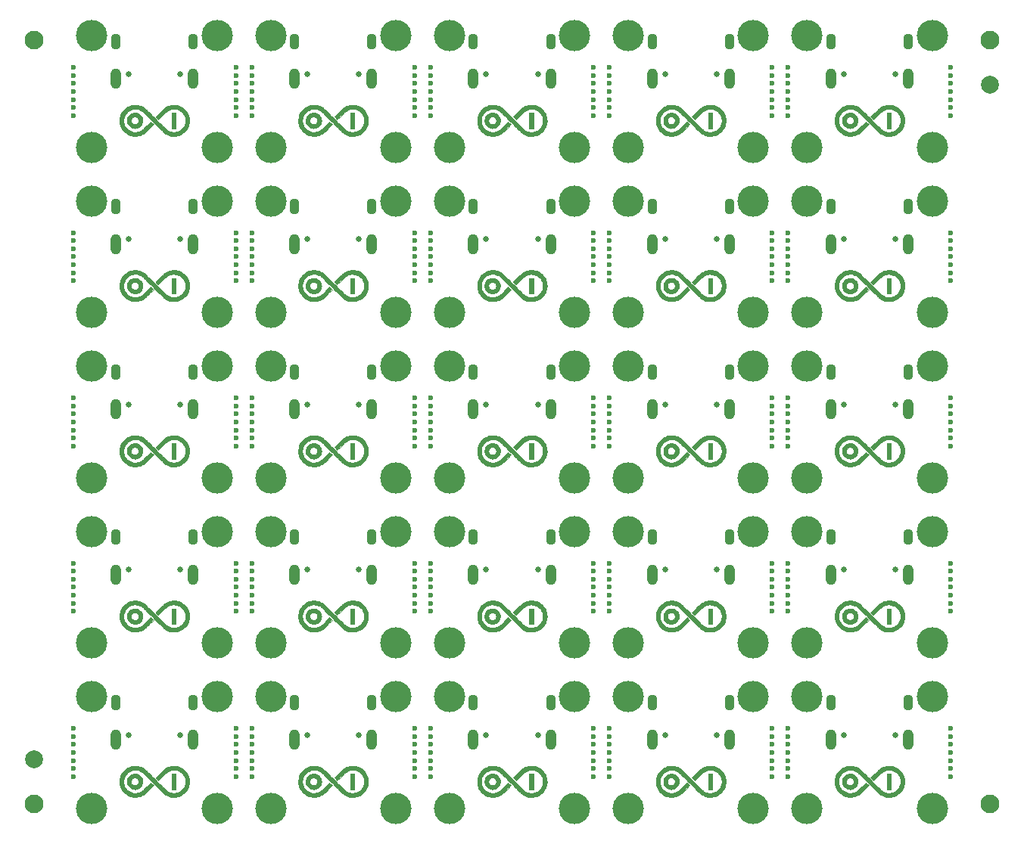
<source format=gbs>
%TF.GenerationSoftware,KiCad,Pcbnew,(5.1.10)-1*%
%TF.CreationDate,2021-07-09T18:34:44+08:00*%
%TF.ProjectId,u1_Warped,75315f57-6172-4706-9564-2e6b69636164,rev?*%
%TF.SameCoordinates,Original*%
%TF.FileFunction,Soldermask,Bot*%
%TF.FilePolarity,Negative*%
%FSLAX46Y46*%
G04 Gerber Fmt 4.6, Leading zero omitted, Abs format (unit mm)*
G04 Created by KiCad (PCBNEW (5.1.10)-1) date 2021-07-09 18:34:44*
%MOMM*%
%LPD*%
G01*
G04 APERTURE LIST*
%ADD10C,0.010000*%
%ADD11C,3.500000*%
%ADD12C,2.000000*%
%ADD13C,2.100000*%
%ADD14C,0.600000*%
%ADD15O,1.100000X1.800000*%
%ADD16C,0.650000*%
%ADD17O,1.200000X2.300000*%
G04 APERTURE END LIST*
D10*
%TO.C,G\u002A\u002A\u002A*%
G36*
X136011067Y-118766681D02*
G01*
X135826497Y-118792614D01*
X135648454Y-118835541D01*
X135481125Y-118894248D01*
X135339273Y-118961679D01*
X135292174Y-118987874D01*
X135248848Y-119013327D01*
X135207549Y-119039538D01*
X135166531Y-119068010D01*
X135124049Y-119100244D01*
X135078357Y-119137742D01*
X135027709Y-119182006D01*
X134970360Y-119234537D01*
X134904564Y-119296838D01*
X134828576Y-119370410D01*
X134740649Y-119456754D01*
X134639039Y-119557372D01*
X134588819Y-119607277D01*
X134121228Y-120072261D01*
X134274064Y-120225321D01*
X134426899Y-120378381D01*
X134874427Y-119932965D01*
X134960999Y-119847207D01*
X135044834Y-119764935D01*
X135124116Y-119687878D01*
X135197029Y-119617765D01*
X135261758Y-119556329D01*
X135316487Y-119505297D01*
X135359400Y-119466401D01*
X135388682Y-119441369D01*
X135397000Y-119435039D01*
X135547628Y-119342609D01*
X135703625Y-119272560D01*
X135865793Y-119224636D01*
X136034934Y-119198584D01*
X136159001Y-119193225D01*
X136332645Y-119204438D01*
X136500555Y-119237558D01*
X136661105Y-119291806D01*
X136812669Y-119366402D01*
X136953621Y-119460567D01*
X137082336Y-119573521D01*
X137180046Y-119682648D01*
X137239446Y-119766101D01*
X137297731Y-119865006D01*
X137351130Y-119971876D01*
X137395875Y-120079225D01*
X137425877Y-120170954D01*
X137437311Y-120214154D01*
X137445627Y-120251497D01*
X137451316Y-120288071D01*
X137454870Y-120328959D01*
X137456779Y-120379247D01*
X137457534Y-120444019D01*
X137457639Y-120500000D01*
X137457395Y-120577774D01*
X137456337Y-120637544D01*
X137453974Y-120684395D01*
X137449815Y-120723413D01*
X137443369Y-120759682D01*
X137434145Y-120798287D01*
X137425877Y-120829045D01*
X137392274Y-120930330D01*
X137346589Y-121037944D01*
X137292592Y-121144400D01*
X137234051Y-121242213D01*
X137180046Y-121317351D01*
X137067233Y-121441859D01*
X136942570Y-121547753D01*
X136802837Y-121637638D01*
X136749129Y-121666125D01*
X136600007Y-121731434D01*
X136451408Y-121775746D01*
X136297867Y-121800363D01*
X136159000Y-121806774D01*
X135984564Y-121796031D01*
X135817673Y-121763623D01*
X135657471Y-121709276D01*
X135503101Y-121632719D01*
X135397000Y-121565034D01*
X135378301Y-121549484D01*
X135343951Y-121518144D01*
X135294563Y-121471616D01*
X135230751Y-121410501D01*
X135153130Y-121335399D01*
X135062312Y-121246911D01*
X134958913Y-121145639D01*
X134843544Y-121032183D01*
X134716821Y-120907144D01*
X134579357Y-120771123D01*
X134431765Y-120624722D01*
X134274660Y-120468540D01*
X134132773Y-120327223D01*
X133966016Y-120161007D01*
X133814714Y-120010252D01*
X133677965Y-119874121D01*
X133554865Y-119751777D01*
X133444513Y-119642382D01*
X133346006Y-119545100D01*
X133258442Y-119459094D01*
X133180918Y-119383525D01*
X133112532Y-119317558D01*
X133052382Y-119260354D01*
X132999564Y-119211077D01*
X132953177Y-119168890D01*
X132912318Y-119132956D01*
X132876085Y-119102437D01*
X132843576Y-119076496D01*
X132813887Y-119054296D01*
X132786116Y-119035000D01*
X132759362Y-119017772D01*
X132732721Y-119001772D01*
X132705292Y-118986166D01*
X132676171Y-118970115D01*
X132660728Y-118961679D01*
X132504602Y-118888295D01*
X132335550Y-118830447D01*
X132158604Y-118789160D01*
X131978801Y-118765459D01*
X131801174Y-118760371D01*
X131701509Y-118766316D01*
X131542504Y-118786479D01*
X131398586Y-118816273D01*
X131263094Y-118857578D01*
X131129364Y-118912272D01*
X131053338Y-118949157D01*
X130901806Y-119035450D01*
X130764497Y-119133561D01*
X130634318Y-119248659D01*
X130611753Y-119270919D01*
X130479221Y-119418387D01*
X130367344Y-119575175D01*
X130274868Y-119743317D01*
X130200538Y-119924845D01*
X130191279Y-119952135D01*
X130155021Y-120072802D01*
X130129666Y-120185713D01*
X130113898Y-120299253D01*
X130106402Y-120421807D01*
X130105325Y-120500000D01*
X130108643Y-120631583D01*
X130119472Y-120749308D01*
X130139127Y-120861559D01*
X130168926Y-120976722D01*
X130191279Y-121047864D01*
X130263106Y-121231482D01*
X130352899Y-121401421D01*
X130461912Y-121559715D01*
X130591401Y-121708396D01*
X130611753Y-121729080D01*
X130760002Y-121861720D01*
X130920332Y-121975550D01*
X131091012Y-122069934D01*
X131270310Y-122144239D01*
X131456495Y-122197831D01*
X131647836Y-122230076D01*
X131842600Y-122240340D01*
X131988934Y-122233318D01*
X132173504Y-122207385D01*
X132351547Y-122164458D01*
X132518876Y-122105751D01*
X132660728Y-122038320D01*
X132707827Y-122012125D01*
X132751153Y-121986673D01*
X132792452Y-121960461D01*
X132833470Y-121931989D01*
X132875952Y-121899755D01*
X132921644Y-121862257D01*
X132972292Y-121817993D01*
X133029641Y-121765462D01*
X133095437Y-121703161D01*
X133171425Y-121629590D01*
X133259352Y-121543245D01*
X133360962Y-121442627D01*
X133411182Y-121392723D01*
X133878773Y-120927738D01*
X133725935Y-120774676D01*
X133573097Y-120621615D01*
X133119799Y-121073375D01*
X133013035Y-121179545D01*
X132920744Y-121270676D01*
X132841243Y-121348224D01*
X132772847Y-121413647D01*
X132713871Y-121468400D01*
X132662631Y-121513940D01*
X132617442Y-121551724D01*
X132576620Y-121583207D01*
X132538480Y-121609847D01*
X132501337Y-121633099D01*
X132463507Y-121654420D01*
X132424046Y-121674894D01*
X132281647Y-121734369D01*
X132128297Y-121776208D01*
X131968286Y-121800122D01*
X131805904Y-121805822D01*
X131645443Y-121793017D01*
X131491193Y-121761417D01*
X131428312Y-121742139D01*
X131267486Y-121675526D01*
X131117630Y-121589286D01*
X130980694Y-121484777D01*
X130858622Y-121363359D01*
X130819955Y-121317351D01*
X130760555Y-121233898D01*
X130702270Y-121134993D01*
X130648871Y-121028123D01*
X130604126Y-120920774D01*
X130574124Y-120829045D01*
X130562690Y-120785846D01*
X130554374Y-120748502D01*
X130548685Y-120711928D01*
X130545131Y-120671040D01*
X130543222Y-120620752D01*
X130542467Y-120555980D01*
X130542362Y-120500000D01*
X130542606Y-120422226D01*
X130543664Y-120362455D01*
X130546027Y-120315604D01*
X130550186Y-120276586D01*
X130556632Y-120240317D01*
X130565856Y-120201712D01*
X130574124Y-120170954D01*
X130607727Y-120069669D01*
X130653412Y-119962055D01*
X130707409Y-119855599D01*
X130765950Y-119757786D01*
X130819955Y-119682648D01*
X130932768Y-119558140D01*
X131057431Y-119452246D01*
X131197164Y-119362361D01*
X131250872Y-119333875D01*
X131399994Y-119268565D01*
X131548593Y-119224253D01*
X131702134Y-119199637D01*
X131841000Y-119193225D01*
X132015471Y-119203973D01*
X132182398Y-119236396D01*
X132342622Y-119290759D01*
X132496982Y-119367330D01*
X132603000Y-119434988D01*
X132621672Y-119450520D01*
X132655989Y-119481833D01*
X132705332Y-119528320D01*
X132769079Y-119589374D01*
X132846611Y-119664386D01*
X132937307Y-119752750D01*
X133040546Y-119853857D01*
X133155708Y-119967101D01*
X133282172Y-120091873D01*
X133419318Y-120227567D01*
X133566525Y-120373574D01*
X133723173Y-120529288D01*
X133867228Y-120672753D01*
X134034006Y-120838981D01*
X134185329Y-120989747D01*
X134322099Y-121125890D01*
X134445219Y-121248245D01*
X134555590Y-121357651D01*
X134654116Y-121454945D01*
X134741697Y-121540962D01*
X134819238Y-121616542D01*
X134887640Y-121682519D01*
X134947805Y-121739732D01*
X135000635Y-121789017D01*
X135047034Y-121831212D01*
X135087903Y-121867154D01*
X135124144Y-121897679D01*
X135156661Y-121923625D01*
X135186354Y-121945829D01*
X135214127Y-121965128D01*
X135240882Y-121982358D01*
X135267522Y-121998357D01*
X135294947Y-122013963D01*
X135324062Y-122030011D01*
X135339273Y-122038320D01*
X135498138Y-122112906D01*
X135669802Y-122171167D01*
X135849940Y-122212268D01*
X136034224Y-122235373D01*
X136218330Y-122239647D01*
X136339664Y-122231534D01*
X136536558Y-122199364D01*
X136726752Y-122145393D01*
X136908832Y-122070300D01*
X137081384Y-121974760D01*
X137242996Y-121859453D01*
X137388248Y-121729080D01*
X137520780Y-121581612D01*
X137632657Y-121424824D01*
X137725133Y-121256683D01*
X137799463Y-121075154D01*
X137808722Y-121047864D01*
X137844980Y-120927197D01*
X137870335Y-120814286D01*
X137886103Y-120700747D01*
X137893599Y-120578193D01*
X137894676Y-120500000D01*
X137891358Y-120368416D01*
X137880529Y-120250692D01*
X137860874Y-120138440D01*
X137831075Y-120023277D01*
X137808722Y-119952135D01*
X137736895Y-119768517D01*
X137647102Y-119598578D01*
X137538089Y-119440284D01*
X137408600Y-119291603D01*
X137388248Y-119270919D01*
X137239999Y-119138279D01*
X137079669Y-119024449D01*
X136908989Y-118930065D01*
X136729691Y-118855760D01*
X136543506Y-118802168D01*
X136352165Y-118769923D01*
X136157401Y-118759659D01*
X136011067Y-118766681D01*
G37*
X136011067Y-118766681D02*
X135826497Y-118792614D01*
X135648454Y-118835541D01*
X135481125Y-118894248D01*
X135339273Y-118961679D01*
X135292174Y-118987874D01*
X135248848Y-119013327D01*
X135207549Y-119039538D01*
X135166531Y-119068010D01*
X135124049Y-119100244D01*
X135078357Y-119137742D01*
X135027709Y-119182006D01*
X134970360Y-119234537D01*
X134904564Y-119296838D01*
X134828576Y-119370410D01*
X134740649Y-119456754D01*
X134639039Y-119557372D01*
X134588819Y-119607277D01*
X134121228Y-120072261D01*
X134274064Y-120225321D01*
X134426899Y-120378381D01*
X134874427Y-119932965D01*
X134960999Y-119847207D01*
X135044834Y-119764935D01*
X135124116Y-119687878D01*
X135197029Y-119617765D01*
X135261758Y-119556329D01*
X135316487Y-119505297D01*
X135359400Y-119466401D01*
X135388682Y-119441369D01*
X135397000Y-119435039D01*
X135547628Y-119342609D01*
X135703625Y-119272560D01*
X135865793Y-119224636D01*
X136034934Y-119198584D01*
X136159001Y-119193225D01*
X136332645Y-119204438D01*
X136500555Y-119237558D01*
X136661105Y-119291806D01*
X136812669Y-119366402D01*
X136953621Y-119460567D01*
X137082336Y-119573521D01*
X137180046Y-119682648D01*
X137239446Y-119766101D01*
X137297731Y-119865006D01*
X137351130Y-119971876D01*
X137395875Y-120079225D01*
X137425877Y-120170954D01*
X137437311Y-120214154D01*
X137445627Y-120251497D01*
X137451316Y-120288071D01*
X137454870Y-120328959D01*
X137456779Y-120379247D01*
X137457534Y-120444019D01*
X137457639Y-120500000D01*
X137457395Y-120577774D01*
X137456337Y-120637544D01*
X137453974Y-120684395D01*
X137449815Y-120723413D01*
X137443369Y-120759682D01*
X137434145Y-120798287D01*
X137425877Y-120829045D01*
X137392274Y-120930330D01*
X137346589Y-121037944D01*
X137292592Y-121144400D01*
X137234051Y-121242213D01*
X137180046Y-121317351D01*
X137067233Y-121441859D01*
X136942570Y-121547753D01*
X136802837Y-121637638D01*
X136749129Y-121666125D01*
X136600007Y-121731434D01*
X136451408Y-121775746D01*
X136297867Y-121800363D01*
X136159000Y-121806774D01*
X135984564Y-121796031D01*
X135817673Y-121763623D01*
X135657471Y-121709276D01*
X135503101Y-121632719D01*
X135397000Y-121565034D01*
X135378301Y-121549484D01*
X135343951Y-121518144D01*
X135294563Y-121471616D01*
X135230751Y-121410501D01*
X135153130Y-121335399D01*
X135062312Y-121246911D01*
X134958913Y-121145639D01*
X134843544Y-121032183D01*
X134716821Y-120907144D01*
X134579357Y-120771123D01*
X134431765Y-120624722D01*
X134274660Y-120468540D01*
X134132773Y-120327223D01*
X133966016Y-120161007D01*
X133814714Y-120010252D01*
X133677965Y-119874121D01*
X133554865Y-119751777D01*
X133444513Y-119642382D01*
X133346006Y-119545100D01*
X133258442Y-119459094D01*
X133180918Y-119383525D01*
X133112532Y-119317558D01*
X133052382Y-119260354D01*
X132999564Y-119211077D01*
X132953177Y-119168890D01*
X132912318Y-119132956D01*
X132876085Y-119102437D01*
X132843576Y-119076496D01*
X132813887Y-119054296D01*
X132786116Y-119035000D01*
X132759362Y-119017772D01*
X132732721Y-119001772D01*
X132705292Y-118986166D01*
X132676171Y-118970115D01*
X132660728Y-118961679D01*
X132504602Y-118888295D01*
X132335550Y-118830447D01*
X132158604Y-118789160D01*
X131978801Y-118765459D01*
X131801174Y-118760371D01*
X131701509Y-118766316D01*
X131542504Y-118786479D01*
X131398586Y-118816273D01*
X131263094Y-118857578D01*
X131129364Y-118912272D01*
X131053338Y-118949157D01*
X130901806Y-119035450D01*
X130764497Y-119133561D01*
X130634318Y-119248659D01*
X130611753Y-119270919D01*
X130479221Y-119418387D01*
X130367344Y-119575175D01*
X130274868Y-119743317D01*
X130200538Y-119924845D01*
X130191279Y-119952135D01*
X130155021Y-120072802D01*
X130129666Y-120185713D01*
X130113898Y-120299253D01*
X130106402Y-120421807D01*
X130105325Y-120500000D01*
X130108643Y-120631583D01*
X130119472Y-120749308D01*
X130139127Y-120861559D01*
X130168926Y-120976722D01*
X130191279Y-121047864D01*
X130263106Y-121231482D01*
X130352899Y-121401421D01*
X130461912Y-121559715D01*
X130591401Y-121708396D01*
X130611753Y-121729080D01*
X130760002Y-121861720D01*
X130920332Y-121975550D01*
X131091012Y-122069934D01*
X131270310Y-122144239D01*
X131456495Y-122197831D01*
X131647836Y-122230076D01*
X131842600Y-122240340D01*
X131988934Y-122233318D01*
X132173504Y-122207385D01*
X132351547Y-122164458D01*
X132518876Y-122105751D01*
X132660728Y-122038320D01*
X132707827Y-122012125D01*
X132751153Y-121986673D01*
X132792452Y-121960461D01*
X132833470Y-121931989D01*
X132875952Y-121899755D01*
X132921644Y-121862257D01*
X132972292Y-121817993D01*
X133029641Y-121765462D01*
X133095437Y-121703161D01*
X133171425Y-121629590D01*
X133259352Y-121543245D01*
X133360962Y-121442627D01*
X133411182Y-121392723D01*
X133878773Y-120927738D01*
X133725935Y-120774676D01*
X133573097Y-120621615D01*
X133119799Y-121073375D01*
X133013035Y-121179545D01*
X132920744Y-121270676D01*
X132841243Y-121348224D01*
X132772847Y-121413647D01*
X132713871Y-121468400D01*
X132662631Y-121513940D01*
X132617442Y-121551724D01*
X132576620Y-121583207D01*
X132538480Y-121609847D01*
X132501337Y-121633099D01*
X132463507Y-121654420D01*
X132424046Y-121674894D01*
X132281647Y-121734369D01*
X132128297Y-121776208D01*
X131968286Y-121800122D01*
X131805904Y-121805822D01*
X131645443Y-121793017D01*
X131491193Y-121761417D01*
X131428312Y-121742139D01*
X131267486Y-121675526D01*
X131117630Y-121589286D01*
X130980694Y-121484777D01*
X130858622Y-121363359D01*
X130819955Y-121317351D01*
X130760555Y-121233898D01*
X130702270Y-121134993D01*
X130648871Y-121028123D01*
X130604126Y-120920774D01*
X130574124Y-120829045D01*
X130562690Y-120785846D01*
X130554374Y-120748502D01*
X130548685Y-120711928D01*
X130545131Y-120671040D01*
X130543222Y-120620752D01*
X130542467Y-120555980D01*
X130542362Y-120500000D01*
X130542606Y-120422226D01*
X130543664Y-120362455D01*
X130546027Y-120315604D01*
X130550186Y-120276586D01*
X130556632Y-120240317D01*
X130565856Y-120201712D01*
X130574124Y-120170954D01*
X130607727Y-120069669D01*
X130653412Y-119962055D01*
X130707409Y-119855599D01*
X130765950Y-119757786D01*
X130819955Y-119682648D01*
X130932768Y-119558140D01*
X131057431Y-119452246D01*
X131197164Y-119362361D01*
X131250872Y-119333875D01*
X131399994Y-119268565D01*
X131548593Y-119224253D01*
X131702134Y-119199637D01*
X131841000Y-119193225D01*
X132015471Y-119203973D01*
X132182398Y-119236396D01*
X132342622Y-119290759D01*
X132496982Y-119367330D01*
X132603000Y-119434988D01*
X132621672Y-119450520D01*
X132655989Y-119481833D01*
X132705332Y-119528320D01*
X132769079Y-119589374D01*
X132846611Y-119664386D01*
X132937307Y-119752750D01*
X133040546Y-119853857D01*
X133155708Y-119967101D01*
X133282172Y-120091873D01*
X133419318Y-120227567D01*
X133566525Y-120373574D01*
X133723173Y-120529288D01*
X133867228Y-120672753D01*
X134034006Y-120838981D01*
X134185329Y-120989747D01*
X134322099Y-121125890D01*
X134445219Y-121248245D01*
X134555590Y-121357651D01*
X134654116Y-121454945D01*
X134741697Y-121540962D01*
X134819238Y-121616542D01*
X134887640Y-121682519D01*
X134947805Y-121739732D01*
X135000635Y-121789017D01*
X135047034Y-121831212D01*
X135087903Y-121867154D01*
X135124144Y-121897679D01*
X135156661Y-121923625D01*
X135186354Y-121945829D01*
X135214127Y-121965128D01*
X135240882Y-121982358D01*
X135267522Y-121998357D01*
X135294947Y-122013963D01*
X135324062Y-122030011D01*
X135339273Y-122038320D01*
X135498138Y-122112906D01*
X135669802Y-122171167D01*
X135849940Y-122212268D01*
X136034224Y-122235373D01*
X136218330Y-122239647D01*
X136339664Y-122231534D01*
X136536558Y-122199364D01*
X136726752Y-122145393D01*
X136908832Y-122070300D01*
X137081384Y-121974760D01*
X137242996Y-121859453D01*
X137388248Y-121729080D01*
X137520780Y-121581612D01*
X137632657Y-121424824D01*
X137725133Y-121256683D01*
X137799463Y-121075154D01*
X137808722Y-121047864D01*
X137844980Y-120927197D01*
X137870335Y-120814286D01*
X137886103Y-120700747D01*
X137893599Y-120578193D01*
X137894676Y-120500000D01*
X137891358Y-120368416D01*
X137880529Y-120250692D01*
X137860874Y-120138440D01*
X137831075Y-120023277D01*
X137808722Y-119952135D01*
X137736895Y-119768517D01*
X137647102Y-119598578D01*
X137538089Y-119440284D01*
X137408600Y-119291603D01*
X137388248Y-119270919D01*
X137239999Y-119138279D01*
X137079669Y-119024449D01*
X136908989Y-118930065D01*
X136729691Y-118855760D01*
X136543506Y-118802168D01*
X136352165Y-118769923D01*
X136157401Y-118759659D01*
X136011067Y-118766681D01*
G36*
X135939637Y-121365909D02*
G01*
X136378364Y-121365909D01*
X136378364Y-119634091D01*
X135939637Y-119634091D01*
X135939637Y-121365909D01*
G37*
X135939637Y-121365909D02*
X136378364Y-121365909D01*
X136378364Y-119634091D01*
X135939637Y-119634091D01*
X135939637Y-121365909D01*
G36*
X131725344Y-119637122D02*
G01*
X131623673Y-119649320D01*
X131526958Y-119675134D01*
X131431137Y-119714291D01*
X131306755Y-119784833D01*
X131197823Y-119872105D01*
X131105448Y-119974813D01*
X131030739Y-120091660D01*
X130974802Y-120221351D01*
X130961481Y-120263838D01*
X130942931Y-120354400D01*
X130934132Y-120457180D01*
X130935086Y-120563464D01*
X130945791Y-120664540D01*
X130961481Y-120736161D01*
X131010392Y-120866124D01*
X131078386Y-120985340D01*
X131163432Y-121091888D01*
X131263501Y-121183843D01*
X131376562Y-121259282D01*
X131500585Y-121316282D01*
X131606598Y-121347372D01*
X131678517Y-121358489D01*
X131762949Y-121363898D01*
X131850644Y-121363563D01*
X131932358Y-121357450D01*
X131985319Y-121348797D01*
X132115786Y-121308520D01*
X132237617Y-121248220D01*
X132348594Y-121170021D01*
X132446502Y-121076043D01*
X132529125Y-120968410D01*
X132594247Y-120849244D01*
X132639122Y-120722674D01*
X132656134Y-120631464D01*
X132663530Y-120528514D01*
X132662930Y-120500000D01*
X132227773Y-120500000D01*
X132226906Y-120555525D01*
X132223312Y-120596127D01*
X132215505Y-120629939D01*
X132201997Y-120665096D01*
X132194590Y-120681522D01*
X132147699Y-120758236D01*
X132083994Y-120826388D01*
X132008721Y-120881583D01*
X131927124Y-120919427D01*
X131901793Y-120926842D01*
X131867692Y-120931923D01*
X131821001Y-120934541D01*
X131774563Y-120934202D01*
X131723853Y-120930007D01*
X131680964Y-120920448D01*
X131635286Y-120902646D01*
X131604892Y-120888181D01*
X131521677Y-120835598D01*
X131455714Y-120770545D01*
X131406993Y-120695890D01*
X131375507Y-120614502D01*
X131361245Y-120529249D01*
X131364201Y-120442999D01*
X131384364Y-120358621D01*
X131421726Y-120278983D01*
X131476278Y-120206954D01*
X131548012Y-120145402D01*
X131607269Y-120110663D01*
X131651839Y-120089488D01*
X131686332Y-120076578D01*
X131719666Y-120069928D01*
X131760757Y-120067531D01*
X131800032Y-120067314D01*
X131855710Y-120068565D01*
X131896821Y-120073009D01*
X131931827Y-120082187D01*
X131969193Y-120097640D01*
X131970917Y-120098439D01*
X132046852Y-120144113D01*
X132115528Y-120205090D01*
X132170826Y-120275347D01*
X132194590Y-120318478D01*
X132210820Y-120356483D01*
X132220750Y-120389860D01*
X132225866Y-120426741D01*
X132227656Y-120475261D01*
X132227773Y-120500000D01*
X132662930Y-120500000D01*
X132661309Y-120423073D01*
X132649473Y-120324395D01*
X132639122Y-120277326D01*
X132600148Y-120162022D01*
X132546305Y-120058066D01*
X132474586Y-119960355D01*
X132412849Y-119893655D01*
X132314307Y-119804909D01*
X132215720Y-119736988D01*
X132112873Y-119688006D01*
X132001554Y-119656078D01*
X131877549Y-119639317D01*
X131839729Y-119637073D01*
X131725344Y-119637122D01*
G37*
X131725344Y-119637122D02*
X131623673Y-119649320D01*
X131526958Y-119675134D01*
X131431137Y-119714291D01*
X131306755Y-119784833D01*
X131197823Y-119872105D01*
X131105448Y-119974813D01*
X131030739Y-120091660D01*
X130974802Y-120221351D01*
X130961481Y-120263838D01*
X130942931Y-120354400D01*
X130934132Y-120457180D01*
X130935086Y-120563464D01*
X130945791Y-120664540D01*
X130961481Y-120736161D01*
X131010392Y-120866124D01*
X131078386Y-120985340D01*
X131163432Y-121091888D01*
X131263501Y-121183843D01*
X131376562Y-121259282D01*
X131500585Y-121316282D01*
X131606598Y-121347372D01*
X131678517Y-121358489D01*
X131762949Y-121363898D01*
X131850644Y-121363563D01*
X131932358Y-121357450D01*
X131985319Y-121348797D01*
X132115786Y-121308520D01*
X132237617Y-121248220D01*
X132348594Y-121170021D01*
X132446502Y-121076043D01*
X132529125Y-120968410D01*
X132594247Y-120849244D01*
X132639122Y-120722674D01*
X132656134Y-120631464D01*
X132663530Y-120528514D01*
X132662930Y-120500000D01*
X132227773Y-120500000D01*
X132226906Y-120555525D01*
X132223312Y-120596127D01*
X132215505Y-120629939D01*
X132201997Y-120665096D01*
X132194590Y-120681522D01*
X132147699Y-120758236D01*
X132083994Y-120826388D01*
X132008721Y-120881583D01*
X131927124Y-120919427D01*
X131901793Y-120926842D01*
X131867692Y-120931923D01*
X131821001Y-120934541D01*
X131774563Y-120934202D01*
X131723853Y-120930007D01*
X131680964Y-120920448D01*
X131635286Y-120902646D01*
X131604892Y-120888181D01*
X131521677Y-120835598D01*
X131455714Y-120770545D01*
X131406993Y-120695890D01*
X131375507Y-120614502D01*
X131361245Y-120529249D01*
X131364201Y-120442999D01*
X131384364Y-120358621D01*
X131421726Y-120278983D01*
X131476278Y-120206954D01*
X131548012Y-120145402D01*
X131607269Y-120110663D01*
X131651839Y-120089488D01*
X131686332Y-120076578D01*
X131719666Y-120069928D01*
X131760757Y-120067531D01*
X131800032Y-120067314D01*
X131855710Y-120068565D01*
X131896821Y-120073009D01*
X131931827Y-120082187D01*
X131969193Y-120097640D01*
X131970917Y-120098439D01*
X132046852Y-120144113D01*
X132115528Y-120205090D01*
X132170826Y-120275347D01*
X132194590Y-120318478D01*
X132210820Y-120356483D01*
X132220750Y-120389860D01*
X132225866Y-120426741D01*
X132227656Y-120475261D01*
X132227773Y-120500000D01*
X132662930Y-120500000D01*
X132661309Y-120423073D01*
X132649473Y-120324395D01*
X132639122Y-120277326D01*
X132600148Y-120162022D01*
X132546305Y-120058066D01*
X132474586Y-119960355D01*
X132412849Y-119893655D01*
X132314307Y-119804909D01*
X132215720Y-119736988D01*
X132112873Y-119688006D01*
X132001554Y-119656078D01*
X131877549Y-119639317D01*
X131839729Y-119637073D01*
X131725344Y-119637122D01*
G36*
X116011067Y-118766681D02*
G01*
X115826497Y-118792614D01*
X115648454Y-118835541D01*
X115481125Y-118894248D01*
X115339273Y-118961679D01*
X115292174Y-118987874D01*
X115248848Y-119013327D01*
X115207549Y-119039538D01*
X115166531Y-119068010D01*
X115124049Y-119100244D01*
X115078357Y-119137742D01*
X115027709Y-119182006D01*
X114970360Y-119234537D01*
X114904564Y-119296838D01*
X114828576Y-119370410D01*
X114740649Y-119456754D01*
X114639039Y-119557372D01*
X114588819Y-119607277D01*
X114121228Y-120072261D01*
X114274064Y-120225321D01*
X114426899Y-120378381D01*
X114874427Y-119932965D01*
X114960999Y-119847207D01*
X115044834Y-119764935D01*
X115124116Y-119687878D01*
X115197029Y-119617765D01*
X115261758Y-119556329D01*
X115316487Y-119505297D01*
X115359400Y-119466401D01*
X115388682Y-119441369D01*
X115397000Y-119435039D01*
X115547628Y-119342609D01*
X115703625Y-119272560D01*
X115865793Y-119224636D01*
X116034934Y-119198584D01*
X116159001Y-119193225D01*
X116332645Y-119204438D01*
X116500555Y-119237558D01*
X116661105Y-119291806D01*
X116812669Y-119366402D01*
X116953621Y-119460567D01*
X117082336Y-119573521D01*
X117180046Y-119682648D01*
X117239446Y-119766101D01*
X117297731Y-119865006D01*
X117351130Y-119971876D01*
X117395875Y-120079225D01*
X117425877Y-120170954D01*
X117437311Y-120214154D01*
X117445627Y-120251497D01*
X117451316Y-120288071D01*
X117454870Y-120328959D01*
X117456779Y-120379247D01*
X117457534Y-120444019D01*
X117457639Y-120500000D01*
X117457395Y-120577774D01*
X117456337Y-120637544D01*
X117453974Y-120684395D01*
X117449815Y-120723413D01*
X117443369Y-120759682D01*
X117434145Y-120798287D01*
X117425877Y-120829045D01*
X117392274Y-120930330D01*
X117346589Y-121037944D01*
X117292592Y-121144400D01*
X117234051Y-121242213D01*
X117180046Y-121317351D01*
X117067233Y-121441859D01*
X116942570Y-121547753D01*
X116802837Y-121637638D01*
X116749129Y-121666125D01*
X116600007Y-121731434D01*
X116451408Y-121775746D01*
X116297867Y-121800363D01*
X116159000Y-121806774D01*
X115984564Y-121796031D01*
X115817673Y-121763623D01*
X115657471Y-121709276D01*
X115503101Y-121632719D01*
X115397000Y-121565034D01*
X115378301Y-121549484D01*
X115343951Y-121518144D01*
X115294563Y-121471616D01*
X115230751Y-121410501D01*
X115153130Y-121335399D01*
X115062312Y-121246911D01*
X114958913Y-121145639D01*
X114843544Y-121032183D01*
X114716821Y-120907144D01*
X114579357Y-120771123D01*
X114431765Y-120624722D01*
X114274660Y-120468540D01*
X114132773Y-120327223D01*
X113966016Y-120161007D01*
X113814714Y-120010252D01*
X113677965Y-119874121D01*
X113554865Y-119751777D01*
X113444513Y-119642382D01*
X113346006Y-119545100D01*
X113258442Y-119459094D01*
X113180918Y-119383525D01*
X113112532Y-119317558D01*
X113052382Y-119260354D01*
X112999564Y-119211077D01*
X112953177Y-119168890D01*
X112912318Y-119132956D01*
X112876085Y-119102437D01*
X112843576Y-119076496D01*
X112813887Y-119054296D01*
X112786116Y-119035000D01*
X112759362Y-119017772D01*
X112732721Y-119001772D01*
X112705292Y-118986166D01*
X112676171Y-118970115D01*
X112660728Y-118961679D01*
X112504602Y-118888295D01*
X112335550Y-118830447D01*
X112158604Y-118789160D01*
X111978801Y-118765459D01*
X111801174Y-118760371D01*
X111701509Y-118766316D01*
X111542504Y-118786479D01*
X111398586Y-118816273D01*
X111263094Y-118857578D01*
X111129364Y-118912272D01*
X111053338Y-118949157D01*
X110901806Y-119035450D01*
X110764497Y-119133561D01*
X110634318Y-119248659D01*
X110611753Y-119270919D01*
X110479221Y-119418387D01*
X110367344Y-119575175D01*
X110274868Y-119743317D01*
X110200538Y-119924845D01*
X110191279Y-119952135D01*
X110155021Y-120072802D01*
X110129666Y-120185713D01*
X110113898Y-120299253D01*
X110106402Y-120421807D01*
X110105325Y-120500000D01*
X110108643Y-120631583D01*
X110119472Y-120749308D01*
X110139127Y-120861559D01*
X110168926Y-120976722D01*
X110191279Y-121047864D01*
X110263106Y-121231482D01*
X110352899Y-121401421D01*
X110461912Y-121559715D01*
X110591401Y-121708396D01*
X110611753Y-121729080D01*
X110760002Y-121861720D01*
X110920332Y-121975550D01*
X111091012Y-122069934D01*
X111270310Y-122144239D01*
X111456495Y-122197831D01*
X111647836Y-122230076D01*
X111842600Y-122240340D01*
X111988934Y-122233318D01*
X112173504Y-122207385D01*
X112351547Y-122164458D01*
X112518876Y-122105751D01*
X112660728Y-122038320D01*
X112707827Y-122012125D01*
X112751153Y-121986673D01*
X112792452Y-121960461D01*
X112833470Y-121931989D01*
X112875952Y-121899755D01*
X112921644Y-121862257D01*
X112972292Y-121817993D01*
X113029641Y-121765462D01*
X113095437Y-121703161D01*
X113171425Y-121629590D01*
X113259352Y-121543245D01*
X113360962Y-121442627D01*
X113411182Y-121392723D01*
X113878773Y-120927738D01*
X113725935Y-120774676D01*
X113573097Y-120621615D01*
X113119799Y-121073375D01*
X113013035Y-121179545D01*
X112920744Y-121270676D01*
X112841243Y-121348224D01*
X112772847Y-121413647D01*
X112713871Y-121468400D01*
X112662631Y-121513940D01*
X112617442Y-121551724D01*
X112576620Y-121583207D01*
X112538480Y-121609847D01*
X112501337Y-121633099D01*
X112463507Y-121654420D01*
X112424046Y-121674894D01*
X112281647Y-121734369D01*
X112128297Y-121776208D01*
X111968286Y-121800122D01*
X111805904Y-121805822D01*
X111645443Y-121793017D01*
X111491193Y-121761417D01*
X111428312Y-121742139D01*
X111267486Y-121675526D01*
X111117630Y-121589286D01*
X110980694Y-121484777D01*
X110858622Y-121363359D01*
X110819955Y-121317351D01*
X110760555Y-121233898D01*
X110702270Y-121134993D01*
X110648871Y-121028123D01*
X110604126Y-120920774D01*
X110574124Y-120829045D01*
X110562690Y-120785846D01*
X110554374Y-120748502D01*
X110548685Y-120711928D01*
X110545131Y-120671040D01*
X110543222Y-120620752D01*
X110542467Y-120555980D01*
X110542362Y-120500000D01*
X110542606Y-120422226D01*
X110543664Y-120362455D01*
X110546027Y-120315604D01*
X110550186Y-120276586D01*
X110556632Y-120240317D01*
X110565856Y-120201712D01*
X110574124Y-120170954D01*
X110607727Y-120069669D01*
X110653412Y-119962055D01*
X110707409Y-119855599D01*
X110765950Y-119757786D01*
X110819955Y-119682648D01*
X110932768Y-119558140D01*
X111057431Y-119452246D01*
X111197164Y-119362361D01*
X111250872Y-119333875D01*
X111399994Y-119268565D01*
X111548593Y-119224253D01*
X111702134Y-119199637D01*
X111841000Y-119193225D01*
X112015471Y-119203973D01*
X112182398Y-119236396D01*
X112342622Y-119290759D01*
X112496982Y-119367330D01*
X112603000Y-119434988D01*
X112621672Y-119450520D01*
X112655989Y-119481833D01*
X112705332Y-119528320D01*
X112769079Y-119589374D01*
X112846611Y-119664386D01*
X112937307Y-119752750D01*
X113040546Y-119853857D01*
X113155708Y-119967101D01*
X113282172Y-120091873D01*
X113419318Y-120227567D01*
X113566525Y-120373574D01*
X113723173Y-120529288D01*
X113867228Y-120672753D01*
X114034006Y-120838981D01*
X114185329Y-120989747D01*
X114322099Y-121125890D01*
X114445219Y-121248245D01*
X114555590Y-121357651D01*
X114654116Y-121454945D01*
X114741697Y-121540962D01*
X114819238Y-121616542D01*
X114887640Y-121682519D01*
X114947805Y-121739732D01*
X115000635Y-121789017D01*
X115047034Y-121831212D01*
X115087903Y-121867154D01*
X115124144Y-121897679D01*
X115156661Y-121923625D01*
X115186354Y-121945829D01*
X115214127Y-121965128D01*
X115240882Y-121982358D01*
X115267522Y-121998357D01*
X115294947Y-122013963D01*
X115324062Y-122030011D01*
X115339273Y-122038320D01*
X115498138Y-122112906D01*
X115669802Y-122171167D01*
X115849940Y-122212268D01*
X116034224Y-122235373D01*
X116218330Y-122239647D01*
X116339664Y-122231534D01*
X116536558Y-122199364D01*
X116726752Y-122145393D01*
X116908832Y-122070300D01*
X117081384Y-121974760D01*
X117242996Y-121859453D01*
X117388248Y-121729080D01*
X117520780Y-121581612D01*
X117632657Y-121424824D01*
X117725133Y-121256683D01*
X117799463Y-121075154D01*
X117808722Y-121047864D01*
X117844980Y-120927197D01*
X117870335Y-120814286D01*
X117886103Y-120700747D01*
X117893599Y-120578193D01*
X117894676Y-120500000D01*
X117891358Y-120368416D01*
X117880529Y-120250692D01*
X117860874Y-120138440D01*
X117831075Y-120023277D01*
X117808722Y-119952135D01*
X117736895Y-119768517D01*
X117647102Y-119598578D01*
X117538089Y-119440284D01*
X117408600Y-119291603D01*
X117388248Y-119270919D01*
X117239999Y-119138279D01*
X117079669Y-119024449D01*
X116908989Y-118930065D01*
X116729691Y-118855760D01*
X116543506Y-118802168D01*
X116352165Y-118769923D01*
X116157401Y-118759659D01*
X116011067Y-118766681D01*
G37*
X116011067Y-118766681D02*
X115826497Y-118792614D01*
X115648454Y-118835541D01*
X115481125Y-118894248D01*
X115339273Y-118961679D01*
X115292174Y-118987874D01*
X115248848Y-119013327D01*
X115207549Y-119039538D01*
X115166531Y-119068010D01*
X115124049Y-119100244D01*
X115078357Y-119137742D01*
X115027709Y-119182006D01*
X114970360Y-119234537D01*
X114904564Y-119296838D01*
X114828576Y-119370410D01*
X114740649Y-119456754D01*
X114639039Y-119557372D01*
X114588819Y-119607277D01*
X114121228Y-120072261D01*
X114274064Y-120225321D01*
X114426899Y-120378381D01*
X114874427Y-119932965D01*
X114960999Y-119847207D01*
X115044834Y-119764935D01*
X115124116Y-119687878D01*
X115197029Y-119617765D01*
X115261758Y-119556329D01*
X115316487Y-119505297D01*
X115359400Y-119466401D01*
X115388682Y-119441369D01*
X115397000Y-119435039D01*
X115547628Y-119342609D01*
X115703625Y-119272560D01*
X115865793Y-119224636D01*
X116034934Y-119198584D01*
X116159001Y-119193225D01*
X116332645Y-119204438D01*
X116500555Y-119237558D01*
X116661105Y-119291806D01*
X116812669Y-119366402D01*
X116953621Y-119460567D01*
X117082336Y-119573521D01*
X117180046Y-119682648D01*
X117239446Y-119766101D01*
X117297731Y-119865006D01*
X117351130Y-119971876D01*
X117395875Y-120079225D01*
X117425877Y-120170954D01*
X117437311Y-120214154D01*
X117445627Y-120251497D01*
X117451316Y-120288071D01*
X117454870Y-120328959D01*
X117456779Y-120379247D01*
X117457534Y-120444019D01*
X117457639Y-120500000D01*
X117457395Y-120577774D01*
X117456337Y-120637544D01*
X117453974Y-120684395D01*
X117449815Y-120723413D01*
X117443369Y-120759682D01*
X117434145Y-120798287D01*
X117425877Y-120829045D01*
X117392274Y-120930330D01*
X117346589Y-121037944D01*
X117292592Y-121144400D01*
X117234051Y-121242213D01*
X117180046Y-121317351D01*
X117067233Y-121441859D01*
X116942570Y-121547753D01*
X116802837Y-121637638D01*
X116749129Y-121666125D01*
X116600007Y-121731434D01*
X116451408Y-121775746D01*
X116297867Y-121800363D01*
X116159000Y-121806774D01*
X115984564Y-121796031D01*
X115817673Y-121763623D01*
X115657471Y-121709276D01*
X115503101Y-121632719D01*
X115397000Y-121565034D01*
X115378301Y-121549484D01*
X115343951Y-121518144D01*
X115294563Y-121471616D01*
X115230751Y-121410501D01*
X115153130Y-121335399D01*
X115062312Y-121246911D01*
X114958913Y-121145639D01*
X114843544Y-121032183D01*
X114716821Y-120907144D01*
X114579357Y-120771123D01*
X114431765Y-120624722D01*
X114274660Y-120468540D01*
X114132773Y-120327223D01*
X113966016Y-120161007D01*
X113814714Y-120010252D01*
X113677965Y-119874121D01*
X113554865Y-119751777D01*
X113444513Y-119642382D01*
X113346006Y-119545100D01*
X113258442Y-119459094D01*
X113180918Y-119383525D01*
X113112532Y-119317558D01*
X113052382Y-119260354D01*
X112999564Y-119211077D01*
X112953177Y-119168890D01*
X112912318Y-119132956D01*
X112876085Y-119102437D01*
X112843576Y-119076496D01*
X112813887Y-119054296D01*
X112786116Y-119035000D01*
X112759362Y-119017772D01*
X112732721Y-119001772D01*
X112705292Y-118986166D01*
X112676171Y-118970115D01*
X112660728Y-118961679D01*
X112504602Y-118888295D01*
X112335550Y-118830447D01*
X112158604Y-118789160D01*
X111978801Y-118765459D01*
X111801174Y-118760371D01*
X111701509Y-118766316D01*
X111542504Y-118786479D01*
X111398586Y-118816273D01*
X111263094Y-118857578D01*
X111129364Y-118912272D01*
X111053338Y-118949157D01*
X110901806Y-119035450D01*
X110764497Y-119133561D01*
X110634318Y-119248659D01*
X110611753Y-119270919D01*
X110479221Y-119418387D01*
X110367344Y-119575175D01*
X110274868Y-119743317D01*
X110200538Y-119924845D01*
X110191279Y-119952135D01*
X110155021Y-120072802D01*
X110129666Y-120185713D01*
X110113898Y-120299253D01*
X110106402Y-120421807D01*
X110105325Y-120500000D01*
X110108643Y-120631583D01*
X110119472Y-120749308D01*
X110139127Y-120861559D01*
X110168926Y-120976722D01*
X110191279Y-121047864D01*
X110263106Y-121231482D01*
X110352899Y-121401421D01*
X110461912Y-121559715D01*
X110591401Y-121708396D01*
X110611753Y-121729080D01*
X110760002Y-121861720D01*
X110920332Y-121975550D01*
X111091012Y-122069934D01*
X111270310Y-122144239D01*
X111456495Y-122197831D01*
X111647836Y-122230076D01*
X111842600Y-122240340D01*
X111988934Y-122233318D01*
X112173504Y-122207385D01*
X112351547Y-122164458D01*
X112518876Y-122105751D01*
X112660728Y-122038320D01*
X112707827Y-122012125D01*
X112751153Y-121986673D01*
X112792452Y-121960461D01*
X112833470Y-121931989D01*
X112875952Y-121899755D01*
X112921644Y-121862257D01*
X112972292Y-121817993D01*
X113029641Y-121765462D01*
X113095437Y-121703161D01*
X113171425Y-121629590D01*
X113259352Y-121543245D01*
X113360962Y-121442627D01*
X113411182Y-121392723D01*
X113878773Y-120927738D01*
X113725935Y-120774676D01*
X113573097Y-120621615D01*
X113119799Y-121073375D01*
X113013035Y-121179545D01*
X112920744Y-121270676D01*
X112841243Y-121348224D01*
X112772847Y-121413647D01*
X112713871Y-121468400D01*
X112662631Y-121513940D01*
X112617442Y-121551724D01*
X112576620Y-121583207D01*
X112538480Y-121609847D01*
X112501337Y-121633099D01*
X112463507Y-121654420D01*
X112424046Y-121674894D01*
X112281647Y-121734369D01*
X112128297Y-121776208D01*
X111968286Y-121800122D01*
X111805904Y-121805822D01*
X111645443Y-121793017D01*
X111491193Y-121761417D01*
X111428312Y-121742139D01*
X111267486Y-121675526D01*
X111117630Y-121589286D01*
X110980694Y-121484777D01*
X110858622Y-121363359D01*
X110819955Y-121317351D01*
X110760555Y-121233898D01*
X110702270Y-121134993D01*
X110648871Y-121028123D01*
X110604126Y-120920774D01*
X110574124Y-120829045D01*
X110562690Y-120785846D01*
X110554374Y-120748502D01*
X110548685Y-120711928D01*
X110545131Y-120671040D01*
X110543222Y-120620752D01*
X110542467Y-120555980D01*
X110542362Y-120500000D01*
X110542606Y-120422226D01*
X110543664Y-120362455D01*
X110546027Y-120315604D01*
X110550186Y-120276586D01*
X110556632Y-120240317D01*
X110565856Y-120201712D01*
X110574124Y-120170954D01*
X110607727Y-120069669D01*
X110653412Y-119962055D01*
X110707409Y-119855599D01*
X110765950Y-119757786D01*
X110819955Y-119682648D01*
X110932768Y-119558140D01*
X111057431Y-119452246D01*
X111197164Y-119362361D01*
X111250872Y-119333875D01*
X111399994Y-119268565D01*
X111548593Y-119224253D01*
X111702134Y-119199637D01*
X111841000Y-119193225D01*
X112015471Y-119203973D01*
X112182398Y-119236396D01*
X112342622Y-119290759D01*
X112496982Y-119367330D01*
X112603000Y-119434988D01*
X112621672Y-119450520D01*
X112655989Y-119481833D01*
X112705332Y-119528320D01*
X112769079Y-119589374D01*
X112846611Y-119664386D01*
X112937307Y-119752750D01*
X113040546Y-119853857D01*
X113155708Y-119967101D01*
X113282172Y-120091873D01*
X113419318Y-120227567D01*
X113566525Y-120373574D01*
X113723173Y-120529288D01*
X113867228Y-120672753D01*
X114034006Y-120838981D01*
X114185329Y-120989747D01*
X114322099Y-121125890D01*
X114445219Y-121248245D01*
X114555590Y-121357651D01*
X114654116Y-121454945D01*
X114741697Y-121540962D01*
X114819238Y-121616542D01*
X114887640Y-121682519D01*
X114947805Y-121739732D01*
X115000635Y-121789017D01*
X115047034Y-121831212D01*
X115087903Y-121867154D01*
X115124144Y-121897679D01*
X115156661Y-121923625D01*
X115186354Y-121945829D01*
X115214127Y-121965128D01*
X115240882Y-121982358D01*
X115267522Y-121998357D01*
X115294947Y-122013963D01*
X115324062Y-122030011D01*
X115339273Y-122038320D01*
X115498138Y-122112906D01*
X115669802Y-122171167D01*
X115849940Y-122212268D01*
X116034224Y-122235373D01*
X116218330Y-122239647D01*
X116339664Y-122231534D01*
X116536558Y-122199364D01*
X116726752Y-122145393D01*
X116908832Y-122070300D01*
X117081384Y-121974760D01*
X117242996Y-121859453D01*
X117388248Y-121729080D01*
X117520780Y-121581612D01*
X117632657Y-121424824D01*
X117725133Y-121256683D01*
X117799463Y-121075154D01*
X117808722Y-121047864D01*
X117844980Y-120927197D01*
X117870335Y-120814286D01*
X117886103Y-120700747D01*
X117893599Y-120578193D01*
X117894676Y-120500000D01*
X117891358Y-120368416D01*
X117880529Y-120250692D01*
X117860874Y-120138440D01*
X117831075Y-120023277D01*
X117808722Y-119952135D01*
X117736895Y-119768517D01*
X117647102Y-119598578D01*
X117538089Y-119440284D01*
X117408600Y-119291603D01*
X117388248Y-119270919D01*
X117239999Y-119138279D01*
X117079669Y-119024449D01*
X116908989Y-118930065D01*
X116729691Y-118855760D01*
X116543506Y-118802168D01*
X116352165Y-118769923D01*
X116157401Y-118759659D01*
X116011067Y-118766681D01*
G36*
X115939637Y-121365909D02*
G01*
X116378364Y-121365909D01*
X116378364Y-119634091D01*
X115939637Y-119634091D01*
X115939637Y-121365909D01*
G37*
X115939637Y-121365909D02*
X116378364Y-121365909D01*
X116378364Y-119634091D01*
X115939637Y-119634091D01*
X115939637Y-121365909D01*
G36*
X111725344Y-119637122D02*
G01*
X111623673Y-119649320D01*
X111526958Y-119675134D01*
X111431137Y-119714291D01*
X111306755Y-119784833D01*
X111197823Y-119872105D01*
X111105448Y-119974813D01*
X111030739Y-120091660D01*
X110974802Y-120221351D01*
X110961481Y-120263838D01*
X110942931Y-120354400D01*
X110934132Y-120457180D01*
X110935086Y-120563464D01*
X110945791Y-120664540D01*
X110961481Y-120736161D01*
X111010392Y-120866124D01*
X111078386Y-120985340D01*
X111163432Y-121091888D01*
X111263501Y-121183843D01*
X111376562Y-121259282D01*
X111500585Y-121316282D01*
X111606598Y-121347372D01*
X111678517Y-121358489D01*
X111762949Y-121363898D01*
X111850644Y-121363563D01*
X111932358Y-121357450D01*
X111985319Y-121348797D01*
X112115786Y-121308520D01*
X112237617Y-121248220D01*
X112348594Y-121170021D01*
X112446502Y-121076043D01*
X112529125Y-120968410D01*
X112594247Y-120849244D01*
X112639122Y-120722674D01*
X112656134Y-120631464D01*
X112663530Y-120528514D01*
X112662930Y-120500000D01*
X112227773Y-120500000D01*
X112226906Y-120555525D01*
X112223312Y-120596127D01*
X112215505Y-120629939D01*
X112201997Y-120665096D01*
X112194590Y-120681522D01*
X112147699Y-120758236D01*
X112083994Y-120826388D01*
X112008721Y-120881583D01*
X111927124Y-120919427D01*
X111901793Y-120926842D01*
X111867692Y-120931923D01*
X111821001Y-120934541D01*
X111774563Y-120934202D01*
X111723853Y-120930007D01*
X111680964Y-120920448D01*
X111635286Y-120902646D01*
X111604892Y-120888181D01*
X111521677Y-120835598D01*
X111455714Y-120770545D01*
X111406993Y-120695890D01*
X111375507Y-120614502D01*
X111361245Y-120529249D01*
X111364201Y-120442999D01*
X111384364Y-120358621D01*
X111421726Y-120278983D01*
X111476278Y-120206954D01*
X111548012Y-120145402D01*
X111607269Y-120110663D01*
X111651839Y-120089488D01*
X111686332Y-120076578D01*
X111719666Y-120069928D01*
X111760757Y-120067531D01*
X111800032Y-120067314D01*
X111855710Y-120068565D01*
X111896821Y-120073009D01*
X111931827Y-120082187D01*
X111969193Y-120097640D01*
X111970917Y-120098439D01*
X112046852Y-120144113D01*
X112115528Y-120205090D01*
X112170826Y-120275347D01*
X112194590Y-120318478D01*
X112210820Y-120356483D01*
X112220750Y-120389860D01*
X112225866Y-120426741D01*
X112227656Y-120475261D01*
X112227773Y-120500000D01*
X112662930Y-120500000D01*
X112661309Y-120423073D01*
X112649473Y-120324395D01*
X112639122Y-120277326D01*
X112600148Y-120162022D01*
X112546305Y-120058066D01*
X112474586Y-119960355D01*
X112412849Y-119893655D01*
X112314307Y-119804909D01*
X112215720Y-119736988D01*
X112112873Y-119688006D01*
X112001554Y-119656078D01*
X111877549Y-119639317D01*
X111839729Y-119637073D01*
X111725344Y-119637122D01*
G37*
X111725344Y-119637122D02*
X111623673Y-119649320D01*
X111526958Y-119675134D01*
X111431137Y-119714291D01*
X111306755Y-119784833D01*
X111197823Y-119872105D01*
X111105448Y-119974813D01*
X111030739Y-120091660D01*
X110974802Y-120221351D01*
X110961481Y-120263838D01*
X110942931Y-120354400D01*
X110934132Y-120457180D01*
X110935086Y-120563464D01*
X110945791Y-120664540D01*
X110961481Y-120736161D01*
X111010392Y-120866124D01*
X111078386Y-120985340D01*
X111163432Y-121091888D01*
X111263501Y-121183843D01*
X111376562Y-121259282D01*
X111500585Y-121316282D01*
X111606598Y-121347372D01*
X111678517Y-121358489D01*
X111762949Y-121363898D01*
X111850644Y-121363563D01*
X111932358Y-121357450D01*
X111985319Y-121348797D01*
X112115786Y-121308520D01*
X112237617Y-121248220D01*
X112348594Y-121170021D01*
X112446502Y-121076043D01*
X112529125Y-120968410D01*
X112594247Y-120849244D01*
X112639122Y-120722674D01*
X112656134Y-120631464D01*
X112663530Y-120528514D01*
X112662930Y-120500000D01*
X112227773Y-120500000D01*
X112226906Y-120555525D01*
X112223312Y-120596127D01*
X112215505Y-120629939D01*
X112201997Y-120665096D01*
X112194590Y-120681522D01*
X112147699Y-120758236D01*
X112083994Y-120826388D01*
X112008721Y-120881583D01*
X111927124Y-120919427D01*
X111901793Y-120926842D01*
X111867692Y-120931923D01*
X111821001Y-120934541D01*
X111774563Y-120934202D01*
X111723853Y-120930007D01*
X111680964Y-120920448D01*
X111635286Y-120902646D01*
X111604892Y-120888181D01*
X111521677Y-120835598D01*
X111455714Y-120770545D01*
X111406993Y-120695890D01*
X111375507Y-120614502D01*
X111361245Y-120529249D01*
X111364201Y-120442999D01*
X111384364Y-120358621D01*
X111421726Y-120278983D01*
X111476278Y-120206954D01*
X111548012Y-120145402D01*
X111607269Y-120110663D01*
X111651839Y-120089488D01*
X111686332Y-120076578D01*
X111719666Y-120069928D01*
X111760757Y-120067531D01*
X111800032Y-120067314D01*
X111855710Y-120068565D01*
X111896821Y-120073009D01*
X111931827Y-120082187D01*
X111969193Y-120097640D01*
X111970917Y-120098439D01*
X112046852Y-120144113D01*
X112115528Y-120205090D01*
X112170826Y-120275347D01*
X112194590Y-120318478D01*
X112210820Y-120356483D01*
X112220750Y-120389860D01*
X112225866Y-120426741D01*
X112227656Y-120475261D01*
X112227773Y-120500000D01*
X112662930Y-120500000D01*
X112661309Y-120423073D01*
X112649473Y-120324395D01*
X112639122Y-120277326D01*
X112600148Y-120162022D01*
X112546305Y-120058066D01*
X112474586Y-119960355D01*
X112412849Y-119893655D01*
X112314307Y-119804909D01*
X112215720Y-119736988D01*
X112112873Y-119688006D01*
X112001554Y-119656078D01*
X111877549Y-119639317D01*
X111839729Y-119637073D01*
X111725344Y-119637122D01*
G36*
X96011067Y-118766681D02*
G01*
X95826497Y-118792614D01*
X95648454Y-118835541D01*
X95481125Y-118894248D01*
X95339273Y-118961679D01*
X95292174Y-118987874D01*
X95248848Y-119013327D01*
X95207549Y-119039538D01*
X95166531Y-119068010D01*
X95124049Y-119100244D01*
X95078357Y-119137742D01*
X95027709Y-119182006D01*
X94970360Y-119234537D01*
X94904564Y-119296838D01*
X94828576Y-119370410D01*
X94740649Y-119456754D01*
X94639039Y-119557372D01*
X94588819Y-119607277D01*
X94121228Y-120072261D01*
X94274064Y-120225321D01*
X94426899Y-120378381D01*
X94874427Y-119932965D01*
X94960999Y-119847207D01*
X95044834Y-119764935D01*
X95124116Y-119687878D01*
X95197029Y-119617765D01*
X95261758Y-119556329D01*
X95316487Y-119505297D01*
X95359400Y-119466401D01*
X95388682Y-119441369D01*
X95397000Y-119435039D01*
X95547628Y-119342609D01*
X95703625Y-119272560D01*
X95865793Y-119224636D01*
X96034934Y-119198584D01*
X96159001Y-119193225D01*
X96332645Y-119204438D01*
X96500555Y-119237558D01*
X96661105Y-119291806D01*
X96812669Y-119366402D01*
X96953621Y-119460567D01*
X97082336Y-119573521D01*
X97180046Y-119682648D01*
X97239446Y-119766101D01*
X97297731Y-119865006D01*
X97351130Y-119971876D01*
X97395875Y-120079225D01*
X97425877Y-120170954D01*
X97437311Y-120214154D01*
X97445627Y-120251497D01*
X97451316Y-120288071D01*
X97454870Y-120328959D01*
X97456779Y-120379247D01*
X97457534Y-120444019D01*
X97457639Y-120500000D01*
X97457395Y-120577774D01*
X97456337Y-120637544D01*
X97453974Y-120684395D01*
X97449815Y-120723413D01*
X97443369Y-120759682D01*
X97434145Y-120798287D01*
X97425877Y-120829045D01*
X97392274Y-120930330D01*
X97346589Y-121037944D01*
X97292592Y-121144400D01*
X97234051Y-121242213D01*
X97180046Y-121317351D01*
X97067233Y-121441859D01*
X96942570Y-121547753D01*
X96802837Y-121637638D01*
X96749129Y-121666125D01*
X96600007Y-121731434D01*
X96451408Y-121775746D01*
X96297867Y-121800363D01*
X96159000Y-121806774D01*
X95984564Y-121796031D01*
X95817673Y-121763623D01*
X95657471Y-121709276D01*
X95503101Y-121632719D01*
X95397000Y-121565034D01*
X95378301Y-121549484D01*
X95343951Y-121518144D01*
X95294563Y-121471616D01*
X95230751Y-121410501D01*
X95153130Y-121335399D01*
X95062312Y-121246911D01*
X94958913Y-121145639D01*
X94843544Y-121032183D01*
X94716821Y-120907144D01*
X94579357Y-120771123D01*
X94431765Y-120624722D01*
X94274660Y-120468540D01*
X94132773Y-120327223D01*
X93966016Y-120161007D01*
X93814714Y-120010252D01*
X93677965Y-119874121D01*
X93554865Y-119751777D01*
X93444513Y-119642382D01*
X93346006Y-119545100D01*
X93258442Y-119459094D01*
X93180918Y-119383525D01*
X93112532Y-119317558D01*
X93052382Y-119260354D01*
X92999564Y-119211077D01*
X92953177Y-119168890D01*
X92912318Y-119132956D01*
X92876085Y-119102437D01*
X92843576Y-119076496D01*
X92813887Y-119054296D01*
X92786116Y-119035000D01*
X92759362Y-119017772D01*
X92732721Y-119001772D01*
X92705292Y-118986166D01*
X92676171Y-118970115D01*
X92660728Y-118961679D01*
X92504602Y-118888295D01*
X92335550Y-118830447D01*
X92158604Y-118789160D01*
X91978801Y-118765459D01*
X91801174Y-118760371D01*
X91701509Y-118766316D01*
X91542504Y-118786479D01*
X91398586Y-118816273D01*
X91263094Y-118857578D01*
X91129364Y-118912272D01*
X91053338Y-118949157D01*
X90901806Y-119035450D01*
X90764497Y-119133561D01*
X90634318Y-119248659D01*
X90611753Y-119270919D01*
X90479221Y-119418387D01*
X90367344Y-119575175D01*
X90274868Y-119743317D01*
X90200538Y-119924845D01*
X90191279Y-119952135D01*
X90155021Y-120072802D01*
X90129666Y-120185713D01*
X90113898Y-120299253D01*
X90106402Y-120421807D01*
X90105325Y-120500000D01*
X90108643Y-120631583D01*
X90119472Y-120749308D01*
X90139127Y-120861559D01*
X90168926Y-120976722D01*
X90191279Y-121047864D01*
X90263106Y-121231482D01*
X90352899Y-121401421D01*
X90461912Y-121559715D01*
X90591401Y-121708396D01*
X90611753Y-121729080D01*
X90760002Y-121861720D01*
X90920332Y-121975550D01*
X91091012Y-122069934D01*
X91270310Y-122144239D01*
X91456495Y-122197831D01*
X91647836Y-122230076D01*
X91842600Y-122240340D01*
X91988934Y-122233318D01*
X92173504Y-122207385D01*
X92351547Y-122164458D01*
X92518876Y-122105751D01*
X92660728Y-122038320D01*
X92707827Y-122012125D01*
X92751153Y-121986673D01*
X92792452Y-121960461D01*
X92833470Y-121931989D01*
X92875952Y-121899755D01*
X92921644Y-121862257D01*
X92972292Y-121817993D01*
X93029641Y-121765462D01*
X93095437Y-121703161D01*
X93171425Y-121629590D01*
X93259352Y-121543245D01*
X93360962Y-121442627D01*
X93411182Y-121392723D01*
X93878773Y-120927738D01*
X93725935Y-120774676D01*
X93573097Y-120621615D01*
X93119799Y-121073375D01*
X93013035Y-121179545D01*
X92920744Y-121270676D01*
X92841243Y-121348224D01*
X92772847Y-121413647D01*
X92713871Y-121468400D01*
X92662631Y-121513940D01*
X92617442Y-121551724D01*
X92576620Y-121583207D01*
X92538480Y-121609847D01*
X92501337Y-121633099D01*
X92463507Y-121654420D01*
X92424046Y-121674894D01*
X92281647Y-121734369D01*
X92128297Y-121776208D01*
X91968286Y-121800122D01*
X91805904Y-121805822D01*
X91645443Y-121793017D01*
X91491193Y-121761417D01*
X91428312Y-121742139D01*
X91267486Y-121675526D01*
X91117630Y-121589286D01*
X90980694Y-121484777D01*
X90858622Y-121363359D01*
X90819955Y-121317351D01*
X90760555Y-121233898D01*
X90702270Y-121134993D01*
X90648871Y-121028123D01*
X90604126Y-120920774D01*
X90574124Y-120829045D01*
X90562690Y-120785846D01*
X90554374Y-120748502D01*
X90548685Y-120711928D01*
X90545131Y-120671040D01*
X90543222Y-120620752D01*
X90542467Y-120555980D01*
X90542362Y-120500000D01*
X90542606Y-120422226D01*
X90543664Y-120362455D01*
X90546027Y-120315604D01*
X90550186Y-120276586D01*
X90556632Y-120240317D01*
X90565856Y-120201712D01*
X90574124Y-120170954D01*
X90607727Y-120069669D01*
X90653412Y-119962055D01*
X90707409Y-119855599D01*
X90765950Y-119757786D01*
X90819955Y-119682648D01*
X90932768Y-119558140D01*
X91057431Y-119452246D01*
X91197164Y-119362361D01*
X91250872Y-119333875D01*
X91399994Y-119268565D01*
X91548593Y-119224253D01*
X91702134Y-119199637D01*
X91841000Y-119193225D01*
X92015471Y-119203973D01*
X92182398Y-119236396D01*
X92342622Y-119290759D01*
X92496982Y-119367330D01*
X92603000Y-119434988D01*
X92621672Y-119450520D01*
X92655989Y-119481833D01*
X92705332Y-119528320D01*
X92769079Y-119589374D01*
X92846611Y-119664386D01*
X92937307Y-119752750D01*
X93040546Y-119853857D01*
X93155708Y-119967101D01*
X93282172Y-120091873D01*
X93419318Y-120227567D01*
X93566525Y-120373574D01*
X93723173Y-120529288D01*
X93867228Y-120672753D01*
X94034006Y-120838981D01*
X94185329Y-120989747D01*
X94322099Y-121125890D01*
X94445219Y-121248245D01*
X94555590Y-121357651D01*
X94654116Y-121454945D01*
X94741697Y-121540962D01*
X94819238Y-121616542D01*
X94887640Y-121682519D01*
X94947805Y-121739732D01*
X95000635Y-121789017D01*
X95047034Y-121831212D01*
X95087903Y-121867154D01*
X95124144Y-121897679D01*
X95156661Y-121923625D01*
X95186354Y-121945829D01*
X95214127Y-121965128D01*
X95240882Y-121982358D01*
X95267522Y-121998357D01*
X95294947Y-122013963D01*
X95324062Y-122030011D01*
X95339273Y-122038320D01*
X95498138Y-122112906D01*
X95669802Y-122171167D01*
X95849940Y-122212268D01*
X96034224Y-122235373D01*
X96218330Y-122239647D01*
X96339664Y-122231534D01*
X96536558Y-122199364D01*
X96726752Y-122145393D01*
X96908832Y-122070300D01*
X97081384Y-121974760D01*
X97242996Y-121859453D01*
X97388248Y-121729080D01*
X97520780Y-121581612D01*
X97632657Y-121424824D01*
X97725133Y-121256683D01*
X97799463Y-121075154D01*
X97808722Y-121047864D01*
X97844980Y-120927197D01*
X97870335Y-120814286D01*
X97886103Y-120700747D01*
X97893599Y-120578193D01*
X97894676Y-120500000D01*
X97891358Y-120368416D01*
X97880529Y-120250692D01*
X97860874Y-120138440D01*
X97831075Y-120023277D01*
X97808722Y-119952135D01*
X97736895Y-119768517D01*
X97647102Y-119598578D01*
X97538089Y-119440284D01*
X97408600Y-119291603D01*
X97388248Y-119270919D01*
X97239999Y-119138279D01*
X97079669Y-119024449D01*
X96908989Y-118930065D01*
X96729691Y-118855760D01*
X96543506Y-118802168D01*
X96352165Y-118769923D01*
X96157401Y-118759659D01*
X96011067Y-118766681D01*
G37*
X96011067Y-118766681D02*
X95826497Y-118792614D01*
X95648454Y-118835541D01*
X95481125Y-118894248D01*
X95339273Y-118961679D01*
X95292174Y-118987874D01*
X95248848Y-119013327D01*
X95207549Y-119039538D01*
X95166531Y-119068010D01*
X95124049Y-119100244D01*
X95078357Y-119137742D01*
X95027709Y-119182006D01*
X94970360Y-119234537D01*
X94904564Y-119296838D01*
X94828576Y-119370410D01*
X94740649Y-119456754D01*
X94639039Y-119557372D01*
X94588819Y-119607277D01*
X94121228Y-120072261D01*
X94274064Y-120225321D01*
X94426899Y-120378381D01*
X94874427Y-119932965D01*
X94960999Y-119847207D01*
X95044834Y-119764935D01*
X95124116Y-119687878D01*
X95197029Y-119617765D01*
X95261758Y-119556329D01*
X95316487Y-119505297D01*
X95359400Y-119466401D01*
X95388682Y-119441369D01*
X95397000Y-119435039D01*
X95547628Y-119342609D01*
X95703625Y-119272560D01*
X95865793Y-119224636D01*
X96034934Y-119198584D01*
X96159001Y-119193225D01*
X96332645Y-119204438D01*
X96500555Y-119237558D01*
X96661105Y-119291806D01*
X96812669Y-119366402D01*
X96953621Y-119460567D01*
X97082336Y-119573521D01*
X97180046Y-119682648D01*
X97239446Y-119766101D01*
X97297731Y-119865006D01*
X97351130Y-119971876D01*
X97395875Y-120079225D01*
X97425877Y-120170954D01*
X97437311Y-120214154D01*
X97445627Y-120251497D01*
X97451316Y-120288071D01*
X97454870Y-120328959D01*
X97456779Y-120379247D01*
X97457534Y-120444019D01*
X97457639Y-120500000D01*
X97457395Y-120577774D01*
X97456337Y-120637544D01*
X97453974Y-120684395D01*
X97449815Y-120723413D01*
X97443369Y-120759682D01*
X97434145Y-120798287D01*
X97425877Y-120829045D01*
X97392274Y-120930330D01*
X97346589Y-121037944D01*
X97292592Y-121144400D01*
X97234051Y-121242213D01*
X97180046Y-121317351D01*
X97067233Y-121441859D01*
X96942570Y-121547753D01*
X96802837Y-121637638D01*
X96749129Y-121666125D01*
X96600007Y-121731434D01*
X96451408Y-121775746D01*
X96297867Y-121800363D01*
X96159000Y-121806774D01*
X95984564Y-121796031D01*
X95817673Y-121763623D01*
X95657471Y-121709276D01*
X95503101Y-121632719D01*
X95397000Y-121565034D01*
X95378301Y-121549484D01*
X95343951Y-121518144D01*
X95294563Y-121471616D01*
X95230751Y-121410501D01*
X95153130Y-121335399D01*
X95062312Y-121246911D01*
X94958913Y-121145639D01*
X94843544Y-121032183D01*
X94716821Y-120907144D01*
X94579357Y-120771123D01*
X94431765Y-120624722D01*
X94274660Y-120468540D01*
X94132773Y-120327223D01*
X93966016Y-120161007D01*
X93814714Y-120010252D01*
X93677965Y-119874121D01*
X93554865Y-119751777D01*
X93444513Y-119642382D01*
X93346006Y-119545100D01*
X93258442Y-119459094D01*
X93180918Y-119383525D01*
X93112532Y-119317558D01*
X93052382Y-119260354D01*
X92999564Y-119211077D01*
X92953177Y-119168890D01*
X92912318Y-119132956D01*
X92876085Y-119102437D01*
X92843576Y-119076496D01*
X92813887Y-119054296D01*
X92786116Y-119035000D01*
X92759362Y-119017772D01*
X92732721Y-119001772D01*
X92705292Y-118986166D01*
X92676171Y-118970115D01*
X92660728Y-118961679D01*
X92504602Y-118888295D01*
X92335550Y-118830447D01*
X92158604Y-118789160D01*
X91978801Y-118765459D01*
X91801174Y-118760371D01*
X91701509Y-118766316D01*
X91542504Y-118786479D01*
X91398586Y-118816273D01*
X91263094Y-118857578D01*
X91129364Y-118912272D01*
X91053338Y-118949157D01*
X90901806Y-119035450D01*
X90764497Y-119133561D01*
X90634318Y-119248659D01*
X90611753Y-119270919D01*
X90479221Y-119418387D01*
X90367344Y-119575175D01*
X90274868Y-119743317D01*
X90200538Y-119924845D01*
X90191279Y-119952135D01*
X90155021Y-120072802D01*
X90129666Y-120185713D01*
X90113898Y-120299253D01*
X90106402Y-120421807D01*
X90105325Y-120500000D01*
X90108643Y-120631583D01*
X90119472Y-120749308D01*
X90139127Y-120861559D01*
X90168926Y-120976722D01*
X90191279Y-121047864D01*
X90263106Y-121231482D01*
X90352899Y-121401421D01*
X90461912Y-121559715D01*
X90591401Y-121708396D01*
X90611753Y-121729080D01*
X90760002Y-121861720D01*
X90920332Y-121975550D01*
X91091012Y-122069934D01*
X91270310Y-122144239D01*
X91456495Y-122197831D01*
X91647836Y-122230076D01*
X91842600Y-122240340D01*
X91988934Y-122233318D01*
X92173504Y-122207385D01*
X92351547Y-122164458D01*
X92518876Y-122105751D01*
X92660728Y-122038320D01*
X92707827Y-122012125D01*
X92751153Y-121986673D01*
X92792452Y-121960461D01*
X92833470Y-121931989D01*
X92875952Y-121899755D01*
X92921644Y-121862257D01*
X92972292Y-121817993D01*
X93029641Y-121765462D01*
X93095437Y-121703161D01*
X93171425Y-121629590D01*
X93259352Y-121543245D01*
X93360962Y-121442627D01*
X93411182Y-121392723D01*
X93878773Y-120927738D01*
X93725935Y-120774676D01*
X93573097Y-120621615D01*
X93119799Y-121073375D01*
X93013035Y-121179545D01*
X92920744Y-121270676D01*
X92841243Y-121348224D01*
X92772847Y-121413647D01*
X92713871Y-121468400D01*
X92662631Y-121513940D01*
X92617442Y-121551724D01*
X92576620Y-121583207D01*
X92538480Y-121609847D01*
X92501337Y-121633099D01*
X92463507Y-121654420D01*
X92424046Y-121674894D01*
X92281647Y-121734369D01*
X92128297Y-121776208D01*
X91968286Y-121800122D01*
X91805904Y-121805822D01*
X91645443Y-121793017D01*
X91491193Y-121761417D01*
X91428312Y-121742139D01*
X91267486Y-121675526D01*
X91117630Y-121589286D01*
X90980694Y-121484777D01*
X90858622Y-121363359D01*
X90819955Y-121317351D01*
X90760555Y-121233898D01*
X90702270Y-121134993D01*
X90648871Y-121028123D01*
X90604126Y-120920774D01*
X90574124Y-120829045D01*
X90562690Y-120785846D01*
X90554374Y-120748502D01*
X90548685Y-120711928D01*
X90545131Y-120671040D01*
X90543222Y-120620752D01*
X90542467Y-120555980D01*
X90542362Y-120500000D01*
X90542606Y-120422226D01*
X90543664Y-120362455D01*
X90546027Y-120315604D01*
X90550186Y-120276586D01*
X90556632Y-120240317D01*
X90565856Y-120201712D01*
X90574124Y-120170954D01*
X90607727Y-120069669D01*
X90653412Y-119962055D01*
X90707409Y-119855599D01*
X90765950Y-119757786D01*
X90819955Y-119682648D01*
X90932768Y-119558140D01*
X91057431Y-119452246D01*
X91197164Y-119362361D01*
X91250872Y-119333875D01*
X91399994Y-119268565D01*
X91548593Y-119224253D01*
X91702134Y-119199637D01*
X91841000Y-119193225D01*
X92015471Y-119203973D01*
X92182398Y-119236396D01*
X92342622Y-119290759D01*
X92496982Y-119367330D01*
X92603000Y-119434988D01*
X92621672Y-119450520D01*
X92655989Y-119481833D01*
X92705332Y-119528320D01*
X92769079Y-119589374D01*
X92846611Y-119664386D01*
X92937307Y-119752750D01*
X93040546Y-119853857D01*
X93155708Y-119967101D01*
X93282172Y-120091873D01*
X93419318Y-120227567D01*
X93566525Y-120373574D01*
X93723173Y-120529288D01*
X93867228Y-120672753D01*
X94034006Y-120838981D01*
X94185329Y-120989747D01*
X94322099Y-121125890D01*
X94445219Y-121248245D01*
X94555590Y-121357651D01*
X94654116Y-121454945D01*
X94741697Y-121540962D01*
X94819238Y-121616542D01*
X94887640Y-121682519D01*
X94947805Y-121739732D01*
X95000635Y-121789017D01*
X95047034Y-121831212D01*
X95087903Y-121867154D01*
X95124144Y-121897679D01*
X95156661Y-121923625D01*
X95186354Y-121945829D01*
X95214127Y-121965128D01*
X95240882Y-121982358D01*
X95267522Y-121998357D01*
X95294947Y-122013963D01*
X95324062Y-122030011D01*
X95339273Y-122038320D01*
X95498138Y-122112906D01*
X95669802Y-122171167D01*
X95849940Y-122212268D01*
X96034224Y-122235373D01*
X96218330Y-122239647D01*
X96339664Y-122231534D01*
X96536558Y-122199364D01*
X96726752Y-122145393D01*
X96908832Y-122070300D01*
X97081384Y-121974760D01*
X97242996Y-121859453D01*
X97388248Y-121729080D01*
X97520780Y-121581612D01*
X97632657Y-121424824D01*
X97725133Y-121256683D01*
X97799463Y-121075154D01*
X97808722Y-121047864D01*
X97844980Y-120927197D01*
X97870335Y-120814286D01*
X97886103Y-120700747D01*
X97893599Y-120578193D01*
X97894676Y-120500000D01*
X97891358Y-120368416D01*
X97880529Y-120250692D01*
X97860874Y-120138440D01*
X97831075Y-120023277D01*
X97808722Y-119952135D01*
X97736895Y-119768517D01*
X97647102Y-119598578D01*
X97538089Y-119440284D01*
X97408600Y-119291603D01*
X97388248Y-119270919D01*
X97239999Y-119138279D01*
X97079669Y-119024449D01*
X96908989Y-118930065D01*
X96729691Y-118855760D01*
X96543506Y-118802168D01*
X96352165Y-118769923D01*
X96157401Y-118759659D01*
X96011067Y-118766681D01*
G36*
X95939637Y-121365909D02*
G01*
X96378364Y-121365909D01*
X96378364Y-119634091D01*
X95939637Y-119634091D01*
X95939637Y-121365909D01*
G37*
X95939637Y-121365909D02*
X96378364Y-121365909D01*
X96378364Y-119634091D01*
X95939637Y-119634091D01*
X95939637Y-121365909D01*
G36*
X91725344Y-119637122D02*
G01*
X91623673Y-119649320D01*
X91526958Y-119675134D01*
X91431137Y-119714291D01*
X91306755Y-119784833D01*
X91197823Y-119872105D01*
X91105448Y-119974813D01*
X91030739Y-120091660D01*
X90974802Y-120221351D01*
X90961481Y-120263838D01*
X90942931Y-120354400D01*
X90934132Y-120457180D01*
X90935086Y-120563464D01*
X90945791Y-120664540D01*
X90961481Y-120736161D01*
X91010392Y-120866124D01*
X91078386Y-120985340D01*
X91163432Y-121091888D01*
X91263501Y-121183843D01*
X91376562Y-121259282D01*
X91500585Y-121316282D01*
X91606598Y-121347372D01*
X91678517Y-121358489D01*
X91762949Y-121363898D01*
X91850644Y-121363563D01*
X91932358Y-121357450D01*
X91985319Y-121348797D01*
X92115786Y-121308520D01*
X92237617Y-121248220D01*
X92348594Y-121170021D01*
X92446502Y-121076043D01*
X92529125Y-120968410D01*
X92594247Y-120849244D01*
X92639122Y-120722674D01*
X92656134Y-120631464D01*
X92663530Y-120528514D01*
X92662930Y-120500000D01*
X92227773Y-120500000D01*
X92226906Y-120555525D01*
X92223312Y-120596127D01*
X92215505Y-120629939D01*
X92201997Y-120665096D01*
X92194590Y-120681522D01*
X92147699Y-120758236D01*
X92083994Y-120826388D01*
X92008721Y-120881583D01*
X91927124Y-120919427D01*
X91901793Y-120926842D01*
X91867692Y-120931923D01*
X91821001Y-120934541D01*
X91774563Y-120934202D01*
X91723853Y-120930007D01*
X91680964Y-120920448D01*
X91635286Y-120902646D01*
X91604892Y-120888181D01*
X91521677Y-120835598D01*
X91455714Y-120770545D01*
X91406993Y-120695890D01*
X91375507Y-120614502D01*
X91361245Y-120529249D01*
X91364201Y-120442999D01*
X91384364Y-120358621D01*
X91421726Y-120278983D01*
X91476278Y-120206954D01*
X91548012Y-120145402D01*
X91607269Y-120110663D01*
X91651839Y-120089488D01*
X91686332Y-120076578D01*
X91719666Y-120069928D01*
X91760757Y-120067531D01*
X91800032Y-120067314D01*
X91855710Y-120068565D01*
X91896821Y-120073009D01*
X91931827Y-120082187D01*
X91969193Y-120097640D01*
X91970917Y-120098439D01*
X92046852Y-120144113D01*
X92115528Y-120205090D01*
X92170826Y-120275347D01*
X92194590Y-120318478D01*
X92210820Y-120356483D01*
X92220750Y-120389860D01*
X92225866Y-120426741D01*
X92227656Y-120475261D01*
X92227773Y-120500000D01*
X92662930Y-120500000D01*
X92661309Y-120423073D01*
X92649473Y-120324395D01*
X92639122Y-120277326D01*
X92600148Y-120162022D01*
X92546305Y-120058066D01*
X92474586Y-119960355D01*
X92412849Y-119893655D01*
X92314307Y-119804909D01*
X92215720Y-119736988D01*
X92112873Y-119688006D01*
X92001554Y-119656078D01*
X91877549Y-119639317D01*
X91839729Y-119637073D01*
X91725344Y-119637122D01*
G37*
X91725344Y-119637122D02*
X91623673Y-119649320D01*
X91526958Y-119675134D01*
X91431137Y-119714291D01*
X91306755Y-119784833D01*
X91197823Y-119872105D01*
X91105448Y-119974813D01*
X91030739Y-120091660D01*
X90974802Y-120221351D01*
X90961481Y-120263838D01*
X90942931Y-120354400D01*
X90934132Y-120457180D01*
X90935086Y-120563464D01*
X90945791Y-120664540D01*
X90961481Y-120736161D01*
X91010392Y-120866124D01*
X91078386Y-120985340D01*
X91163432Y-121091888D01*
X91263501Y-121183843D01*
X91376562Y-121259282D01*
X91500585Y-121316282D01*
X91606598Y-121347372D01*
X91678517Y-121358489D01*
X91762949Y-121363898D01*
X91850644Y-121363563D01*
X91932358Y-121357450D01*
X91985319Y-121348797D01*
X92115786Y-121308520D01*
X92237617Y-121248220D01*
X92348594Y-121170021D01*
X92446502Y-121076043D01*
X92529125Y-120968410D01*
X92594247Y-120849244D01*
X92639122Y-120722674D01*
X92656134Y-120631464D01*
X92663530Y-120528514D01*
X92662930Y-120500000D01*
X92227773Y-120500000D01*
X92226906Y-120555525D01*
X92223312Y-120596127D01*
X92215505Y-120629939D01*
X92201997Y-120665096D01*
X92194590Y-120681522D01*
X92147699Y-120758236D01*
X92083994Y-120826388D01*
X92008721Y-120881583D01*
X91927124Y-120919427D01*
X91901793Y-120926842D01*
X91867692Y-120931923D01*
X91821001Y-120934541D01*
X91774563Y-120934202D01*
X91723853Y-120930007D01*
X91680964Y-120920448D01*
X91635286Y-120902646D01*
X91604892Y-120888181D01*
X91521677Y-120835598D01*
X91455714Y-120770545D01*
X91406993Y-120695890D01*
X91375507Y-120614502D01*
X91361245Y-120529249D01*
X91364201Y-120442999D01*
X91384364Y-120358621D01*
X91421726Y-120278983D01*
X91476278Y-120206954D01*
X91548012Y-120145402D01*
X91607269Y-120110663D01*
X91651839Y-120089488D01*
X91686332Y-120076578D01*
X91719666Y-120069928D01*
X91760757Y-120067531D01*
X91800032Y-120067314D01*
X91855710Y-120068565D01*
X91896821Y-120073009D01*
X91931827Y-120082187D01*
X91969193Y-120097640D01*
X91970917Y-120098439D01*
X92046852Y-120144113D01*
X92115528Y-120205090D01*
X92170826Y-120275347D01*
X92194590Y-120318478D01*
X92210820Y-120356483D01*
X92220750Y-120389860D01*
X92225866Y-120426741D01*
X92227656Y-120475261D01*
X92227773Y-120500000D01*
X92662930Y-120500000D01*
X92661309Y-120423073D01*
X92649473Y-120324395D01*
X92639122Y-120277326D01*
X92600148Y-120162022D01*
X92546305Y-120058066D01*
X92474586Y-119960355D01*
X92412849Y-119893655D01*
X92314307Y-119804909D01*
X92215720Y-119736988D01*
X92112873Y-119688006D01*
X92001554Y-119656078D01*
X91877549Y-119639317D01*
X91839729Y-119637073D01*
X91725344Y-119637122D01*
G36*
X76011067Y-118766681D02*
G01*
X75826497Y-118792614D01*
X75648454Y-118835541D01*
X75481125Y-118894248D01*
X75339273Y-118961679D01*
X75292174Y-118987874D01*
X75248848Y-119013327D01*
X75207549Y-119039538D01*
X75166531Y-119068010D01*
X75124049Y-119100244D01*
X75078357Y-119137742D01*
X75027709Y-119182006D01*
X74970360Y-119234537D01*
X74904564Y-119296838D01*
X74828576Y-119370410D01*
X74740649Y-119456754D01*
X74639039Y-119557372D01*
X74588819Y-119607277D01*
X74121228Y-120072261D01*
X74274064Y-120225321D01*
X74426899Y-120378381D01*
X74874427Y-119932965D01*
X74960999Y-119847207D01*
X75044834Y-119764935D01*
X75124116Y-119687878D01*
X75197029Y-119617765D01*
X75261758Y-119556329D01*
X75316487Y-119505297D01*
X75359400Y-119466401D01*
X75388682Y-119441369D01*
X75397000Y-119435039D01*
X75547628Y-119342609D01*
X75703625Y-119272560D01*
X75865793Y-119224636D01*
X76034934Y-119198584D01*
X76159001Y-119193225D01*
X76332645Y-119204438D01*
X76500555Y-119237558D01*
X76661105Y-119291806D01*
X76812669Y-119366402D01*
X76953621Y-119460567D01*
X77082336Y-119573521D01*
X77180046Y-119682648D01*
X77239446Y-119766101D01*
X77297731Y-119865006D01*
X77351130Y-119971876D01*
X77395875Y-120079225D01*
X77425877Y-120170954D01*
X77437311Y-120214154D01*
X77445627Y-120251497D01*
X77451316Y-120288071D01*
X77454870Y-120328959D01*
X77456779Y-120379247D01*
X77457534Y-120444019D01*
X77457639Y-120500000D01*
X77457395Y-120577774D01*
X77456337Y-120637544D01*
X77453974Y-120684395D01*
X77449815Y-120723413D01*
X77443369Y-120759682D01*
X77434145Y-120798287D01*
X77425877Y-120829045D01*
X77392274Y-120930330D01*
X77346589Y-121037944D01*
X77292592Y-121144400D01*
X77234051Y-121242213D01*
X77180046Y-121317351D01*
X77067233Y-121441859D01*
X76942570Y-121547753D01*
X76802837Y-121637638D01*
X76749129Y-121666125D01*
X76600007Y-121731434D01*
X76451408Y-121775746D01*
X76297867Y-121800363D01*
X76159000Y-121806774D01*
X75984564Y-121796031D01*
X75817673Y-121763623D01*
X75657471Y-121709276D01*
X75503101Y-121632719D01*
X75397000Y-121565034D01*
X75378301Y-121549484D01*
X75343951Y-121518144D01*
X75294563Y-121471616D01*
X75230751Y-121410501D01*
X75153130Y-121335399D01*
X75062312Y-121246911D01*
X74958913Y-121145639D01*
X74843544Y-121032183D01*
X74716821Y-120907144D01*
X74579357Y-120771123D01*
X74431765Y-120624722D01*
X74274660Y-120468540D01*
X74132773Y-120327223D01*
X73966016Y-120161007D01*
X73814714Y-120010252D01*
X73677965Y-119874121D01*
X73554865Y-119751777D01*
X73444513Y-119642382D01*
X73346006Y-119545100D01*
X73258442Y-119459094D01*
X73180918Y-119383525D01*
X73112532Y-119317558D01*
X73052382Y-119260354D01*
X72999564Y-119211077D01*
X72953177Y-119168890D01*
X72912318Y-119132956D01*
X72876085Y-119102437D01*
X72843576Y-119076496D01*
X72813887Y-119054296D01*
X72786116Y-119035000D01*
X72759362Y-119017772D01*
X72732721Y-119001772D01*
X72705292Y-118986166D01*
X72676171Y-118970115D01*
X72660728Y-118961679D01*
X72504602Y-118888295D01*
X72335550Y-118830447D01*
X72158604Y-118789160D01*
X71978801Y-118765459D01*
X71801174Y-118760371D01*
X71701509Y-118766316D01*
X71542504Y-118786479D01*
X71398586Y-118816273D01*
X71263094Y-118857578D01*
X71129364Y-118912272D01*
X71053338Y-118949157D01*
X70901806Y-119035450D01*
X70764497Y-119133561D01*
X70634318Y-119248659D01*
X70611753Y-119270919D01*
X70479221Y-119418387D01*
X70367344Y-119575175D01*
X70274868Y-119743317D01*
X70200538Y-119924845D01*
X70191279Y-119952135D01*
X70155021Y-120072802D01*
X70129666Y-120185713D01*
X70113898Y-120299253D01*
X70106402Y-120421807D01*
X70105325Y-120500000D01*
X70108643Y-120631583D01*
X70119472Y-120749308D01*
X70139127Y-120861559D01*
X70168926Y-120976722D01*
X70191279Y-121047864D01*
X70263106Y-121231482D01*
X70352899Y-121401421D01*
X70461912Y-121559715D01*
X70591401Y-121708396D01*
X70611753Y-121729080D01*
X70760002Y-121861720D01*
X70920332Y-121975550D01*
X71091012Y-122069934D01*
X71270310Y-122144239D01*
X71456495Y-122197831D01*
X71647836Y-122230076D01*
X71842600Y-122240340D01*
X71988934Y-122233318D01*
X72173504Y-122207385D01*
X72351547Y-122164458D01*
X72518876Y-122105751D01*
X72660728Y-122038320D01*
X72707827Y-122012125D01*
X72751153Y-121986673D01*
X72792452Y-121960461D01*
X72833470Y-121931989D01*
X72875952Y-121899755D01*
X72921644Y-121862257D01*
X72972292Y-121817993D01*
X73029641Y-121765462D01*
X73095437Y-121703161D01*
X73171425Y-121629590D01*
X73259352Y-121543245D01*
X73360962Y-121442627D01*
X73411182Y-121392723D01*
X73878773Y-120927738D01*
X73725935Y-120774676D01*
X73573097Y-120621615D01*
X73119799Y-121073375D01*
X73013035Y-121179545D01*
X72920744Y-121270676D01*
X72841243Y-121348224D01*
X72772847Y-121413647D01*
X72713871Y-121468400D01*
X72662631Y-121513940D01*
X72617442Y-121551724D01*
X72576620Y-121583207D01*
X72538480Y-121609847D01*
X72501337Y-121633099D01*
X72463507Y-121654420D01*
X72424046Y-121674894D01*
X72281647Y-121734369D01*
X72128297Y-121776208D01*
X71968286Y-121800122D01*
X71805904Y-121805822D01*
X71645443Y-121793017D01*
X71491193Y-121761417D01*
X71428312Y-121742139D01*
X71267486Y-121675526D01*
X71117630Y-121589286D01*
X70980694Y-121484777D01*
X70858622Y-121363359D01*
X70819955Y-121317351D01*
X70760555Y-121233898D01*
X70702270Y-121134993D01*
X70648871Y-121028123D01*
X70604126Y-120920774D01*
X70574124Y-120829045D01*
X70562690Y-120785846D01*
X70554374Y-120748502D01*
X70548685Y-120711928D01*
X70545131Y-120671040D01*
X70543222Y-120620752D01*
X70542467Y-120555980D01*
X70542362Y-120500000D01*
X70542606Y-120422226D01*
X70543664Y-120362455D01*
X70546027Y-120315604D01*
X70550186Y-120276586D01*
X70556632Y-120240317D01*
X70565856Y-120201712D01*
X70574124Y-120170954D01*
X70607727Y-120069669D01*
X70653412Y-119962055D01*
X70707409Y-119855599D01*
X70765950Y-119757786D01*
X70819955Y-119682648D01*
X70932768Y-119558140D01*
X71057431Y-119452246D01*
X71197164Y-119362361D01*
X71250872Y-119333875D01*
X71399994Y-119268565D01*
X71548593Y-119224253D01*
X71702134Y-119199637D01*
X71841000Y-119193225D01*
X72015471Y-119203973D01*
X72182398Y-119236396D01*
X72342622Y-119290759D01*
X72496982Y-119367330D01*
X72603000Y-119434988D01*
X72621672Y-119450520D01*
X72655989Y-119481833D01*
X72705332Y-119528320D01*
X72769079Y-119589374D01*
X72846611Y-119664386D01*
X72937307Y-119752750D01*
X73040546Y-119853857D01*
X73155708Y-119967101D01*
X73282172Y-120091873D01*
X73419318Y-120227567D01*
X73566525Y-120373574D01*
X73723173Y-120529288D01*
X73867228Y-120672753D01*
X74034006Y-120838981D01*
X74185329Y-120989747D01*
X74322099Y-121125890D01*
X74445219Y-121248245D01*
X74555590Y-121357651D01*
X74654116Y-121454945D01*
X74741697Y-121540962D01*
X74819238Y-121616542D01*
X74887640Y-121682519D01*
X74947805Y-121739732D01*
X75000635Y-121789017D01*
X75047034Y-121831212D01*
X75087903Y-121867154D01*
X75124144Y-121897679D01*
X75156661Y-121923625D01*
X75186354Y-121945829D01*
X75214127Y-121965128D01*
X75240882Y-121982358D01*
X75267522Y-121998357D01*
X75294947Y-122013963D01*
X75324062Y-122030011D01*
X75339273Y-122038320D01*
X75498138Y-122112906D01*
X75669802Y-122171167D01*
X75849940Y-122212268D01*
X76034224Y-122235373D01*
X76218330Y-122239647D01*
X76339664Y-122231534D01*
X76536558Y-122199364D01*
X76726752Y-122145393D01*
X76908832Y-122070300D01*
X77081384Y-121974760D01*
X77242996Y-121859453D01*
X77388248Y-121729080D01*
X77520780Y-121581612D01*
X77632657Y-121424824D01*
X77725133Y-121256683D01*
X77799463Y-121075154D01*
X77808722Y-121047864D01*
X77844980Y-120927197D01*
X77870335Y-120814286D01*
X77886103Y-120700747D01*
X77893599Y-120578193D01*
X77894676Y-120500000D01*
X77891358Y-120368416D01*
X77880529Y-120250692D01*
X77860874Y-120138440D01*
X77831075Y-120023277D01*
X77808722Y-119952135D01*
X77736895Y-119768517D01*
X77647102Y-119598578D01*
X77538089Y-119440284D01*
X77408600Y-119291603D01*
X77388248Y-119270919D01*
X77239999Y-119138279D01*
X77079669Y-119024449D01*
X76908989Y-118930065D01*
X76729691Y-118855760D01*
X76543506Y-118802168D01*
X76352165Y-118769923D01*
X76157401Y-118759659D01*
X76011067Y-118766681D01*
G37*
X76011067Y-118766681D02*
X75826497Y-118792614D01*
X75648454Y-118835541D01*
X75481125Y-118894248D01*
X75339273Y-118961679D01*
X75292174Y-118987874D01*
X75248848Y-119013327D01*
X75207549Y-119039538D01*
X75166531Y-119068010D01*
X75124049Y-119100244D01*
X75078357Y-119137742D01*
X75027709Y-119182006D01*
X74970360Y-119234537D01*
X74904564Y-119296838D01*
X74828576Y-119370410D01*
X74740649Y-119456754D01*
X74639039Y-119557372D01*
X74588819Y-119607277D01*
X74121228Y-120072261D01*
X74274064Y-120225321D01*
X74426899Y-120378381D01*
X74874427Y-119932965D01*
X74960999Y-119847207D01*
X75044834Y-119764935D01*
X75124116Y-119687878D01*
X75197029Y-119617765D01*
X75261758Y-119556329D01*
X75316487Y-119505297D01*
X75359400Y-119466401D01*
X75388682Y-119441369D01*
X75397000Y-119435039D01*
X75547628Y-119342609D01*
X75703625Y-119272560D01*
X75865793Y-119224636D01*
X76034934Y-119198584D01*
X76159001Y-119193225D01*
X76332645Y-119204438D01*
X76500555Y-119237558D01*
X76661105Y-119291806D01*
X76812669Y-119366402D01*
X76953621Y-119460567D01*
X77082336Y-119573521D01*
X77180046Y-119682648D01*
X77239446Y-119766101D01*
X77297731Y-119865006D01*
X77351130Y-119971876D01*
X77395875Y-120079225D01*
X77425877Y-120170954D01*
X77437311Y-120214154D01*
X77445627Y-120251497D01*
X77451316Y-120288071D01*
X77454870Y-120328959D01*
X77456779Y-120379247D01*
X77457534Y-120444019D01*
X77457639Y-120500000D01*
X77457395Y-120577774D01*
X77456337Y-120637544D01*
X77453974Y-120684395D01*
X77449815Y-120723413D01*
X77443369Y-120759682D01*
X77434145Y-120798287D01*
X77425877Y-120829045D01*
X77392274Y-120930330D01*
X77346589Y-121037944D01*
X77292592Y-121144400D01*
X77234051Y-121242213D01*
X77180046Y-121317351D01*
X77067233Y-121441859D01*
X76942570Y-121547753D01*
X76802837Y-121637638D01*
X76749129Y-121666125D01*
X76600007Y-121731434D01*
X76451408Y-121775746D01*
X76297867Y-121800363D01*
X76159000Y-121806774D01*
X75984564Y-121796031D01*
X75817673Y-121763623D01*
X75657471Y-121709276D01*
X75503101Y-121632719D01*
X75397000Y-121565034D01*
X75378301Y-121549484D01*
X75343951Y-121518144D01*
X75294563Y-121471616D01*
X75230751Y-121410501D01*
X75153130Y-121335399D01*
X75062312Y-121246911D01*
X74958913Y-121145639D01*
X74843544Y-121032183D01*
X74716821Y-120907144D01*
X74579357Y-120771123D01*
X74431765Y-120624722D01*
X74274660Y-120468540D01*
X74132773Y-120327223D01*
X73966016Y-120161007D01*
X73814714Y-120010252D01*
X73677965Y-119874121D01*
X73554865Y-119751777D01*
X73444513Y-119642382D01*
X73346006Y-119545100D01*
X73258442Y-119459094D01*
X73180918Y-119383525D01*
X73112532Y-119317558D01*
X73052382Y-119260354D01*
X72999564Y-119211077D01*
X72953177Y-119168890D01*
X72912318Y-119132956D01*
X72876085Y-119102437D01*
X72843576Y-119076496D01*
X72813887Y-119054296D01*
X72786116Y-119035000D01*
X72759362Y-119017772D01*
X72732721Y-119001772D01*
X72705292Y-118986166D01*
X72676171Y-118970115D01*
X72660728Y-118961679D01*
X72504602Y-118888295D01*
X72335550Y-118830447D01*
X72158604Y-118789160D01*
X71978801Y-118765459D01*
X71801174Y-118760371D01*
X71701509Y-118766316D01*
X71542504Y-118786479D01*
X71398586Y-118816273D01*
X71263094Y-118857578D01*
X71129364Y-118912272D01*
X71053338Y-118949157D01*
X70901806Y-119035450D01*
X70764497Y-119133561D01*
X70634318Y-119248659D01*
X70611753Y-119270919D01*
X70479221Y-119418387D01*
X70367344Y-119575175D01*
X70274868Y-119743317D01*
X70200538Y-119924845D01*
X70191279Y-119952135D01*
X70155021Y-120072802D01*
X70129666Y-120185713D01*
X70113898Y-120299253D01*
X70106402Y-120421807D01*
X70105325Y-120500000D01*
X70108643Y-120631583D01*
X70119472Y-120749308D01*
X70139127Y-120861559D01*
X70168926Y-120976722D01*
X70191279Y-121047864D01*
X70263106Y-121231482D01*
X70352899Y-121401421D01*
X70461912Y-121559715D01*
X70591401Y-121708396D01*
X70611753Y-121729080D01*
X70760002Y-121861720D01*
X70920332Y-121975550D01*
X71091012Y-122069934D01*
X71270310Y-122144239D01*
X71456495Y-122197831D01*
X71647836Y-122230076D01*
X71842600Y-122240340D01*
X71988934Y-122233318D01*
X72173504Y-122207385D01*
X72351547Y-122164458D01*
X72518876Y-122105751D01*
X72660728Y-122038320D01*
X72707827Y-122012125D01*
X72751153Y-121986673D01*
X72792452Y-121960461D01*
X72833470Y-121931989D01*
X72875952Y-121899755D01*
X72921644Y-121862257D01*
X72972292Y-121817993D01*
X73029641Y-121765462D01*
X73095437Y-121703161D01*
X73171425Y-121629590D01*
X73259352Y-121543245D01*
X73360962Y-121442627D01*
X73411182Y-121392723D01*
X73878773Y-120927738D01*
X73725935Y-120774676D01*
X73573097Y-120621615D01*
X73119799Y-121073375D01*
X73013035Y-121179545D01*
X72920744Y-121270676D01*
X72841243Y-121348224D01*
X72772847Y-121413647D01*
X72713871Y-121468400D01*
X72662631Y-121513940D01*
X72617442Y-121551724D01*
X72576620Y-121583207D01*
X72538480Y-121609847D01*
X72501337Y-121633099D01*
X72463507Y-121654420D01*
X72424046Y-121674894D01*
X72281647Y-121734369D01*
X72128297Y-121776208D01*
X71968286Y-121800122D01*
X71805904Y-121805822D01*
X71645443Y-121793017D01*
X71491193Y-121761417D01*
X71428312Y-121742139D01*
X71267486Y-121675526D01*
X71117630Y-121589286D01*
X70980694Y-121484777D01*
X70858622Y-121363359D01*
X70819955Y-121317351D01*
X70760555Y-121233898D01*
X70702270Y-121134993D01*
X70648871Y-121028123D01*
X70604126Y-120920774D01*
X70574124Y-120829045D01*
X70562690Y-120785846D01*
X70554374Y-120748502D01*
X70548685Y-120711928D01*
X70545131Y-120671040D01*
X70543222Y-120620752D01*
X70542467Y-120555980D01*
X70542362Y-120500000D01*
X70542606Y-120422226D01*
X70543664Y-120362455D01*
X70546027Y-120315604D01*
X70550186Y-120276586D01*
X70556632Y-120240317D01*
X70565856Y-120201712D01*
X70574124Y-120170954D01*
X70607727Y-120069669D01*
X70653412Y-119962055D01*
X70707409Y-119855599D01*
X70765950Y-119757786D01*
X70819955Y-119682648D01*
X70932768Y-119558140D01*
X71057431Y-119452246D01*
X71197164Y-119362361D01*
X71250872Y-119333875D01*
X71399994Y-119268565D01*
X71548593Y-119224253D01*
X71702134Y-119199637D01*
X71841000Y-119193225D01*
X72015471Y-119203973D01*
X72182398Y-119236396D01*
X72342622Y-119290759D01*
X72496982Y-119367330D01*
X72603000Y-119434988D01*
X72621672Y-119450520D01*
X72655989Y-119481833D01*
X72705332Y-119528320D01*
X72769079Y-119589374D01*
X72846611Y-119664386D01*
X72937307Y-119752750D01*
X73040546Y-119853857D01*
X73155708Y-119967101D01*
X73282172Y-120091873D01*
X73419318Y-120227567D01*
X73566525Y-120373574D01*
X73723173Y-120529288D01*
X73867228Y-120672753D01*
X74034006Y-120838981D01*
X74185329Y-120989747D01*
X74322099Y-121125890D01*
X74445219Y-121248245D01*
X74555590Y-121357651D01*
X74654116Y-121454945D01*
X74741697Y-121540962D01*
X74819238Y-121616542D01*
X74887640Y-121682519D01*
X74947805Y-121739732D01*
X75000635Y-121789017D01*
X75047034Y-121831212D01*
X75087903Y-121867154D01*
X75124144Y-121897679D01*
X75156661Y-121923625D01*
X75186354Y-121945829D01*
X75214127Y-121965128D01*
X75240882Y-121982358D01*
X75267522Y-121998357D01*
X75294947Y-122013963D01*
X75324062Y-122030011D01*
X75339273Y-122038320D01*
X75498138Y-122112906D01*
X75669802Y-122171167D01*
X75849940Y-122212268D01*
X76034224Y-122235373D01*
X76218330Y-122239647D01*
X76339664Y-122231534D01*
X76536558Y-122199364D01*
X76726752Y-122145393D01*
X76908832Y-122070300D01*
X77081384Y-121974760D01*
X77242996Y-121859453D01*
X77388248Y-121729080D01*
X77520780Y-121581612D01*
X77632657Y-121424824D01*
X77725133Y-121256683D01*
X77799463Y-121075154D01*
X77808722Y-121047864D01*
X77844980Y-120927197D01*
X77870335Y-120814286D01*
X77886103Y-120700747D01*
X77893599Y-120578193D01*
X77894676Y-120500000D01*
X77891358Y-120368416D01*
X77880529Y-120250692D01*
X77860874Y-120138440D01*
X77831075Y-120023277D01*
X77808722Y-119952135D01*
X77736895Y-119768517D01*
X77647102Y-119598578D01*
X77538089Y-119440284D01*
X77408600Y-119291603D01*
X77388248Y-119270919D01*
X77239999Y-119138279D01*
X77079669Y-119024449D01*
X76908989Y-118930065D01*
X76729691Y-118855760D01*
X76543506Y-118802168D01*
X76352165Y-118769923D01*
X76157401Y-118759659D01*
X76011067Y-118766681D01*
G36*
X75939637Y-121365909D02*
G01*
X76378364Y-121365909D01*
X76378364Y-119634091D01*
X75939637Y-119634091D01*
X75939637Y-121365909D01*
G37*
X75939637Y-121365909D02*
X76378364Y-121365909D01*
X76378364Y-119634091D01*
X75939637Y-119634091D01*
X75939637Y-121365909D01*
G36*
X71725344Y-119637122D02*
G01*
X71623673Y-119649320D01*
X71526958Y-119675134D01*
X71431137Y-119714291D01*
X71306755Y-119784833D01*
X71197823Y-119872105D01*
X71105448Y-119974813D01*
X71030739Y-120091660D01*
X70974802Y-120221351D01*
X70961481Y-120263838D01*
X70942931Y-120354400D01*
X70934132Y-120457180D01*
X70935086Y-120563464D01*
X70945791Y-120664540D01*
X70961481Y-120736161D01*
X71010392Y-120866124D01*
X71078386Y-120985340D01*
X71163432Y-121091888D01*
X71263501Y-121183843D01*
X71376562Y-121259282D01*
X71500585Y-121316282D01*
X71606598Y-121347372D01*
X71678517Y-121358489D01*
X71762949Y-121363898D01*
X71850644Y-121363563D01*
X71932358Y-121357450D01*
X71985319Y-121348797D01*
X72115786Y-121308520D01*
X72237617Y-121248220D01*
X72348594Y-121170021D01*
X72446502Y-121076043D01*
X72529125Y-120968410D01*
X72594247Y-120849244D01*
X72639122Y-120722674D01*
X72656134Y-120631464D01*
X72663530Y-120528514D01*
X72662930Y-120500000D01*
X72227773Y-120500000D01*
X72226906Y-120555525D01*
X72223312Y-120596127D01*
X72215505Y-120629939D01*
X72201997Y-120665096D01*
X72194590Y-120681522D01*
X72147699Y-120758236D01*
X72083994Y-120826388D01*
X72008721Y-120881583D01*
X71927124Y-120919427D01*
X71901793Y-120926842D01*
X71867692Y-120931923D01*
X71821001Y-120934541D01*
X71774563Y-120934202D01*
X71723853Y-120930007D01*
X71680964Y-120920448D01*
X71635286Y-120902646D01*
X71604892Y-120888181D01*
X71521677Y-120835598D01*
X71455714Y-120770545D01*
X71406993Y-120695890D01*
X71375507Y-120614502D01*
X71361245Y-120529249D01*
X71364201Y-120442999D01*
X71384364Y-120358621D01*
X71421726Y-120278983D01*
X71476278Y-120206954D01*
X71548012Y-120145402D01*
X71607269Y-120110663D01*
X71651839Y-120089488D01*
X71686332Y-120076578D01*
X71719666Y-120069928D01*
X71760757Y-120067531D01*
X71800032Y-120067314D01*
X71855710Y-120068565D01*
X71896821Y-120073009D01*
X71931827Y-120082187D01*
X71969193Y-120097640D01*
X71970917Y-120098439D01*
X72046852Y-120144113D01*
X72115528Y-120205090D01*
X72170826Y-120275347D01*
X72194590Y-120318478D01*
X72210820Y-120356483D01*
X72220750Y-120389860D01*
X72225866Y-120426741D01*
X72227656Y-120475261D01*
X72227773Y-120500000D01*
X72662930Y-120500000D01*
X72661309Y-120423073D01*
X72649473Y-120324395D01*
X72639122Y-120277326D01*
X72600148Y-120162022D01*
X72546305Y-120058066D01*
X72474586Y-119960355D01*
X72412849Y-119893655D01*
X72314307Y-119804909D01*
X72215720Y-119736988D01*
X72112873Y-119688006D01*
X72001554Y-119656078D01*
X71877549Y-119639317D01*
X71839729Y-119637073D01*
X71725344Y-119637122D01*
G37*
X71725344Y-119637122D02*
X71623673Y-119649320D01*
X71526958Y-119675134D01*
X71431137Y-119714291D01*
X71306755Y-119784833D01*
X71197823Y-119872105D01*
X71105448Y-119974813D01*
X71030739Y-120091660D01*
X70974802Y-120221351D01*
X70961481Y-120263838D01*
X70942931Y-120354400D01*
X70934132Y-120457180D01*
X70935086Y-120563464D01*
X70945791Y-120664540D01*
X70961481Y-120736161D01*
X71010392Y-120866124D01*
X71078386Y-120985340D01*
X71163432Y-121091888D01*
X71263501Y-121183843D01*
X71376562Y-121259282D01*
X71500585Y-121316282D01*
X71606598Y-121347372D01*
X71678517Y-121358489D01*
X71762949Y-121363898D01*
X71850644Y-121363563D01*
X71932358Y-121357450D01*
X71985319Y-121348797D01*
X72115786Y-121308520D01*
X72237617Y-121248220D01*
X72348594Y-121170021D01*
X72446502Y-121076043D01*
X72529125Y-120968410D01*
X72594247Y-120849244D01*
X72639122Y-120722674D01*
X72656134Y-120631464D01*
X72663530Y-120528514D01*
X72662930Y-120500000D01*
X72227773Y-120500000D01*
X72226906Y-120555525D01*
X72223312Y-120596127D01*
X72215505Y-120629939D01*
X72201997Y-120665096D01*
X72194590Y-120681522D01*
X72147699Y-120758236D01*
X72083994Y-120826388D01*
X72008721Y-120881583D01*
X71927124Y-120919427D01*
X71901793Y-120926842D01*
X71867692Y-120931923D01*
X71821001Y-120934541D01*
X71774563Y-120934202D01*
X71723853Y-120930007D01*
X71680964Y-120920448D01*
X71635286Y-120902646D01*
X71604892Y-120888181D01*
X71521677Y-120835598D01*
X71455714Y-120770545D01*
X71406993Y-120695890D01*
X71375507Y-120614502D01*
X71361245Y-120529249D01*
X71364201Y-120442999D01*
X71384364Y-120358621D01*
X71421726Y-120278983D01*
X71476278Y-120206954D01*
X71548012Y-120145402D01*
X71607269Y-120110663D01*
X71651839Y-120089488D01*
X71686332Y-120076578D01*
X71719666Y-120069928D01*
X71760757Y-120067531D01*
X71800032Y-120067314D01*
X71855710Y-120068565D01*
X71896821Y-120073009D01*
X71931827Y-120082187D01*
X71969193Y-120097640D01*
X71970917Y-120098439D01*
X72046852Y-120144113D01*
X72115528Y-120205090D01*
X72170826Y-120275347D01*
X72194590Y-120318478D01*
X72210820Y-120356483D01*
X72220750Y-120389860D01*
X72225866Y-120426741D01*
X72227656Y-120475261D01*
X72227773Y-120500000D01*
X72662930Y-120500000D01*
X72661309Y-120423073D01*
X72649473Y-120324395D01*
X72639122Y-120277326D01*
X72600148Y-120162022D01*
X72546305Y-120058066D01*
X72474586Y-119960355D01*
X72412849Y-119893655D01*
X72314307Y-119804909D01*
X72215720Y-119736988D01*
X72112873Y-119688006D01*
X72001554Y-119656078D01*
X71877549Y-119639317D01*
X71839729Y-119637073D01*
X71725344Y-119637122D01*
G36*
X56011067Y-118766681D02*
G01*
X55826497Y-118792614D01*
X55648454Y-118835541D01*
X55481125Y-118894248D01*
X55339273Y-118961679D01*
X55292174Y-118987874D01*
X55248848Y-119013327D01*
X55207549Y-119039538D01*
X55166531Y-119068010D01*
X55124049Y-119100244D01*
X55078357Y-119137742D01*
X55027709Y-119182006D01*
X54970360Y-119234537D01*
X54904564Y-119296838D01*
X54828576Y-119370410D01*
X54740649Y-119456754D01*
X54639039Y-119557372D01*
X54588819Y-119607277D01*
X54121228Y-120072261D01*
X54274064Y-120225321D01*
X54426899Y-120378381D01*
X54874427Y-119932965D01*
X54960999Y-119847207D01*
X55044834Y-119764935D01*
X55124116Y-119687878D01*
X55197029Y-119617765D01*
X55261758Y-119556329D01*
X55316487Y-119505297D01*
X55359400Y-119466401D01*
X55388682Y-119441369D01*
X55397000Y-119435039D01*
X55547628Y-119342609D01*
X55703625Y-119272560D01*
X55865793Y-119224636D01*
X56034934Y-119198584D01*
X56159001Y-119193225D01*
X56332645Y-119204438D01*
X56500555Y-119237558D01*
X56661105Y-119291806D01*
X56812669Y-119366402D01*
X56953621Y-119460567D01*
X57082336Y-119573521D01*
X57180046Y-119682648D01*
X57239446Y-119766101D01*
X57297731Y-119865006D01*
X57351130Y-119971876D01*
X57395875Y-120079225D01*
X57425877Y-120170954D01*
X57437311Y-120214154D01*
X57445627Y-120251497D01*
X57451316Y-120288071D01*
X57454870Y-120328959D01*
X57456779Y-120379247D01*
X57457534Y-120444019D01*
X57457639Y-120500000D01*
X57457395Y-120577774D01*
X57456337Y-120637544D01*
X57453974Y-120684395D01*
X57449815Y-120723413D01*
X57443369Y-120759682D01*
X57434145Y-120798287D01*
X57425877Y-120829045D01*
X57392274Y-120930330D01*
X57346589Y-121037944D01*
X57292592Y-121144400D01*
X57234051Y-121242213D01*
X57180046Y-121317351D01*
X57067233Y-121441859D01*
X56942570Y-121547753D01*
X56802837Y-121637638D01*
X56749129Y-121666125D01*
X56600007Y-121731434D01*
X56451408Y-121775746D01*
X56297867Y-121800363D01*
X56159000Y-121806774D01*
X55984564Y-121796031D01*
X55817673Y-121763623D01*
X55657471Y-121709276D01*
X55503101Y-121632719D01*
X55397000Y-121565034D01*
X55378301Y-121549484D01*
X55343951Y-121518144D01*
X55294563Y-121471616D01*
X55230751Y-121410501D01*
X55153130Y-121335399D01*
X55062312Y-121246911D01*
X54958913Y-121145639D01*
X54843544Y-121032183D01*
X54716821Y-120907144D01*
X54579357Y-120771123D01*
X54431765Y-120624722D01*
X54274660Y-120468540D01*
X54132773Y-120327223D01*
X53966016Y-120161007D01*
X53814714Y-120010252D01*
X53677965Y-119874121D01*
X53554865Y-119751777D01*
X53444513Y-119642382D01*
X53346006Y-119545100D01*
X53258442Y-119459094D01*
X53180918Y-119383525D01*
X53112532Y-119317558D01*
X53052382Y-119260354D01*
X52999564Y-119211077D01*
X52953177Y-119168890D01*
X52912318Y-119132956D01*
X52876085Y-119102437D01*
X52843576Y-119076496D01*
X52813887Y-119054296D01*
X52786116Y-119035000D01*
X52759362Y-119017772D01*
X52732721Y-119001772D01*
X52705292Y-118986166D01*
X52676171Y-118970115D01*
X52660728Y-118961679D01*
X52504602Y-118888295D01*
X52335550Y-118830447D01*
X52158604Y-118789160D01*
X51978801Y-118765459D01*
X51801174Y-118760371D01*
X51701509Y-118766316D01*
X51542504Y-118786479D01*
X51398586Y-118816273D01*
X51263094Y-118857578D01*
X51129364Y-118912272D01*
X51053338Y-118949157D01*
X50901806Y-119035450D01*
X50764497Y-119133561D01*
X50634318Y-119248659D01*
X50611753Y-119270919D01*
X50479221Y-119418387D01*
X50367344Y-119575175D01*
X50274868Y-119743317D01*
X50200538Y-119924845D01*
X50191279Y-119952135D01*
X50155021Y-120072802D01*
X50129666Y-120185713D01*
X50113898Y-120299253D01*
X50106402Y-120421807D01*
X50105325Y-120500000D01*
X50108643Y-120631583D01*
X50119472Y-120749308D01*
X50139127Y-120861559D01*
X50168926Y-120976722D01*
X50191279Y-121047864D01*
X50263106Y-121231482D01*
X50352899Y-121401421D01*
X50461912Y-121559715D01*
X50591401Y-121708396D01*
X50611753Y-121729080D01*
X50760002Y-121861720D01*
X50920332Y-121975550D01*
X51091012Y-122069934D01*
X51270310Y-122144239D01*
X51456495Y-122197831D01*
X51647836Y-122230076D01*
X51842600Y-122240340D01*
X51988934Y-122233318D01*
X52173504Y-122207385D01*
X52351547Y-122164458D01*
X52518876Y-122105751D01*
X52660728Y-122038320D01*
X52707827Y-122012125D01*
X52751153Y-121986673D01*
X52792452Y-121960461D01*
X52833470Y-121931989D01*
X52875952Y-121899755D01*
X52921644Y-121862257D01*
X52972292Y-121817993D01*
X53029641Y-121765462D01*
X53095437Y-121703161D01*
X53171425Y-121629590D01*
X53259352Y-121543245D01*
X53360962Y-121442627D01*
X53411182Y-121392723D01*
X53878773Y-120927738D01*
X53725935Y-120774676D01*
X53573097Y-120621615D01*
X53119799Y-121073375D01*
X53013035Y-121179545D01*
X52920744Y-121270676D01*
X52841243Y-121348224D01*
X52772847Y-121413647D01*
X52713871Y-121468400D01*
X52662631Y-121513940D01*
X52617442Y-121551724D01*
X52576620Y-121583207D01*
X52538480Y-121609847D01*
X52501337Y-121633099D01*
X52463507Y-121654420D01*
X52424046Y-121674894D01*
X52281647Y-121734369D01*
X52128297Y-121776208D01*
X51968286Y-121800122D01*
X51805904Y-121805822D01*
X51645443Y-121793017D01*
X51491193Y-121761417D01*
X51428312Y-121742139D01*
X51267486Y-121675526D01*
X51117630Y-121589286D01*
X50980694Y-121484777D01*
X50858622Y-121363359D01*
X50819955Y-121317351D01*
X50760555Y-121233898D01*
X50702270Y-121134993D01*
X50648871Y-121028123D01*
X50604126Y-120920774D01*
X50574124Y-120829045D01*
X50562690Y-120785846D01*
X50554374Y-120748502D01*
X50548685Y-120711928D01*
X50545131Y-120671040D01*
X50543222Y-120620752D01*
X50542467Y-120555980D01*
X50542362Y-120500000D01*
X50542606Y-120422226D01*
X50543664Y-120362455D01*
X50546027Y-120315604D01*
X50550186Y-120276586D01*
X50556632Y-120240317D01*
X50565856Y-120201712D01*
X50574124Y-120170954D01*
X50607727Y-120069669D01*
X50653412Y-119962055D01*
X50707409Y-119855599D01*
X50765950Y-119757786D01*
X50819955Y-119682648D01*
X50932768Y-119558140D01*
X51057431Y-119452246D01*
X51197164Y-119362361D01*
X51250872Y-119333875D01*
X51399994Y-119268565D01*
X51548593Y-119224253D01*
X51702134Y-119199637D01*
X51841000Y-119193225D01*
X52015471Y-119203973D01*
X52182398Y-119236396D01*
X52342622Y-119290759D01*
X52496982Y-119367330D01*
X52603000Y-119434988D01*
X52621672Y-119450520D01*
X52655989Y-119481833D01*
X52705332Y-119528320D01*
X52769079Y-119589374D01*
X52846611Y-119664386D01*
X52937307Y-119752750D01*
X53040546Y-119853857D01*
X53155708Y-119967101D01*
X53282172Y-120091873D01*
X53419318Y-120227567D01*
X53566525Y-120373574D01*
X53723173Y-120529288D01*
X53867228Y-120672753D01*
X54034006Y-120838981D01*
X54185329Y-120989747D01*
X54322099Y-121125890D01*
X54445219Y-121248245D01*
X54555590Y-121357651D01*
X54654116Y-121454945D01*
X54741697Y-121540962D01*
X54819238Y-121616542D01*
X54887640Y-121682519D01*
X54947805Y-121739732D01*
X55000635Y-121789017D01*
X55047034Y-121831212D01*
X55087903Y-121867154D01*
X55124144Y-121897679D01*
X55156661Y-121923625D01*
X55186354Y-121945829D01*
X55214127Y-121965128D01*
X55240882Y-121982358D01*
X55267522Y-121998357D01*
X55294947Y-122013963D01*
X55324062Y-122030011D01*
X55339273Y-122038320D01*
X55498138Y-122112906D01*
X55669802Y-122171167D01*
X55849940Y-122212268D01*
X56034224Y-122235373D01*
X56218330Y-122239647D01*
X56339664Y-122231534D01*
X56536558Y-122199364D01*
X56726752Y-122145393D01*
X56908832Y-122070300D01*
X57081384Y-121974760D01*
X57242996Y-121859453D01*
X57388248Y-121729080D01*
X57520780Y-121581612D01*
X57632657Y-121424824D01*
X57725133Y-121256683D01*
X57799463Y-121075154D01*
X57808722Y-121047864D01*
X57844980Y-120927197D01*
X57870335Y-120814286D01*
X57886103Y-120700747D01*
X57893599Y-120578193D01*
X57894676Y-120500000D01*
X57891358Y-120368416D01*
X57880529Y-120250692D01*
X57860874Y-120138440D01*
X57831075Y-120023277D01*
X57808722Y-119952135D01*
X57736895Y-119768517D01*
X57647102Y-119598578D01*
X57538089Y-119440284D01*
X57408600Y-119291603D01*
X57388248Y-119270919D01*
X57239999Y-119138279D01*
X57079669Y-119024449D01*
X56908989Y-118930065D01*
X56729691Y-118855760D01*
X56543506Y-118802168D01*
X56352165Y-118769923D01*
X56157401Y-118759659D01*
X56011067Y-118766681D01*
G37*
X56011067Y-118766681D02*
X55826497Y-118792614D01*
X55648454Y-118835541D01*
X55481125Y-118894248D01*
X55339273Y-118961679D01*
X55292174Y-118987874D01*
X55248848Y-119013327D01*
X55207549Y-119039538D01*
X55166531Y-119068010D01*
X55124049Y-119100244D01*
X55078357Y-119137742D01*
X55027709Y-119182006D01*
X54970360Y-119234537D01*
X54904564Y-119296838D01*
X54828576Y-119370410D01*
X54740649Y-119456754D01*
X54639039Y-119557372D01*
X54588819Y-119607277D01*
X54121228Y-120072261D01*
X54274064Y-120225321D01*
X54426899Y-120378381D01*
X54874427Y-119932965D01*
X54960999Y-119847207D01*
X55044834Y-119764935D01*
X55124116Y-119687878D01*
X55197029Y-119617765D01*
X55261758Y-119556329D01*
X55316487Y-119505297D01*
X55359400Y-119466401D01*
X55388682Y-119441369D01*
X55397000Y-119435039D01*
X55547628Y-119342609D01*
X55703625Y-119272560D01*
X55865793Y-119224636D01*
X56034934Y-119198584D01*
X56159001Y-119193225D01*
X56332645Y-119204438D01*
X56500555Y-119237558D01*
X56661105Y-119291806D01*
X56812669Y-119366402D01*
X56953621Y-119460567D01*
X57082336Y-119573521D01*
X57180046Y-119682648D01*
X57239446Y-119766101D01*
X57297731Y-119865006D01*
X57351130Y-119971876D01*
X57395875Y-120079225D01*
X57425877Y-120170954D01*
X57437311Y-120214154D01*
X57445627Y-120251497D01*
X57451316Y-120288071D01*
X57454870Y-120328959D01*
X57456779Y-120379247D01*
X57457534Y-120444019D01*
X57457639Y-120500000D01*
X57457395Y-120577774D01*
X57456337Y-120637544D01*
X57453974Y-120684395D01*
X57449815Y-120723413D01*
X57443369Y-120759682D01*
X57434145Y-120798287D01*
X57425877Y-120829045D01*
X57392274Y-120930330D01*
X57346589Y-121037944D01*
X57292592Y-121144400D01*
X57234051Y-121242213D01*
X57180046Y-121317351D01*
X57067233Y-121441859D01*
X56942570Y-121547753D01*
X56802837Y-121637638D01*
X56749129Y-121666125D01*
X56600007Y-121731434D01*
X56451408Y-121775746D01*
X56297867Y-121800363D01*
X56159000Y-121806774D01*
X55984564Y-121796031D01*
X55817673Y-121763623D01*
X55657471Y-121709276D01*
X55503101Y-121632719D01*
X55397000Y-121565034D01*
X55378301Y-121549484D01*
X55343951Y-121518144D01*
X55294563Y-121471616D01*
X55230751Y-121410501D01*
X55153130Y-121335399D01*
X55062312Y-121246911D01*
X54958913Y-121145639D01*
X54843544Y-121032183D01*
X54716821Y-120907144D01*
X54579357Y-120771123D01*
X54431765Y-120624722D01*
X54274660Y-120468540D01*
X54132773Y-120327223D01*
X53966016Y-120161007D01*
X53814714Y-120010252D01*
X53677965Y-119874121D01*
X53554865Y-119751777D01*
X53444513Y-119642382D01*
X53346006Y-119545100D01*
X53258442Y-119459094D01*
X53180918Y-119383525D01*
X53112532Y-119317558D01*
X53052382Y-119260354D01*
X52999564Y-119211077D01*
X52953177Y-119168890D01*
X52912318Y-119132956D01*
X52876085Y-119102437D01*
X52843576Y-119076496D01*
X52813887Y-119054296D01*
X52786116Y-119035000D01*
X52759362Y-119017772D01*
X52732721Y-119001772D01*
X52705292Y-118986166D01*
X52676171Y-118970115D01*
X52660728Y-118961679D01*
X52504602Y-118888295D01*
X52335550Y-118830447D01*
X52158604Y-118789160D01*
X51978801Y-118765459D01*
X51801174Y-118760371D01*
X51701509Y-118766316D01*
X51542504Y-118786479D01*
X51398586Y-118816273D01*
X51263094Y-118857578D01*
X51129364Y-118912272D01*
X51053338Y-118949157D01*
X50901806Y-119035450D01*
X50764497Y-119133561D01*
X50634318Y-119248659D01*
X50611753Y-119270919D01*
X50479221Y-119418387D01*
X50367344Y-119575175D01*
X50274868Y-119743317D01*
X50200538Y-119924845D01*
X50191279Y-119952135D01*
X50155021Y-120072802D01*
X50129666Y-120185713D01*
X50113898Y-120299253D01*
X50106402Y-120421807D01*
X50105325Y-120500000D01*
X50108643Y-120631583D01*
X50119472Y-120749308D01*
X50139127Y-120861559D01*
X50168926Y-120976722D01*
X50191279Y-121047864D01*
X50263106Y-121231482D01*
X50352899Y-121401421D01*
X50461912Y-121559715D01*
X50591401Y-121708396D01*
X50611753Y-121729080D01*
X50760002Y-121861720D01*
X50920332Y-121975550D01*
X51091012Y-122069934D01*
X51270310Y-122144239D01*
X51456495Y-122197831D01*
X51647836Y-122230076D01*
X51842600Y-122240340D01*
X51988934Y-122233318D01*
X52173504Y-122207385D01*
X52351547Y-122164458D01*
X52518876Y-122105751D01*
X52660728Y-122038320D01*
X52707827Y-122012125D01*
X52751153Y-121986673D01*
X52792452Y-121960461D01*
X52833470Y-121931989D01*
X52875952Y-121899755D01*
X52921644Y-121862257D01*
X52972292Y-121817993D01*
X53029641Y-121765462D01*
X53095437Y-121703161D01*
X53171425Y-121629590D01*
X53259352Y-121543245D01*
X53360962Y-121442627D01*
X53411182Y-121392723D01*
X53878773Y-120927738D01*
X53725935Y-120774676D01*
X53573097Y-120621615D01*
X53119799Y-121073375D01*
X53013035Y-121179545D01*
X52920744Y-121270676D01*
X52841243Y-121348224D01*
X52772847Y-121413647D01*
X52713871Y-121468400D01*
X52662631Y-121513940D01*
X52617442Y-121551724D01*
X52576620Y-121583207D01*
X52538480Y-121609847D01*
X52501337Y-121633099D01*
X52463507Y-121654420D01*
X52424046Y-121674894D01*
X52281647Y-121734369D01*
X52128297Y-121776208D01*
X51968286Y-121800122D01*
X51805904Y-121805822D01*
X51645443Y-121793017D01*
X51491193Y-121761417D01*
X51428312Y-121742139D01*
X51267486Y-121675526D01*
X51117630Y-121589286D01*
X50980694Y-121484777D01*
X50858622Y-121363359D01*
X50819955Y-121317351D01*
X50760555Y-121233898D01*
X50702270Y-121134993D01*
X50648871Y-121028123D01*
X50604126Y-120920774D01*
X50574124Y-120829045D01*
X50562690Y-120785846D01*
X50554374Y-120748502D01*
X50548685Y-120711928D01*
X50545131Y-120671040D01*
X50543222Y-120620752D01*
X50542467Y-120555980D01*
X50542362Y-120500000D01*
X50542606Y-120422226D01*
X50543664Y-120362455D01*
X50546027Y-120315604D01*
X50550186Y-120276586D01*
X50556632Y-120240317D01*
X50565856Y-120201712D01*
X50574124Y-120170954D01*
X50607727Y-120069669D01*
X50653412Y-119962055D01*
X50707409Y-119855599D01*
X50765950Y-119757786D01*
X50819955Y-119682648D01*
X50932768Y-119558140D01*
X51057431Y-119452246D01*
X51197164Y-119362361D01*
X51250872Y-119333875D01*
X51399994Y-119268565D01*
X51548593Y-119224253D01*
X51702134Y-119199637D01*
X51841000Y-119193225D01*
X52015471Y-119203973D01*
X52182398Y-119236396D01*
X52342622Y-119290759D01*
X52496982Y-119367330D01*
X52603000Y-119434988D01*
X52621672Y-119450520D01*
X52655989Y-119481833D01*
X52705332Y-119528320D01*
X52769079Y-119589374D01*
X52846611Y-119664386D01*
X52937307Y-119752750D01*
X53040546Y-119853857D01*
X53155708Y-119967101D01*
X53282172Y-120091873D01*
X53419318Y-120227567D01*
X53566525Y-120373574D01*
X53723173Y-120529288D01*
X53867228Y-120672753D01*
X54034006Y-120838981D01*
X54185329Y-120989747D01*
X54322099Y-121125890D01*
X54445219Y-121248245D01*
X54555590Y-121357651D01*
X54654116Y-121454945D01*
X54741697Y-121540962D01*
X54819238Y-121616542D01*
X54887640Y-121682519D01*
X54947805Y-121739732D01*
X55000635Y-121789017D01*
X55047034Y-121831212D01*
X55087903Y-121867154D01*
X55124144Y-121897679D01*
X55156661Y-121923625D01*
X55186354Y-121945829D01*
X55214127Y-121965128D01*
X55240882Y-121982358D01*
X55267522Y-121998357D01*
X55294947Y-122013963D01*
X55324062Y-122030011D01*
X55339273Y-122038320D01*
X55498138Y-122112906D01*
X55669802Y-122171167D01*
X55849940Y-122212268D01*
X56034224Y-122235373D01*
X56218330Y-122239647D01*
X56339664Y-122231534D01*
X56536558Y-122199364D01*
X56726752Y-122145393D01*
X56908832Y-122070300D01*
X57081384Y-121974760D01*
X57242996Y-121859453D01*
X57388248Y-121729080D01*
X57520780Y-121581612D01*
X57632657Y-121424824D01*
X57725133Y-121256683D01*
X57799463Y-121075154D01*
X57808722Y-121047864D01*
X57844980Y-120927197D01*
X57870335Y-120814286D01*
X57886103Y-120700747D01*
X57893599Y-120578193D01*
X57894676Y-120500000D01*
X57891358Y-120368416D01*
X57880529Y-120250692D01*
X57860874Y-120138440D01*
X57831075Y-120023277D01*
X57808722Y-119952135D01*
X57736895Y-119768517D01*
X57647102Y-119598578D01*
X57538089Y-119440284D01*
X57408600Y-119291603D01*
X57388248Y-119270919D01*
X57239999Y-119138279D01*
X57079669Y-119024449D01*
X56908989Y-118930065D01*
X56729691Y-118855760D01*
X56543506Y-118802168D01*
X56352165Y-118769923D01*
X56157401Y-118759659D01*
X56011067Y-118766681D01*
G36*
X55939637Y-121365909D02*
G01*
X56378364Y-121365909D01*
X56378364Y-119634091D01*
X55939637Y-119634091D01*
X55939637Y-121365909D01*
G37*
X55939637Y-121365909D02*
X56378364Y-121365909D01*
X56378364Y-119634091D01*
X55939637Y-119634091D01*
X55939637Y-121365909D01*
G36*
X51725344Y-119637122D02*
G01*
X51623673Y-119649320D01*
X51526958Y-119675134D01*
X51431137Y-119714291D01*
X51306755Y-119784833D01*
X51197823Y-119872105D01*
X51105448Y-119974813D01*
X51030739Y-120091660D01*
X50974802Y-120221351D01*
X50961481Y-120263838D01*
X50942931Y-120354400D01*
X50934132Y-120457180D01*
X50935086Y-120563464D01*
X50945791Y-120664540D01*
X50961481Y-120736161D01*
X51010392Y-120866124D01*
X51078386Y-120985340D01*
X51163432Y-121091888D01*
X51263501Y-121183843D01*
X51376562Y-121259282D01*
X51500585Y-121316282D01*
X51606598Y-121347372D01*
X51678517Y-121358489D01*
X51762949Y-121363898D01*
X51850644Y-121363563D01*
X51932358Y-121357450D01*
X51985319Y-121348797D01*
X52115786Y-121308520D01*
X52237617Y-121248220D01*
X52348594Y-121170021D01*
X52446502Y-121076043D01*
X52529125Y-120968410D01*
X52594247Y-120849244D01*
X52639122Y-120722674D01*
X52656134Y-120631464D01*
X52663530Y-120528514D01*
X52662930Y-120500000D01*
X52227773Y-120500000D01*
X52226906Y-120555525D01*
X52223312Y-120596127D01*
X52215505Y-120629939D01*
X52201997Y-120665096D01*
X52194590Y-120681522D01*
X52147699Y-120758236D01*
X52083994Y-120826388D01*
X52008721Y-120881583D01*
X51927124Y-120919427D01*
X51901793Y-120926842D01*
X51867692Y-120931923D01*
X51821001Y-120934541D01*
X51774563Y-120934202D01*
X51723853Y-120930007D01*
X51680964Y-120920448D01*
X51635286Y-120902646D01*
X51604892Y-120888181D01*
X51521677Y-120835598D01*
X51455714Y-120770545D01*
X51406993Y-120695890D01*
X51375507Y-120614502D01*
X51361245Y-120529249D01*
X51364201Y-120442999D01*
X51384364Y-120358621D01*
X51421726Y-120278983D01*
X51476278Y-120206954D01*
X51548012Y-120145402D01*
X51607269Y-120110663D01*
X51651839Y-120089488D01*
X51686332Y-120076578D01*
X51719666Y-120069928D01*
X51760757Y-120067531D01*
X51800032Y-120067314D01*
X51855710Y-120068565D01*
X51896821Y-120073009D01*
X51931827Y-120082187D01*
X51969193Y-120097640D01*
X51970917Y-120098439D01*
X52046852Y-120144113D01*
X52115528Y-120205090D01*
X52170826Y-120275347D01*
X52194590Y-120318478D01*
X52210820Y-120356483D01*
X52220750Y-120389860D01*
X52225866Y-120426741D01*
X52227656Y-120475261D01*
X52227773Y-120500000D01*
X52662930Y-120500000D01*
X52661309Y-120423073D01*
X52649473Y-120324395D01*
X52639122Y-120277326D01*
X52600148Y-120162022D01*
X52546305Y-120058066D01*
X52474586Y-119960355D01*
X52412849Y-119893655D01*
X52314307Y-119804909D01*
X52215720Y-119736988D01*
X52112873Y-119688006D01*
X52001554Y-119656078D01*
X51877549Y-119639317D01*
X51839729Y-119637073D01*
X51725344Y-119637122D01*
G37*
X51725344Y-119637122D02*
X51623673Y-119649320D01*
X51526958Y-119675134D01*
X51431137Y-119714291D01*
X51306755Y-119784833D01*
X51197823Y-119872105D01*
X51105448Y-119974813D01*
X51030739Y-120091660D01*
X50974802Y-120221351D01*
X50961481Y-120263838D01*
X50942931Y-120354400D01*
X50934132Y-120457180D01*
X50935086Y-120563464D01*
X50945791Y-120664540D01*
X50961481Y-120736161D01*
X51010392Y-120866124D01*
X51078386Y-120985340D01*
X51163432Y-121091888D01*
X51263501Y-121183843D01*
X51376562Y-121259282D01*
X51500585Y-121316282D01*
X51606598Y-121347372D01*
X51678517Y-121358489D01*
X51762949Y-121363898D01*
X51850644Y-121363563D01*
X51932358Y-121357450D01*
X51985319Y-121348797D01*
X52115786Y-121308520D01*
X52237617Y-121248220D01*
X52348594Y-121170021D01*
X52446502Y-121076043D01*
X52529125Y-120968410D01*
X52594247Y-120849244D01*
X52639122Y-120722674D01*
X52656134Y-120631464D01*
X52663530Y-120528514D01*
X52662930Y-120500000D01*
X52227773Y-120500000D01*
X52226906Y-120555525D01*
X52223312Y-120596127D01*
X52215505Y-120629939D01*
X52201997Y-120665096D01*
X52194590Y-120681522D01*
X52147699Y-120758236D01*
X52083994Y-120826388D01*
X52008721Y-120881583D01*
X51927124Y-120919427D01*
X51901793Y-120926842D01*
X51867692Y-120931923D01*
X51821001Y-120934541D01*
X51774563Y-120934202D01*
X51723853Y-120930007D01*
X51680964Y-120920448D01*
X51635286Y-120902646D01*
X51604892Y-120888181D01*
X51521677Y-120835598D01*
X51455714Y-120770545D01*
X51406993Y-120695890D01*
X51375507Y-120614502D01*
X51361245Y-120529249D01*
X51364201Y-120442999D01*
X51384364Y-120358621D01*
X51421726Y-120278983D01*
X51476278Y-120206954D01*
X51548012Y-120145402D01*
X51607269Y-120110663D01*
X51651839Y-120089488D01*
X51686332Y-120076578D01*
X51719666Y-120069928D01*
X51760757Y-120067531D01*
X51800032Y-120067314D01*
X51855710Y-120068565D01*
X51896821Y-120073009D01*
X51931827Y-120082187D01*
X51969193Y-120097640D01*
X51970917Y-120098439D01*
X52046852Y-120144113D01*
X52115528Y-120205090D01*
X52170826Y-120275347D01*
X52194590Y-120318478D01*
X52210820Y-120356483D01*
X52220750Y-120389860D01*
X52225866Y-120426741D01*
X52227656Y-120475261D01*
X52227773Y-120500000D01*
X52662930Y-120500000D01*
X52661309Y-120423073D01*
X52649473Y-120324395D01*
X52639122Y-120277326D01*
X52600148Y-120162022D01*
X52546305Y-120058066D01*
X52474586Y-119960355D01*
X52412849Y-119893655D01*
X52314307Y-119804909D01*
X52215720Y-119736988D01*
X52112873Y-119688006D01*
X52001554Y-119656078D01*
X51877549Y-119639317D01*
X51839729Y-119637073D01*
X51725344Y-119637122D01*
G36*
X136011067Y-100266681D02*
G01*
X135826497Y-100292614D01*
X135648454Y-100335541D01*
X135481125Y-100394248D01*
X135339273Y-100461679D01*
X135292174Y-100487874D01*
X135248848Y-100513327D01*
X135207549Y-100539538D01*
X135166531Y-100568010D01*
X135124049Y-100600244D01*
X135078357Y-100637742D01*
X135027709Y-100682006D01*
X134970360Y-100734537D01*
X134904564Y-100796838D01*
X134828576Y-100870410D01*
X134740649Y-100956754D01*
X134639039Y-101057372D01*
X134588819Y-101107277D01*
X134121228Y-101572261D01*
X134274064Y-101725321D01*
X134426899Y-101878381D01*
X134874427Y-101432965D01*
X134960999Y-101347207D01*
X135044834Y-101264935D01*
X135124116Y-101187878D01*
X135197029Y-101117765D01*
X135261758Y-101056329D01*
X135316487Y-101005297D01*
X135359400Y-100966401D01*
X135388682Y-100941369D01*
X135397000Y-100935039D01*
X135547628Y-100842609D01*
X135703625Y-100772560D01*
X135865793Y-100724636D01*
X136034934Y-100698584D01*
X136159001Y-100693225D01*
X136332645Y-100704438D01*
X136500555Y-100737558D01*
X136661105Y-100791806D01*
X136812669Y-100866402D01*
X136953621Y-100960567D01*
X137082336Y-101073521D01*
X137180046Y-101182648D01*
X137239446Y-101266101D01*
X137297731Y-101365006D01*
X137351130Y-101471876D01*
X137395875Y-101579225D01*
X137425877Y-101670954D01*
X137437311Y-101714154D01*
X137445627Y-101751497D01*
X137451316Y-101788071D01*
X137454870Y-101828959D01*
X137456779Y-101879247D01*
X137457534Y-101944019D01*
X137457639Y-102000000D01*
X137457395Y-102077774D01*
X137456337Y-102137544D01*
X137453974Y-102184395D01*
X137449815Y-102223413D01*
X137443369Y-102259682D01*
X137434145Y-102298287D01*
X137425877Y-102329045D01*
X137392274Y-102430330D01*
X137346589Y-102537944D01*
X137292592Y-102644400D01*
X137234051Y-102742213D01*
X137180046Y-102817351D01*
X137067233Y-102941859D01*
X136942570Y-103047753D01*
X136802837Y-103137638D01*
X136749129Y-103166125D01*
X136600007Y-103231434D01*
X136451408Y-103275746D01*
X136297867Y-103300363D01*
X136159000Y-103306774D01*
X135984564Y-103296031D01*
X135817673Y-103263623D01*
X135657471Y-103209276D01*
X135503101Y-103132719D01*
X135397000Y-103065034D01*
X135378301Y-103049484D01*
X135343951Y-103018144D01*
X135294563Y-102971616D01*
X135230751Y-102910501D01*
X135153130Y-102835399D01*
X135062312Y-102746911D01*
X134958913Y-102645639D01*
X134843544Y-102532183D01*
X134716821Y-102407144D01*
X134579357Y-102271123D01*
X134431765Y-102124722D01*
X134274660Y-101968540D01*
X134132773Y-101827223D01*
X133966016Y-101661007D01*
X133814714Y-101510252D01*
X133677965Y-101374121D01*
X133554865Y-101251777D01*
X133444513Y-101142382D01*
X133346006Y-101045100D01*
X133258442Y-100959094D01*
X133180918Y-100883525D01*
X133112532Y-100817558D01*
X133052382Y-100760354D01*
X132999564Y-100711077D01*
X132953177Y-100668890D01*
X132912318Y-100632956D01*
X132876085Y-100602437D01*
X132843576Y-100576496D01*
X132813887Y-100554296D01*
X132786116Y-100535000D01*
X132759362Y-100517772D01*
X132732721Y-100501772D01*
X132705292Y-100486166D01*
X132676171Y-100470115D01*
X132660728Y-100461679D01*
X132504602Y-100388295D01*
X132335550Y-100330447D01*
X132158604Y-100289160D01*
X131978801Y-100265459D01*
X131801174Y-100260371D01*
X131701509Y-100266316D01*
X131542504Y-100286479D01*
X131398586Y-100316273D01*
X131263094Y-100357578D01*
X131129364Y-100412272D01*
X131053338Y-100449157D01*
X130901806Y-100535450D01*
X130764497Y-100633561D01*
X130634318Y-100748659D01*
X130611753Y-100770919D01*
X130479221Y-100918387D01*
X130367344Y-101075175D01*
X130274868Y-101243317D01*
X130200538Y-101424845D01*
X130191279Y-101452135D01*
X130155021Y-101572802D01*
X130129666Y-101685713D01*
X130113898Y-101799253D01*
X130106402Y-101921807D01*
X130105325Y-102000000D01*
X130108643Y-102131583D01*
X130119472Y-102249308D01*
X130139127Y-102361559D01*
X130168926Y-102476722D01*
X130191279Y-102547864D01*
X130263106Y-102731482D01*
X130352899Y-102901421D01*
X130461912Y-103059715D01*
X130591401Y-103208396D01*
X130611753Y-103229080D01*
X130760002Y-103361720D01*
X130920332Y-103475550D01*
X131091012Y-103569934D01*
X131270310Y-103644239D01*
X131456495Y-103697831D01*
X131647836Y-103730076D01*
X131842600Y-103740340D01*
X131988934Y-103733318D01*
X132173504Y-103707385D01*
X132351547Y-103664458D01*
X132518876Y-103605751D01*
X132660728Y-103538320D01*
X132707827Y-103512125D01*
X132751153Y-103486673D01*
X132792452Y-103460461D01*
X132833470Y-103431989D01*
X132875952Y-103399755D01*
X132921644Y-103362257D01*
X132972292Y-103317993D01*
X133029641Y-103265462D01*
X133095437Y-103203161D01*
X133171425Y-103129590D01*
X133259352Y-103043245D01*
X133360962Y-102942627D01*
X133411182Y-102892723D01*
X133878773Y-102427738D01*
X133725935Y-102274676D01*
X133573097Y-102121615D01*
X133119799Y-102573375D01*
X133013035Y-102679545D01*
X132920744Y-102770676D01*
X132841243Y-102848224D01*
X132772847Y-102913647D01*
X132713871Y-102968400D01*
X132662631Y-103013940D01*
X132617442Y-103051724D01*
X132576620Y-103083207D01*
X132538480Y-103109847D01*
X132501337Y-103133099D01*
X132463507Y-103154420D01*
X132424046Y-103174894D01*
X132281647Y-103234369D01*
X132128297Y-103276208D01*
X131968286Y-103300122D01*
X131805904Y-103305822D01*
X131645443Y-103293017D01*
X131491193Y-103261417D01*
X131428312Y-103242139D01*
X131267486Y-103175526D01*
X131117630Y-103089286D01*
X130980694Y-102984777D01*
X130858622Y-102863359D01*
X130819955Y-102817351D01*
X130760555Y-102733898D01*
X130702270Y-102634993D01*
X130648871Y-102528123D01*
X130604126Y-102420774D01*
X130574124Y-102329045D01*
X130562690Y-102285846D01*
X130554374Y-102248502D01*
X130548685Y-102211928D01*
X130545131Y-102171040D01*
X130543222Y-102120752D01*
X130542467Y-102055980D01*
X130542362Y-102000000D01*
X130542606Y-101922226D01*
X130543664Y-101862455D01*
X130546027Y-101815604D01*
X130550186Y-101776586D01*
X130556632Y-101740317D01*
X130565856Y-101701712D01*
X130574124Y-101670954D01*
X130607727Y-101569669D01*
X130653412Y-101462055D01*
X130707409Y-101355599D01*
X130765950Y-101257786D01*
X130819955Y-101182648D01*
X130932768Y-101058140D01*
X131057431Y-100952246D01*
X131197164Y-100862361D01*
X131250872Y-100833875D01*
X131399994Y-100768565D01*
X131548593Y-100724253D01*
X131702134Y-100699637D01*
X131841000Y-100693225D01*
X132015471Y-100703973D01*
X132182398Y-100736396D01*
X132342622Y-100790759D01*
X132496982Y-100867330D01*
X132603000Y-100934988D01*
X132621672Y-100950520D01*
X132655989Y-100981833D01*
X132705332Y-101028320D01*
X132769079Y-101089374D01*
X132846611Y-101164386D01*
X132937307Y-101252750D01*
X133040546Y-101353857D01*
X133155708Y-101467101D01*
X133282172Y-101591873D01*
X133419318Y-101727567D01*
X133566525Y-101873574D01*
X133723173Y-102029288D01*
X133867228Y-102172753D01*
X134034006Y-102338981D01*
X134185329Y-102489747D01*
X134322099Y-102625890D01*
X134445219Y-102748245D01*
X134555590Y-102857651D01*
X134654116Y-102954945D01*
X134741697Y-103040962D01*
X134819238Y-103116542D01*
X134887640Y-103182519D01*
X134947805Y-103239732D01*
X135000635Y-103289017D01*
X135047034Y-103331212D01*
X135087903Y-103367154D01*
X135124144Y-103397679D01*
X135156661Y-103423625D01*
X135186354Y-103445829D01*
X135214127Y-103465128D01*
X135240882Y-103482358D01*
X135267522Y-103498357D01*
X135294947Y-103513963D01*
X135324062Y-103530011D01*
X135339273Y-103538320D01*
X135498138Y-103612906D01*
X135669802Y-103671167D01*
X135849940Y-103712268D01*
X136034224Y-103735373D01*
X136218330Y-103739647D01*
X136339664Y-103731534D01*
X136536558Y-103699364D01*
X136726752Y-103645393D01*
X136908832Y-103570300D01*
X137081384Y-103474760D01*
X137242996Y-103359453D01*
X137388248Y-103229080D01*
X137520780Y-103081612D01*
X137632657Y-102924824D01*
X137725133Y-102756683D01*
X137799463Y-102575154D01*
X137808722Y-102547864D01*
X137844980Y-102427197D01*
X137870335Y-102314286D01*
X137886103Y-102200747D01*
X137893599Y-102078193D01*
X137894676Y-102000000D01*
X137891358Y-101868416D01*
X137880529Y-101750692D01*
X137860874Y-101638440D01*
X137831075Y-101523277D01*
X137808722Y-101452135D01*
X137736895Y-101268517D01*
X137647102Y-101098578D01*
X137538089Y-100940284D01*
X137408600Y-100791603D01*
X137388248Y-100770919D01*
X137239999Y-100638279D01*
X137079669Y-100524449D01*
X136908989Y-100430065D01*
X136729691Y-100355760D01*
X136543506Y-100302168D01*
X136352165Y-100269923D01*
X136157401Y-100259659D01*
X136011067Y-100266681D01*
G37*
X136011067Y-100266681D02*
X135826497Y-100292614D01*
X135648454Y-100335541D01*
X135481125Y-100394248D01*
X135339273Y-100461679D01*
X135292174Y-100487874D01*
X135248848Y-100513327D01*
X135207549Y-100539538D01*
X135166531Y-100568010D01*
X135124049Y-100600244D01*
X135078357Y-100637742D01*
X135027709Y-100682006D01*
X134970360Y-100734537D01*
X134904564Y-100796838D01*
X134828576Y-100870410D01*
X134740649Y-100956754D01*
X134639039Y-101057372D01*
X134588819Y-101107277D01*
X134121228Y-101572261D01*
X134274064Y-101725321D01*
X134426899Y-101878381D01*
X134874427Y-101432965D01*
X134960999Y-101347207D01*
X135044834Y-101264935D01*
X135124116Y-101187878D01*
X135197029Y-101117765D01*
X135261758Y-101056329D01*
X135316487Y-101005297D01*
X135359400Y-100966401D01*
X135388682Y-100941369D01*
X135397000Y-100935039D01*
X135547628Y-100842609D01*
X135703625Y-100772560D01*
X135865793Y-100724636D01*
X136034934Y-100698584D01*
X136159001Y-100693225D01*
X136332645Y-100704438D01*
X136500555Y-100737558D01*
X136661105Y-100791806D01*
X136812669Y-100866402D01*
X136953621Y-100960567D01*
X137082336Y-101073521D01*
X137180046Y-101182648D01*
X137239446Y-101266101D01*
X137297731Y-101365006D01*
X137351130Y-101471876D01*
X137395875Y-101579225D01*
X137425877Y-101670954D01*
X137437311Y-101714154D01*
X137445627Y-101751497D01*
X137451316Y-101788071D01*
X137454870Y-101828959D01*
X137456779Y-101879247D01*
X137457534Y-101944019D01*
X137457639Y-102000000D01*
X137457395Y-102077774D01*
X137456337Y-102137544D01*
X137453974Y-102184395D01*
X137449815Y-102223413D01*
X137443369Y-102259682D01*
X137434145Y-102298287D01*
X137425877Y-102329045D01*
X137392274Y-102430330D01*
X137346589Y-102537944D01*
X137292592Y-102644400D01*
X137234051Y-102742213D01*
X137180046Y-102817351D01*
X137067233Y-102941859D01*
X136942570Y-103047753D01*
X136802837Y-103137638D01*
X136749129Y-103166125D01*
X136600007Y-103231434D01*
X136451408Y-103275746D01*
X136297867Y-103300363D01*
X136159000Y-103306774D01*
X135984564Y-103296031D01*
X135817673Y-103263623D01*
X135657471Y-103209276D01*
X135503101Y-103132719D01*
X135397000Y-103065034D01*
X135378301Y-103049484D01*
X135343951Y-103018144D01*
X135294563Y-102971616D01*
X135230751Y-102910501D01*
X135153130Y-102835399D01*
X135062312Y-102746911D01*
X134958913Y-102645639D01*
X134843544Y-102532183D01*
X134716821Y-102407144D01*
X134579357Y-102271123D01*
X134431765Y-102124722D01*
X134274660Y-101968540D01*
X134132773Y-101827223D01*
X133966016Y-101661007D01*
X133814714Y-101510252D01*
X133677965Y-101374121D01*
X133554865Y-101251777D01*
X133444513Y-101142382D01*
X133346006Y-101045100D01*
X133258442Y-100959094D01*
X133180918Y-100883525D01*
X133112532Y-100817558D01*
X133052382Y-100760354D01*
X132999564Y-100711077D01*
X132953177Y-100668890D01*
X132912318Y-100632956D01*
X132876085Y-100602437D01*
X132843576Y-100576496D01*
X132813887Y-100554296D01*
X132786116Y-100535000D01*
X132759362Y-100517772D01*
X132732721Y-100501772D01*
X132705292Y-100486166D01*
X132676171Y-100470115D01*
X132660728Y-100461679D01*
X132504602Y-100388295D01*
X132335550Y-100330447D01*
X132158604Y-100289160D01*
X131978801Y-100265459D01*
X131801174Y-100260371D01*
X131701509Y-100266316D01*
X131542504Y-100286479D01*
X131398586Y-100316273D01*
X131263094Y-100357578D01*
X131129364Y-100412272D01*
X131053338Y-100449157D01*
X130901806Y-100535450D01*
X130764497Y-100633561D01*
X130634318Y-100748659D01*
X130611753Y-100770919D01*
X130479221Y-100918387D01*
X130367344Y-101075175D01*
X130274868Y-101243317D01*
X130200538Y-101424845D01*
X130191279Y-101452135D01*
X130155021Y-101572802D01*
X130129666Y-101685713D01*
X130113898Y-101799253D01*
X130106402Y-101921807D01*
X130105325Y-102000000D01*
X130108643Y-102131583D01*
X130119472Y-102249308D01*
X130139127Y-102361559D01*
X130168926Y-102476722D01*
X130191279Y-102547864D01*
X130263106Y-102731482D01*
X130352899Y-102901421D01*
X130461912Y-103059715D01*
X130591401Y-103208396D01*
X130611753Y-103229080D01*
X130760002Y-103361720D01*
X130920332Y-103475550D01*
X131091012Y-103569934D01*
X131270310Y-103644239D01*
X131456495Y-103697831D01*
X131647836Y-103730076D01*
X131842600Y-103740340D01*
X131988934Y-103733318D01*
X132173504Y-103707385D01*
X132351547Y-103664458D01*
X132518876Y-103605751D01*
X132660728Y-103538320D01*
X132707827Y-103512125D01*
X132751153Y-103486673D01*
X132792452Y-103460461D01*
X132833470Y-103431989D01*
X132875952Y-103399755D01*
X132921644Y-103362257D01*
X132972292Y-103317993D01*
X133029641Y-103265462D01*
X133095437Y-103203161D01*
X133171425Y-103129590D01*
X133259352Y-103043245D01*
X133360962Y-102942627D01*
X133411182Y-102892723D01*
X133878773Y-102427738D01*
X133725935Y-102274676D01*
X133573097Y-102121615D01*
X133119799Y-102573375D01*
X133013035Y-102679545D01*
X132920744Y-102770676D01*
X132841243Y-102848224D01*
X132772847Y-102913647D01*
X132713871Y-102968400D01*
X132662631Y-103013940D01*
X132617442Y-103051724D01*
X132576620Y-103083207D01*
X132538480Y-103109847D01*
X132501337Y-103133099D01*
X132463507Y-103154420D01*
X132424046Y-103174894D01*
X132281647Y-103234369D01*
X132128297Y-103276208D01*
X131968286Y-103300122D01*
X131805904Y-103305822D01*
X131645443Y-103293017D01*
X131491193Y-103261417D01*
X131428312Y-103242139D01*
X131267486Y-103175526D01*
X131117630Y-103089286D01*
X130980694Y-102984777D01*
X130858622Y-102863359D01*
X130819955Y-102817351D01*
X130760555Y-102733898D01*
X130702270Y-102634993D01*
X130648871Y-102528123D01*
X130604126Y-102420774D01*
X130574124Y-102329045D01*
X130562690Y-102285846D01*
X130554374Y-102248502D01*
X130548685Y-102211928D01*
X130545131Y-102171040D01*
X130543222Y-102120752D01*
X130542467Y-102055980D01*
X130542362Y-102000000D01*
X130542606Y-101922226D01*
X130543664Y-101862455D01*
X130546027Y-101815604D01*
X130550186Y-101776586D01*
X130556632Y-101740317D01*
X130565856Y-101701712D01*
X130574124Y-101670954D01*
X130607727Y-101569669D01*
X130653412Y-101462055D01*
X130707409Y-101355599D01*
X130765950Y-101257786D01*
X130819955Y-101182648D01*
X130932768Y-101058140D01*
X131057431Y-100952246D01*
X131197164Y-100862361D01*
X131250872Y-100833875D01*
X131399994Y-100768565D01*
X131548593Y-100724253D01*
X131702134Y-100699637D01*
X131841000Y-100693225D01*
X132015471Y-100703973D01*
X132182398Y-100736396D01*
X132342622Y-100790759D01*
X132496982Y-100867330D01*
X132603000Y-100934988D01*
X132621672Y-100950520D01*
X132655989Y-100981833D01*
X132705332Y-101028320D01*
X132769079Y-101089374D01*
X132846611Y-101164386D01*
X132937307Y-101252750D01*
X133040546Y-101353857D01*
X133155708Y-101467101D01*
X133282172Y-101591873D01*
X133419318Y-101727567D01*
X133566525Y-101873574D01*
X133723173Y-102029288D01*
X133867228Y-102172753D01*
X134034006Y-102338981D01*
X134185329Y-102489747D01*
X134322099Y-102625890D01*
X134445219Y-102748245D01*
X134555590Y-102857651D01*
X134654116Y-102954945D01*
X134741697Y-103040962D01*
X134819238Y-103116542D01*
X134887640Y-103182519D01*
X134947805Y-103239732D01*
X135000635Y-103289017D01*
X135047034Y-103331212D01*
X135087903Y-103367154D01*
X135124144Y-103397679D01*
X135156661Y-103423625D01*
X135186354Y-103445829D01*
X135214127Y-103465128D01*
X135240882Y-103482358D01*
X135267522Y-103498357D01*
X135294947Y-103513963D01*
X135324062Y-103530011D01*
X135339273Y-103538320D01*
X135498138Y-103612906D01*
X135669802Y-103671167D01*
X135849940Y-103712268D01*
X136034224Y-103735373D01*
X136218330Y-103739647D01*
X136339664Y-103731534D01*
X136536558Y-103699364D01*
X136726752Y-103645393D01*
X136908832Y-103570300D01*
X137081384Y-103474760D01*
X137242996Y-103359453D01*
X137388248Y-103229080D01*
X137520780Y-103081612D01*
X137632657Y-102924824D01*
X137725133Y-102756683D01*
X137799463Y-102575154D01*
X137808722Y-102547864D01*
X137844980Y-102427197D01*
X137870335Y-102314286D01*
X137886103Y-102200747D01*
X137893599Y-102078193D01*
X137894676Y-102000000D01*
X137891358Y-101868416D01*
X137880529Y-101750692D01*
X137860874Y-101638440D01*
X137831075Y-101523277D01*
X137808722Y-101452135D01*
X137736895Y-101268517D01*
X137647102Y-101098578D01*
X137538089Y-100940284D01*
X137408600Y-100791603D01*
X137388248Y-100770919D01*
X137239999Y-100638279D01*
X137079669Y-100524449D01*
X136908989Y-100430065D01*
X136729691Y-100355760D01*
X136543506Y-100302168D01*
X136352165Y-100269923D01*
X136157401Y-100259659D01*
X136011067Y-100266681D01*
G36*
X135939637Y-102865909D02*
G01*
X136378364Y-102865909D01*
X136378364Y-101134091D01*
X135939637Y-101134091D01*
X135939637Y-102865909D01*
G37*
X135939637Y-102865909D02*
X136378364Y-102865909D01*
X136378364Y-101134091D01*
X135939637Y-101134091D01*
X135939637Y-102865909D01*
G36*
X131725344Y-101137122D02*
G01*
X131623673Y-101149320D01*
X131526958Y-101175134D01*
X131431137Y-101214291D01*
X131306755Y-101284833D01*
X131197823Y-101372105D01*
X131105448Y-101474813D01*
X131030739Y-101591660D01*
X130974802Y-101721351D01*
X130961481Y-101763838D01*
X130942931Y-101854400D01*
X130934132Y-101957180D01*
X130935086Y-102063464D01*
X130945791Y-102164540D01*
X130961481Y-102236161D01*
X131010392Y-102366124D01*
X131078386Y-102485340D01*
X131163432Y-102591888D01*
X131263501Y-102683843D01*
X131376562Y-102759282D01*
X131500585Y-102816282D01*
X131606598Y-102847372D01*
X131678517Y-102858489D01*
X131762949Y-102863898D01*
X131850644Y-102863563D01*
X131932358Y-102857450D01*
X131985319Y-102848797D01*
X132115786Y-102808520D01*
X132237617Y-102748220D01*
X132348594Y-102670021D01*
X132446502Y-102576043D01*
X132529125Y-102468410D01*
X132594247Y-102349244D01*
X132639122Y-102222674D01*
X132656134Y-102131464D01*
X132663530Y-102028514D01*
X132662930Y-102000000D01*
X132227773Y-102000000D01*
X132226906Y-102055525D01*
X132223312Y-102096127D01*
X132215505Y-102129939D01*
X132201997Y-102165096D01*
X132194590Y-102181522D01*
X132147699Y-102258236D01*
X132083994Y-102326388D01*
X132008721Y-102381583D01*
X131927124Y-102419427D01*
X131901793Y-102426842D01*
X131867692Y-102431923D01*
X131821001Y-102434541D01*
X131774563Y-102434202D01*
X131723853Y-102430007D01*
X131680964Y-102420448D01*
X131635286Y-102402646D01*
X131604892Y-102388181D01*
X131521677Y-102335598D01*
X131455714Y-102270545D01*
X131406993Y-102195890D01*
X131375507Y-102114502D01*
X131361245Y-102029249D01*
X131364201Y-101942999D01*
X131384364Y-101858621D01*
X131421726Y-101778983D01*
X131476278Y-101706954D01*
X131548012Y-101645402D01*
X131607269Y-101610663D01*
X131651839Y-101589488D01*
X131686332Y-101576578D01*
X131719666Y-101569928D01*
X131760757Y-101567531D01*
X131800032Y-101567314D01*
X131855710Y-101568565D01*
X131896821Y-101573009D01*
X131931827Y-101582187D01*
X131969193Y-101597640D01*
X131970917Y-101598439D01*
X132046852Y-101644113D01*
X132115528Y-101705090D01*
X132170826Y-101775347D01*
X132194590Y-101818478D01*
X132210820Y-101856483D01*
X132220750Y-101889860D01*
X132225866Y-101926741D01*
X132227656Y-101975261D01*
X132227773Y-102000000D01*
X132662930Y-102000000D01*
X132661309Y-101923073D01*
X132649473Y-101824395D01*
X132639122Y-101777326D01*
X132600148Y-101662022D01*
X132546305Y-101558066D01*
X132474586Y-101460355D01*
X132412849Y-101393655D01*
X132314307Y-101304909D01*
X132215720Y-101236988D01*
X132112873Y-101188006D01*
X132001554Y-101156078D01*
X131877549Y-101139317D01*
X131839729Y-101137073D01*
X131725344Y-101137122D01*
G37*
X131725344Y-101137122D02*
X131623673Y-101149320D01*
X131526958Y-101175134D01*
X131431137Y-101214291D01*
X131306755Y-101284833D01*
X131197823Y-101372105D01*
X131105448Y-101474813D01*
X131030739Y-101591660D01*
X130974802Y-101721351D01*
X130961481Y-101763838D01*
X130942931Y-101854400D01*
X130934132Y-101957180D01*
X130935086Y-102063464D01*
X130945791Y-102164540D01*
X130961481Y-102236161D01*
X131010392Y-102366124D01*
X131078386Y-102485340D01*
X131163432Y-102591888D01*
X131263501Y-102683843D01*
X131376562Y-102759282D01*
X131500585Y-102816282D01*
X131606598Y-102847372D01*
X131678517Y-102858489D01*
X131762949Y-102863898D01*
X131850644Y-102863563D01*
X131932358Y-102857450D01*
X131985319Y-102848797D01*
X132115786Y-102808520D01*
X132237617Y-102748220D01*
X132348594Y-102670021D01*
X132446502Y-102576043D01*
X132529125Y-102468410D01*
X132594247Y-102349244D01*
X132639122Y-102222674D01*
X132656134Y-102131464D01*
X132663530Y-102028514D01*
X132662930Y-102000000D01*
X132227773Y-102000000D01*
X132226906Y-102055525D01*
X132223312Y-102096127D01*
X132215505Y-102129939D01*
X132201997Y-102165096D01*
X132194590Y-102181522D01*
X132147699Y-102258236D01*
X132083994Y-102326388D01*
X132008721Y-102381583D01*
X131927124Y-102419427D01*
X131901793Y-102426842D01*
X131867692Y-102431923D01*
X131821001Y-102434541D01*
X131774563Y-102434202D01*
X131723853Y-102430007D01*
X131680964Y-102420448D01*
X131635286Y-102402646D01*
X131604892Y-102388181D01*
X131521677Y-102335598D01*
X131455714Y-102270545D01*
X131406993Y-102195890D01*
X131375507Y-102114502D01*
X131361245Y-102029249D01*
X131364201Y-101942999D01*
X131384364Y-101858621D01*
X131421726Y-101778983D01*
X131476278Y-101706954D01*
X131548012Y-101645402D01*
X131607269Y-101610663D01*
X131651839Y-101589488D01*
X131686332Y-101576578D01*
X131719666Y-101569928D01*
X131760757Y-101567531D01*
X131800032Y-101567314D01*
X131855710Y-101568565D01*
X131896821Y-101573009D01*
X131931827Y-101582187D01*
X131969193Y-101597640D01*
X131970917Y-101598439D01*
X132046852Y-101644113D01*
X132115528Y-101705090D01*
X132170826Y-101775347D01*
X132194590Y-101818478D01*
X132210820Y-101856483D01*
X132220750Y-101889860D01*
X132225866Y-101926741D01*
X132227656Y-101975261D01*
X132227773Y-102000000D01*
X132662930Y-102000000D01*
X132661309Y-101923073D01*
X132649473Y-101824395D01*
X132639122Y-101777326D01*
X132600148Y-101662022D01*
X132546305Y-101558066D01*
X132474586Y-101460355D01*
X132412849Y-101393655D01*
X132314307Y-101304909D01*
X132215720Y-101236988D01*
X132112873Y-101188006D01*
X132001554Y-101156078D01*
X131877549Y-101139317D01*
X131839729Y-101137073D01*
X131725344Y-101137122D01*
G36*
X116011067Y-100266681D02*
G01*
X115826497Y-100292614D01*
X115648454Y-100335541D01*
X115481125Y-100394248D01*
X115339273Y-100461679D01*
X115292174Y-100487874D01*
X115248848Y-100513327D01*
X115207549Y-100539538D01*
X115166531Y-100568010D01*
X115124049Y-100600244D01*
X115078357Y-100637742D01*
X115027709Y-100682006D01*
X114970360Y-100734537D01*
X114904564Y-100796838D01*
X114828576Y-100870410D01*
X114740649Y-100956754D01*
X114639039Y-101057372D01*
X114588819Y-101107277D01*
X114121228Y-101572261D01*
X114274064Y-101725321D01*
X114426899Y-101878381D01*
X114874427Y-101432965D01*
X114960999Y-101347207D01*
X115044834Y-101264935D01*
X115124116Y-101187878D01*
X115197029Y-101117765D01*
X115261758Y-101056329D01*
X115316487Y-101005297D01*
X115359400Y-100966401D01*
X115388682Y-100941369D01*
X115397000Y-100935039D01*
X115547628Y-100842609D01*
X115703625Y-100772560D01*
X115865793Y-100724636D01*
X116034934Y-100698584D01*
X116159001Y-100693225D01*
X116332645Y-100704438D01*
X116500555Y-100737558D01*
X116661105Y-100791806D01*
X116812669Y-100866402D01*
X116953621Y-100960567D01*
X117082336Y-101073521D01*
X117180046Y-101182648D01*
X117239446Y-101266101D01*
X117297731Y-101365006D01*
X117351130Y-101471876D01*
X117395875Y-101579225D01*
X117425877Y-101670954D01*
X117437311Y-101714154D01*
X117445627Y-101751497D01*
X117451316Y-101788071D01*
X117454870Y-101828959D01*
X117456779Y-101879247D01*
X117457534Y-101944019D01*
X117457639Y-102000000D01*
X117457395Y-102077774D01*
X117456337Y-102137544D01*
X117453974Y-102184395D01*
X117449815Y-102223413D01*
X117443369Y-102259682D01*
X117434145Y-102298287D01*
X117425877Y-102329045D01*
X117392274Y-102430330D01*
X117346589Y-102537944D01*
X117292592Y-102644400D01*
X117234051Y-102742213D01*
X117180046Y-102817351D01*
X117067233Y-102941859D01*
X116942570Y-103047753D01*
X116802837Y-103137638D01*
X116749129Y-103166125D01*
X116600007Y-103231434D01*
X116451408Y-103275746D01*
X116297867Y-103300363D01*
X116159000Y-103306774D01*
X115984564Y-103296031D01*
X115817673Y-103263623D01*
X115657471Y-103209276D01*
X115503101Y-103132719D01*
X115397000Y-103065034D01*
X115378301Y-103049484D01*
X115343951Y-103018144D01*
X115294563Y-102971616D01*
X115230751Y-102910501D01*
X115153130Y-102835399D01*
X115062312Y-102746911D01*
X114958913Y-102645639D01*
X114843544Y-102532183D01*
X114716821Y-102407144D01*
X114579357Y-102271123D01*
X114431765Y-102124722D01*
X114274660Y-101968540D01*
X114132773Y-101827223D01*
X113966016Y-101661007D01*
X113814714Y-101510252D01*
X113677965Y-101374121D01*
X113554865Y-101251777D01*
X113444513Y-101142382D01*
X113346006Y-101045100D01*
X113258442Y-100959094D01*
X113180918Y-100883525D01*
X113112532Y-100817558D01*
X113052382Y-100760354D01*
X112999564Y-100711077D01*
X112953177Y-100668890D01*
X112912318Y-100632956D01*
X112876085Y-100602437D01*
X112843576Y-100576496D01*
X112813887Y-100554296D01*
X112786116Y-100535000D01*
X112759362Y-100517772D01*
X112732721Y-100501772D01*
X112705292Y-100486166D01*
X112676171Y-100470115D01*
X112660728Y-100461679D01*
X112504602Y-100388295D01*
X112335550Y-100330447D01*
X112158604Y-100289160D01*
X111978801Y-100265459D01*
X111801174Y-100260371D01*
X111701509Y-100266316D01*
X111542504Y-100286479D01*
X111398586Y-100316273D01*
X111263094Y-100357578D01*
X111129364Y-100412272D01*
X111053338Y-100449157D01*
X110901806Y-100535450D01*
X110764497Y-100633561D01*
X110634318Y-100748659D01*
X110611753Y-100770919D01*
X110479221Y-100918387D01*
X110367344Y-101075175D01*
X110274868Y-101243317D01*
X110200538Y-101424845D01*
X110191279Y-101452135D01*
X110155021Y-101572802D01*
X110129666Y-101685713D01*
X110113898Y-101799253D01*
X110106402Y-101921807D01*
X110105325Y-102000000D01*
X110108643Y-102131583D01*
X110119472Y-102249308D01*
X110139127Y-102361559D01*
X110168926Y-102476722D01*
X110191279Y-102547864D01*
X110263106Y-102731482D01*
X110352899Y-102901421D01*
X110461912Y-103059715D01*
X110591401Y-103208396D01*
X110611753Y-103229080D01*
X110760002Y-103361720D01*
X110920332Y-103475550D01*
X111091012Y-103569934D01*
X111270310Y-103644239D01*
X111456495Y-103697831D01*
X111647836Y-103730076D01*
X111842600Y-103740340D01*
X111988934Y-103733318D01*
X112173504Y-103707385D01*
X112351547Y-103664458D01*
X112518876Y-103605751D01*
X112660728Y-103538320D01*
X112707827Y-103512125D01*
X112751153Y-103486673D01*
X112792452Y-103460461D01*
X112833470Y-103431989D01*
X112875952Y-103399755D01*
X112921644Y-103362257D01*
X112972292Y-103317993D01*
X113029641Y-103265462D01*
X113095437Y-103203161D01*
X113171425Y-103129590D01*
X113259352Y-103043245D01*
X113360962Y-102942627D01*
X113411182Y-102892723D01*
X113878773Y-102427738D01*
X113725935Y-102274676D01*
X113573097Y-102121615D01*
X113119799Y-102573375D01*
X113013035Y-102679545D01*
X112920744Y-102770676D01*
X112841243Y-102848224D01*
X112772847Y-102913647D01*
X112713871Y-102968400D01*
X112662631Y-103013940D01*
X112617442Y-103051724D01*
X112576620Y-103083207D01*
X112538480Y-103109847D01*
X112501337Y-103133099D01*
X112463507Y-103154420D01*
X112424046Y-103174894D01*
X112281647Y-103234369D01*
X112128297Y-103276208D01*
X111968286Y-103300122D01*
X111805904Y-103305822D01*
X111645443Y-103293017D01*
X111491193Y-103261417D01*
X111428312Y-103242139D01*
X111267486Y-103175526D01*
X111117630Y-103089286D01*
X110980694Y-102984777D01*
X110858622Y-102863359D01*
X110819955Y-102817351D01*
X110760555Y-102733898D01*
X110702270Y-102634993D01*
X110648871Y-102528123D01*
X110604126Y-102420774D01*
X110574124Y-102329045D01*
X110562690Y-102285846D01*
X110554374Y-102248502D01*
X110548685Y-102211928D01*
X110545131Y-102171040D01*
X110543222Y-102120752D01*
X110542467Y-102055980D01*
X110542362Y-102000000D01*
X110542606Y-101922226D01*
X110543664Y-101862455D01*
X110546027Y-101815604D01*
X110550186Y-101776586D01*
X110556632Y-101740317D01*
X110565856Y-101701712D01*
X110574124Y-101670954D01*
X110607727Y-101569669D01*
X110653412Y-101462055D01*
X110707409Y-101355599D01*
X110765950Y-101257786D01*
X110819955Y-101182648D01*
X110932768Y-101058140D01*
X111057431Y-100952246D01*
X111197164Y-100862361D01*
X111250872Y-100833875D01*
X111399994Y-100768565D01*
X111548593Y-100724253D01*
X111702134Y-100699637D01*
X111841000Y-100693225D01*
X112015471Y-100703973D01*
X112182398Y-100736396D01*
X112342622Y-100790759D01*
X112496982Y-100867330D01*
X112603000Y-100934988D01*
X112621672Y-100950520D01*
X112655989Y-100981833D01*
X112705332Y-101028320D01*
X112769079Y-101089374D01*
X112846611Y-101164386D01*
X112937307Y-101252750D01*
X113040546Y-101353857D01*
X113155708Y-101467101D01*
X113282172Y-101591873D01*
X113419318Y-101727567D01*
X113566525Y-101873574D01*
X113723173Y-102029288D01*
X113867228Y-102172753D01*
X114034006Y-102338981D01*
X114185329Y-102489747D01*
X114322099Y-102625890D01*
X114445219Y-102748245D01*
X114555590Y-102857651D01*
X114654116Y-102954945D01*
X114741697Y-103040962D01*
X114819238Y-103116542D01*
X114887640Y-103182519D01*
X114947805Y-103239732D01*
X115000635Y-103289017D01*
X115047034Y-103331212D01*
X115087903Y-103367154D01*
X115124144Y-103397679D01*
X115156661Y-103423625D01*
X115186354Y-103445829D01*
X115214127Y-103465128D01*
X115240882Y-103482358D01*
X115267522Y-103498357D01*
X115294947Y-103513963D01*
X115324062Y-103530011D01*
X115339273Y-103538320D01*
X115498138Y-103612906D01*
X115669802Y-103671167D01*
X115849940Y-103712268D01*
X116034224Y-103735373D01*
X116218330Y-103739647D01*
X116339664Y-103731534D01*
X116536558Y-103699364D01*
X116726752Y-103645393D01*
X116908832Y-103570300D01*
X117081384Y-103474760D01*
X117242996Y-103359453D01*
X117388248Y-103229080D01*
X117520780Y-103081612D01*
X117632657Y-102924824D01*
X117725133Y-102756683D01*
X117799463Y-102575154D01*
X117808722Y-102547864D01*
X117844980Y-102427197D01*
X117870335Y-102314286D01*
X117886103Y-102200747D01*
X117893599Y-102078193D01*
X117894676Y-102000000D01*
X117891358Y-101868416D01*
X117880529Y-101750692D01*
X117860874Y-101638440D01*
X117831075Y-101523277D01*
X117808722Y-101452135D01*
X117736895Y-101268517D01*
X117647102Y-101098578D01*
X117538089Y-100940284D01*
X117408600Y-100791603D01*
X117388248Y-100770919D01*
X117239999Y-100638279D01*
X117079669Y-100524449D01*
X116908989Y-100430065D01*
X116729691Y-100355760D01*
X116543506Y-100302168D01*
X116352165Y-100269923D01*
X116157401Y-100259659D01*
X116011067Y-100266681D01*
G37*
X116011067Y-100266681D02*
X115826497Y-100292614D01*
X115648454Y-100335541D01*
X115481125Y-100394248D01*
X115339273Y-100461679D01*
X115292174Y-100487874D01*
X115248848Y-100513327D01*
X115207549Y-100539538D01*
X115166531Y-100568010D01*
X115124049Y-100600244D01*
X115078357Y-100637742D01*
X115027709Y-100682006D01*
X114970360Y-100734537D01*
X114904564Y-100796838D01*
X114828576Y-100870410D01*
X114740649Y-100956754D01*
X114639039Y-101057372D01*
X114588819Y-101107277D01*
X114121228Y-101572261D01*
X114274064Y-101725321D01*
X114426899Y-101878381D01*
X114874427Y-101432965D01*
X114960999Y-101347207D01*
X115044834Y-101264935D01*
X115124116Y-101187878D01*
X115197029Y-101117765D01*
X115261758Y-101056329D01*
X115316487Y-101005297D01*
X115359400Y-100966401D01*
X115388682Y-100941369D01*
X115397000Y-100935039D01*
X115547628Y-100842609D01*
X115703625Y-100772560D01*
X115865793Y-100724636D01*
X116034934Y-100698584D01*
X116159001Y-100693225D01*
X116332645Y-100704438D01*
X116500555Y-100737558D01*
X116661105Y-100791806D01*
X116812669Y-100866402D01*
X116953621Y-100960567D01*
X117082336Y-101073521D01*
X117180046Y-101182648D01*
X117239446Y-101266101D01*
X117297731Y-101365006D01*
X117351130Y-101471876D01*
X117395875Y-101579225D01*
X117425877Y-101670954D01*
X117437311Y-101714154D01*
X117445627Y-101751497D01*
X117451316Y-101788071D01*
X117454870Y-101828959D01*
X117456779Y-101879247D01*
X117457534Y-101944019D01*
X117457639Y-102000000D01*
X117457395Y-102077774D01*
X117456337Y-102137544D01*
X117453974Y-102184395D01*
X117449815Y-102223413D01*
X117443369Y-102259682D01*
X117434145Y-102298287D01*
X117425877Y-102329045D01*
X117392274Y-102430330D01*
X117346589Y-102537944D01*
X117292592Y-102644400D01*
X117234051Y-102742213D01*
X117180046Y-102817351D01*
X117067233Y-102941859D01*
X116942570Y-103047753D01*
X116802837Y-103137638D01*
X116749129Y-103166125D01*
X116600007Y-103231434D01*
X116451408Y-103275746D01*
X116297867Y-103300363D01*
X116159000Y-103306774D01*
X115984564Y-103296031D01*
X115817673Y-103263623D01*
X115657471Y-103209276D01*
X115503101Y-103132719D01*
X115397000Y-103065034D01*
X115378301Y-103049484D01*
X115343951Y-103018144D01*
X115294563Y-102971616D01*
X115230751Y-102910501D01*
X115153130Y-102835399D01*
X115062312Y-102746911D01*
X114958913Y-102645639D01*
X114843544Y-102532183D01*
X114716821Y-102407144D01*
X114579357Y-102271123D01*
X114431765Y-102124722D01*
X114274660Y-101968540D01*
X114132773Y-101827223D01*
X113966016Y-101661007D01*
X113814714Y-101510252D01*
X113677965Y-101374121D01*
X113554865Y-101251777D01*
X113444513Y-101142382D01*
X113346006Y-101045100D01*
X113258442Y-100959094D01*
X113180918Y-100883525D01*
X113112532Y-100817558D01*
X113052382Y-100760354D01*
X112999564Y-100711077D01*
X112953177Y-100668890D01*
X112912318Y-100632956D01*
X112876085Y-100602437D01*
X112843576Y-100576496D01*
X112813887Y-100554296D01*
X112786116Y-100535000D01*
X112759362Y-100517772D01*
X112732721Y-100501772D01*
X112705292Y-100486166D01*
X112676171Y-100470115D01*
X112660728Y-100461679D01*
X112504602Y-100388295D01*
X112335550Y-100330447D01*
X112158604Y-100289160D01*
X111978801Y-100265459D01*
X111801174Y-100260371D01*
X111701509Y-100266316D01*
X111542504Y-100286479D01*
X111398586Y-100316273D01*
X111263094Y-100357578D01*
X111129364Y-100412272D01*
X111053338Y-100449157D01*
X110901806Y-100535450D01*
X110764497Y-100633561D01*
X110634318Y-100748659D01*
X110611753Y-100770919D01*
X110479221Y-100918387D01*
X110367344Y-101075175D01*
X110274868Y-101243317D01*
X110200538Y-101424845D01*
X110191279Y-101452135D01*
X110155021Y-101572802D01*
X110129666Y-101685713D01*
X110113898Y-101799253D01*
X110106402Y-101921807D01*
X110105325Y-102000000D01*
X110108643Y-102131583D01*
X110119472Y-102249308D01*
X110139127Y-102361559D01*
X110168926Y-102476722D01*
X110191279Y-102547864D01*
X110263106Y-102731482D01*
X110352899Y-102901421D01*
X110461912Y-103059715D01*
X110591401Y-103208396D01*
X110611753Y-103229080D01*
X110760002Y-103361720D01*
X110920332Y-103475550D01*
X111091012Y-103569934D01*
X111270310Y-103644239D01*
X111456495Y-103697831D01*
X111647836Y-103730076D01*
X111842600Y-103740340D01*
X111988934Y-103733318D01*
X112173504Y-103707385D01*
X112351547Y-103664458D01*
X112518876Y-103605751D01*
X112660728Y-103538320D01*
X112707827Y-103512125D01*
X112751153Y-103486673D01*
X112792452Y-103460461D01*
X112833470Y-103431989D01*
X112875952Y-103399755D01*
X112921644Y-103362257D01*
X112972292Y-103317993D01*
X113029641Y-103265462D01*
X113095437Y-103203161D01*
X113171425Y-103129590D01*
X113259352Y-103043245D01*
X113360962Y-102942627D01*
X113411182Y-102892723D01*
X113878773Y-102427738D01*
X113725935Y-102274676D01*
X113573097Y-102121615D01*
X113119799Y-102573375D01*
X113013035Y-102679545D01*
X112920744Y-102770676D01*
X112841243Y-102848224D01*
X112772847Y-102913647D01*
X112713871Y-102968400D01*
X112662631Y-103013940D01*
X112617442Y-103051724D01*
X112576620Y-103083207D01*
X112538480Y-103109847D01*
X112501337Y-103133099D01*
X112463507Y-103154420D01*
X112424046Y-103174894D01*
X112281647Y-103234369D01*
X112128297Y-103276208D01*
X111968286Y-103300122D01*
X111805904Y-103305822D01*
X111645443Y-103293017D01*
X111491193Y-103261417D01*
X111428312Y-103242139D01*
X111267486Y-103175526D01*
X111117630Y-103089286D01*
X110980694Y-102984777D01*
X110858622Y-102863359D01*
X110819955Y-102817351D01*
X110760555Y-102733898D01*
X110702270Y-102634993D01*
X110648871Y-102528123D01*
X110604126Y-102420774D01*
X110574124Y-102329045D01*
X110562690Y-102285846D01*
X110554374Y-102248502D01*
X110548685Y-102211928D01*
X110545131Y-102171040D01*
X110543222Y-102120752D01*
X110542467Y-102055980D01*
X110542362Y-102000000D01*
X110542606Y-101922226D01*
X110543664Y-101862455D01*
X110546027Y-101815604D01*
X110550186Y-101776586D01*
X110556632Y-101740317D01*
X110565856Y-101701712D01*
X110574124Y-101670954D01*
X110607727Y-101569669D01*
X110653412Y-101462055D01*
X110707409Y-101355599D01*
X110765950Y-101257786D01*
X110819955Y-101182648D01*
X110932768Y-101058140D01*
X111057431Y-100952246D01*
X111197164Y-100862361D01*
X111250872Y-100833875D01*
X111399994Y-100768565D01*
X111548593Y-100724253D01*
X111702134Y-100699637D01*
X111841000Y-100693225D01*
X112015471Y-100703973D01*
X112182398Y-100736396D01*
X112342622Y-100790759D01*
X112496982Y-100867330D01*
X112603000Y-100934988D01*
X112621672Y-100950520D01*
X112655989Y-100981833D01*
X112705332Y-101028320D01*
X112769079Y-101089374D01*
X112846611Y-101164386D01*
X112937307Y-101252750D01*
X113040546Y-101353857D01*
X113155708Y-101467101D01*
X113282172Y-101591873D01*
X113419318Y-101727567D01*
X113566525Y-101873574D01*
X113723173Y-102029288D01*
X113867228Y-102172753D01*
X114034006Y-102338981D01*
X114185329Y-102489747D01*
X114322099Y-102625890D01*
X114445219Y-102748245D01*
X114555590Y-102857651D01*
X114654116Y-102954945D01*
X114741697Y-103040962D01*
X114819238Y-103116542D01*
X114887640Y-103182519D01*
X114947805Y-103239732D01*
X115000635Y-103289017D01*
X115047034Y-103331212D01*
X115087903Y-103367154D01*
X115124144Y-103397679D01*
X115156661Y-103423625D01*
X115186354Y-103445829D01*
X115214127Y-103465128D01*
X115240882Y-103482358D01*
X115267522Y-103498357D01*
X115294947Y-103513963D01*
X115324062Y-103530011D01*
X115339273Y-103538320D01*
X115498138Y-103612906D01*
X115669802Y-103671167D01*
X115849940Y-103712268D01*
X116034224Y-103735373D01*
X116218330Y-103739647D01*
X116339664Y-103731534D01*
X116536558Y-103699364D01*
X116726752Y-103645393D01*
X116908832Y-103570300D01*
X117081384Y-103474760D01*
X117242996Y-103359453D01*
X117388248Y-103229080D01*
X117520780Y-103081612D01*
X117632657Y-102924824D01*
X117725133Y-102756683D01*
X117799463Y-102575154D01*
X117808722Y-102547864D01*
X117844980Y-102427197D01*
X117870335Y-102314286D01*
X117886103Y-102200747D01*
X117893599Y-102078193D01*
X117894676Y-102000000D01*
X117891358Y-101868416D01*
X117880529Y-101750692D01*
X117860874Y-101638440D01*
X117831075Y-101523277D01*
X117808722Y-101452135D01*
X117736895Y-101268517D01*
X117647102Y-101098578D01*
X117538089Y-100940284D01*
X117408600Y-100791603D01*
X117388248Y-100770919D01*
X117239999Y-100638279D01*
X117079669Y-100524449D01*
X116908989Y-100430065D01*
X116729691Y-100355760D01*
X116543506Y-100302168D01*
X116352165Y-100269923D01*
X116157401Y-100259659D01*
X116011067Y-100266681D01*
G36*
X115939637Y-102865909D02*
G01*
X116378364Y-102865909D01*
X116378364Y-101134091D01*
X115939637Y-101134091D01*
X115939637Y-102865909D01*
G37*
X115939637Y-102865909D02*
X116378364Y-102865909D01*
X116378364Y-101134091D01*
X115939637Y-101134091D01*
X115939637Y-102865909D01*
G36*
X111725344Y-101137122D02*
G01*
X111623673Y-101149320D01*
X111526958Y-101175134D01*
X111431137Y-101214291D01*
X111306755Y-101284833D01*
X111197823Y-101372105D01*
X111105448Y-101474813D01*
X111030739Y-101591660D01*
X110974802Y-101721351D01*
X110961481Y-101763838D01*
X110942931Y-101854400D01*
X110934132Y-101957180D01*
X110935086Y-102063464D01*
X110945791Y-102164540D01*
X110961481Y-102236161D01*
X111010392Y-102366124D01*
X111078386Y-102485340D01*
X111163432Y-102591888D01*
X111263501Y-102683843D01*
X111376562Y-102759282D01*
X111500585Y-102816282D01*
X111606598Y-102847372D01*
X111678517Y-102858489D01*
X111762949Y-102863898D01*
X111850644Y-102863563D01*
X111932358Y-102857450D01*
X111985319Y-102848797D01*
X112115786Y-102808520D01*
X112237617Y-102748220D01*
X112348594Y-102670021D01*
X112446502Y-102576043D01*
X112529125Y-102468410D01*
X112594247Y-102349244D01*
X112639122Y-102222674D01*
X112656134Y-102131464D01*
X112663530Y-102028514D01*
X112662930Y-102000000D01*
X112227773Y-102000000D01*
X112226906Y-102055525D01*
X112223312Y-102096127D01*
X112215505Y-102129939D01*
X112201997Y-102165096D01*
X112194590Y-102181522D01*
X112147699Y-102258236D01*
X112083994Y-102326388D01*
X112008721Y-102381583D01*
X111927124Y-102419427D01*
X111901793Y-102426842D01*
X111867692Y-102431923D01*
X111821001Y-102434541D01*
X111774563Y-102434202D01*
X111723853Y-102430007D01*
X111680964Y-102420448D01*
X111635286Y-102402646D01*
X111604892Y-102388181D01*
X111521677Y-102335598D01*
X111455714Y-102270545D01*
X111406993Y-102195890D01*
X111375507Y-102114502D01*
X111361245Y-102029249D01*
X111364201Y-101942999D01*
X111384364Y-101858621D01*
X111421726Y-101778983D01*
X111476278Y-101706954D01*
X111548012Y-101645402D01*
X111607269Y-101610663D01*
X111651839Y-101589488D01*
X111686332Y-101576578D01*
X111719666Y-101569928D01*
X111760757Y-101567531D01*
X111800032Y-101567314D01*
X111855710Y-101568565D01*
X111896821Y-101573009D01*
X111931827Y-101582187D01*
X111969193Y-101597640D01*
X111970917Y-101598439D01*
X112046852Y-101644113D01*
X112115528Y-101705090D01*
X112170826Y-101775347D01*
X112194590Y-101818478D01*
X112210820Y-101856483D01*
X112220750Y-101889860D01*
X112225866Y-101926741D01*
X112227656Y-101975261D01*
X112227773Y-102000000D01*
X112662930Y-102000000D01*
X112661309Y-101923073D01*
X112649473Y-101824395D01*
X112639122Y-101777326D01*
X112600148Y-101662022D01*
X112546305Y-101558066D01*
X112474586Y-101460355D01*
X112412849Y-101393655D01*
X112314307Y-101304909D01*
X112215720Y-101236988D01*
X112112873Y-101188006D01*
X112001554Y-101156078D01*
X111877549Y-101139317D01*
X111839729Y-101137073D01*
X111725344Y-101137122D01*
G37*
X111725344Y-101137122D02*
X111623673Y-101149320D01*
X111526958Y-101175134D01*
X111431137Y-101214291D01*
X111306755Y-101284833D01*
X111197823Y-101372105D01*
X111105448Y-101474813D01*
X111030739Y-101591660D01*
X110974802Y-101721351D01*
X110961481Y-101763838D01*
X110942931Y-101854400D01*
X110934132Y-101957180D01*
X110935086Y-102063464D01*
X110945791Y-102164540D01*
X110961481Y-102236161D01*
X111010392Y-102366124D01*
X111078386Y-102485340D01*
X111163432Y-102591888D01*
X111263501Y-102683843D01*
X111376562Y-102759282D01*
X111500585Y-102816282D01*
X111606598Y-102847372D01*
X111678517Y-102858489D01*
X111762949Y-102863898D01*
X111850644Y-102863563D01*
X111932358Y-102857450D01*
X111985319Y-102848797D01*
X112115786Y-102808520D01*
X112237617Y-102748220D01*
X112348594Y-102670021D01*
X112446502Y-102576043D01*
X112529125Y-102468410D01*
X112594247Y-102349244D01*
X112639122Y-102222674D01*
X112656134Y-102131464D01*
X112663530Y-102028514D01*
X112662930Y-102000000D01*
X112227773Y-102000000D01*
X112226906Y-102055525D01*
X112223312Y-102096127D01*
X112215505Y-102129939D01*
X112201997Y-102165096D01*
X112194590Y-102181522D01*
X112147699Y-102258236D01*
X112083994Y-102326388D01*
X112008721Y-102381583D01*
X111927124Y-102419427D01*
X111901793Y-102426842D01*
X111867692Y-102431923D01*
X111821001Y-102434541D01*
X111774563Y-102434202D01*
X111723853Y-102430007D01*
X111680964Y-102420448D01*
X111635286Y-102402646D01*
X111604892Y-102388181D01*
X111521677Y-102335598D01*
X111455714Y-102270545D01*
X111406993Y-102195890D01*
X111375507Y-102114502D01*
X111361245Y-102029249D01*
X111364201Y-101942999D01*
X111384364Y-101858621D01*
X111421726Y-101778983D01*
X111476278Y-101706954D01*
X111548012Y-101645402D01*
X111607269Y-101610663D01*
X111651839Y-101589488D01*
X111686332Y-101576578D01*
X111719666Y-101569928D01*
X111760757Y-101567531D01*
X111800032Y-101567314D01*
X111855710Y-101568565D01*
X111896821Y-101573009D01*
X111931827Y-101582187D01*
X111969193Y-101597640D01*
X111970917Y-101598439D01*
X112046852Y-101644113D01*
X112115528Y-101705090D01*
X112170826Y-101775347D01*
X112194590Y-101818478D01*
X112210820Y-101856483D01*
X112220750Y-101889860D01*
X112225866Y-101926741D01*
X112227656Y-101975261D01*
X112227773Y-102000000D01*
X112662930Y-102000000D01*
X112661309Y-101923073D01*
X112649473Y-101824395D01*
X112639122Y-101777326D01*
X112600148Y-101662022D01*
X112546305Y-101558066D01*
X112474586Y-101460355D01*
X112412849Y-101393655D01*
X112314307Y-101304909D01*
X112215720Y-101236988D01*
X112112873Y-101188006D01*
X112001554Y-101156078D01*
X111877549Y-101139317D01*
X111839729Y-101137073D01*
X111725344Y-101137122D01*
G36*
X96011067Y-100266681D02*
G01*
X95826497Y-100292614D01*
X95648454Y-100335541D01*
X95481125Y-100394248D01*
X95339273Y-100461679D01*
X95292174Y-100487874D01*
X95248848Y-100513327D01*
X95207549Y-100539538D01*
X95166531Y-100568010D01*
X95124049Y-100600244D01*
X95078357Y-100637742D01*
X95027709Y-100682006D01*
X94970360Y-100734537D01*
X94904564Y-100796838D01*
X94828576Y-100870410D01*
X94740649Y-100956754D01*
X94639039Y-101057372D01*
X94588819Y-101107277D01*
X94121228Y-101572261D01*
X94274064Y-101725321D01*
X94426899Y-101878381D01*
X94874427Y-101432965D01*
X94960999Y-101347207D01*
X95044834Y-101264935D01*
X95124116Y-101187878D01*
X95197029Y-101117765D01*
X95261758Y-101056329D01*
X95316487Y-101005297D01*
X95359400Y-100966401D01*
X95388682Y-100941369D01*
X95397000Y-100935039D01*
X95547628Y-100842609D01*
X95703625Y-100772560D01*
X95865793Y-100724636D01*
X96034934Y-100698584D01*
X96159001Y-100693225D01*
X96332645Y-100704438D01*
X96500555Y-100737558D01*
X96661105Y-100791806D01*
X96812669Y-100866402D01*
X96953621Y-100960567D01*
X97082336Y-101073521D01*
X97180046Y-101182648D01*
X97239446Y-101266101D01*
X97297731Y-101365006D01*
X97351130Y-101471876D01*
X97395875Y-101579225D01*
X97425877Y-101670954D01*
X97437311Y-101714154D01*
X97445627Y-101751497D01*
X97451316Y-101788071D01*
X97454870Y-101828959D01*
X97456779Y-101879247D01*
X97457534Y-101944019D01*
X97457639Y-102000000D01*
X97457395Y-102077774D01*
X97456337Y-102137544D01*
X97453974Y-102184395D01*
X97449815Y-102223413D01*
X97443369Y-102259682D01*
X97434145Y-102298287D01*
X97425877Y-102329045D01*
X97392274Y-102430330D01*
X97346589Y-102537944D01*
X97292592Y-102644400D01*
X97234051Y-102742213D01*
X97180046Y-102817351D01*
X97067233Y-102941859D01*
X96942570Y-103047753D01*
X96802837Y-103137638D01*
X96749129Y-103166125D01*
X96600007Y-103231434D01*
X96451408Y-103275746D01*
X96297867Y-103300363D01*
X96159000Y-103306774D01*
X95984564Y-103296031D01*
X95817673Y-103263623D01*
X95657471Y-103209276D01*
X95503101Y-103132719D01*
X95397000Y-103065034D01*
X95378301Y-103049484D01*
X95343951Y-103018144D01*
X95294563Y-102971616D01*
X95230751Y-102910501D01*
X95153130Y-102835399D01*
X95062312Y-102746911D01*
X94958913Y-102645639D01*
X94843544Y-102532183D01*
X94716821Y-102407144D01*
X94579357Y-102271123D01*
X94431765Y-102124722D01*
X94274660Y-101968540D01*
X94132773Y-101827223D01*
X93966016Y-101661007D01*
X93814714Y-101510252D01*
X93677965Y-101374121D01*
X93554865Y-101251777D01*
X93444513Y-101142382D01*
X93346006Y-101045100D01*
X93258442Y-100959094D01*
X93180918Y-100883525D01*
X93112532Y-100817558D01*
X93052382Y-100760354D01*
X92999564Y-100711077D01*
X92953177Y-100668890D01*
X92912318Y-100632956D01*
X92876085Y-100602437D01*
X92843576Y-100576496D01*
X92813887Y-100554296D01*
X92786116Y-100535000D01*
X92759362Y-100517772D01*
X92732721Y-100501772D01*
X92705292Y-100486166D01*
X92676171Y-100470115D01*
X92660728Y-100461679D01*
X92504602Y-100388295D01*
X92335550Y-100330447D01*
X92158604Y-100289160D01*
X91978801Y-100265459D01*
X91801174Y-100260371D01*
X91701509Y-100266316D01*
X91542504Y-100286479D01*
X91398586Y-100316273D01*
X91263094Y-100357578D01*
X91129364Y-100412272D01*
X91053338Y-100449157D01*
X90901806Y-100535450D01*
X90764497Y-100633561D01*
X90634318Y-100748659D01*
X90611753Y-100770919D01*
X90479221Y-100918387D01*
X90367344Y-101075175D01*
X90274868Y-101243317D01*
X90200538Y-101424845D01*
X90191279Y-101452135D01*
X90155021Y-101572802D01*
X90129666Y-101685713D01*
X90113898Y-101799253D01*
X90106402Y-101921807D01*
X90105325Y-102000000D01*
X90108643Y-102131583D01*
X90119472Y-102249308D01*
X90139127Y-102361559D01*
X90168926Y-102476722D01*
X90191279Y-102547864D01*
X90263106Y-102731482D01*
X90352899Y-102901421D01*
X90461912Y-103059715D01*
X90591401Y-103208396D01*
X90611753Y-103229080D01*
X90760002Y-103361720D01*
X90920332Y-103475550D01*
X91091012Y-103569934D01*
X91270310Y-103644239D01*
X91456495Y-103697831D01*
X91647836Y-103730076D01*
X91842600Y-103740340D01*
X91988934Y-103733318D01*
X92173504Y-103707385D01*
X92351547Y-103664458D01*
X92518876Y-103605751D01*
X92660728Y-103538320D01*
X92707827Y-103512125D01*
X92751153Y-103486673D01*
X92792452Y-103460461D01*
X92833470Y-103431989D01*
X92875952Y-103399755D01*
X92921644Y-103362257D01*
X92972292Y-103317993D01*
X93029641Y-103265462D01*
X93095437Y-103203161D01*
X93171425Y-103129590D01*
X93259352Y-103043245D01*
X93360962Y-102942627D01*
X93411182Y-102892723D01*
X93878773Y-102427738D01*
X93725935Y-102274676D01*
X93573097Y-102121615D01*
X93119799Y-102573375D01*
X93013035Y-102679545D01*
X92920744Y-102770676D01*
X92841243Y-102848224D01*
X92772847Y-102913647D01*
X92713871Y-102968400D01*
X92662631Y-103013940D01*
X92617442Y-103051724D01*
X92576620Y-103083207D01*
X92538480Y-103109847D01*
X92501337Y-103133099D01*
X92463507Y-103154420D01*
X92424046Y-103174894D01*
X92281647Y-103234369D01*
X92128297Y-103276208D01*
X91968286Y-103300122D01*
X91805904Y-103305822D01*
X91645443Y-103293017D01*
X91491193Y-103261417D01*
X91428312Y-103242139D01*
X91267486Y-103175526D01*
X91117630Y-103089286D01*
X90980694Y-102984777D01*
X90858622Y-102863359D01*
X90819955Y-102817351D01*
X90760555Y-102733898D01*
X90702270Y-102634993D01*
X90648871Y-102528123D01*
X90604126Y-102420774D01*
X90574124Y-102329045D01*
X90562690Y-102285846D01*
X90554374Y-102248502D01*
X90548685Y-102211928D01*
X90545131Y-102171040D01*
X90543222Y-102120752D01*
X90542467Y-102055980D01*
X90542362Y-102000000D01*
X90542606Y-101922226D01*
X90543664Y-101862455D01*
X90546027Y-101815604D01*
X90550186Y-101776586D01*
X90556632Y-101740317D01*
X90565856Y-101701712D01*
X90574124Y-101670954D01*
X90607727Y-101569669D01*
X90653412Y-101462055D01*
X90707409Y-101355599D01*
X90765950Y-101257786D01*
X90819955Y-101182648D01*
X90932768Y-101058140D01*
X91057431Y-100952246D01*
X91197164Y-100862361D01*
X91250872Y-100833875D01*
X91399994Y-100768565D01*
X91548593Y-100724253D01*
X91702134Y-100699637D01*
X91841000Y-100693225D01*
X92015471Y-100703973D01*
X92182398Y-100736396D01*
X92342622Y-100790759D01*
X92496982Y-100867330D01*
X92603000Y-100934988D01*
X92621672Y-100950520D01*
X92655989Y-100981833D01*
X92705332Y-101028320D01*
X92769079Y-101089374D01*
X92846611Y-101164386D01*
X92937307Y-101252750D01*
X93040546Y-101353857D01*
X93155708Y-101467101D01*
X93282172Y-101591873D01*
X93419318Y-101727567D01*
X93566525Y-101873574D01*
X93723173Y-102029288D01*
X93867228Y-102172753D01*
X94034006Y-102338981D01*
X94185329Y-102489747D01*
X94322099Y-102625890D01*
X94445219Y-102748245D01*
X94555590Y-102857651D01*
X94654116Y-102954945D01*
X94741697Y-103040962D01*
X94819238Y-103116542D01*
X94887640Y-103182519D01*
X94947805Y-103239732D01*
X95000635Y-103289017D01*
X95047034Y-103331212D01*
X95087903Y-103367154D01*
X95124144Y-103397679D01*
X95156661Y-103423625D01*
X95186354Y-103445829D01*
X95214127Y-103465128D01*
X95240882Y-103482358D01*
X95267522Y-103498357D01*
X95294947Y-103513963D01*
X95324062Y-103530011D01*
X95339273Y-103538320D01*
X95498138Y-103612906D01*
X95669802Y-103671167D01*
X95849940Y-103712268D01*
X96034224Y-103735373D01*
X96218330Y-103739647D01*
X96339664Y-103731534D01*
X96536558Y-103699364D01*
X96726752Y-103645393D01*
X96908832Y-103570300D01*
X97081384Y-103474760D01*
X97242996Y-103359453D01*
X97388248Y-103229080D01*
X97520780Y-103081612D01*
X97632657Y-102924824D01*
X97725133Y-102756683D01*
X97799463Y-102575154D01*
X97808722Y-102547864D01*
X97844980Y-102427197D01*
X97870335Y-102314286D01*
X97886103Y-102200747D01*
X97893599Y-102078193D01*
X97894676Y-102000000D01*
X97891358Y-101868416D01*
X97880529Y-101750692D01*
X97860874Y-101638440D01*
X97831075Y-101523277D01*
X97808722Y-101452135D01*
X97736895Y-101268517D01*
X97647102Y-101098578D01*
X97538089Y-100940284D01*
X97408600Y-100791603D01*
X97388248Y-100770919D01*
X97239999Y-100638279D01*
X97079669Y-100524449D01*
X96908989Y-100430065D01*
X96729691Y-100355760D01*
X96543506Y-100302168D01*
X96352165Y-100269923D01*
X96157401Y-100259659D01*
X96011067Y-100266681D01*
G37*
X96011067Y-100266681D02*
X95826497Y-100292614D01*
X95648454Y-100335541D01*
X95481125Y-100394248D01*
X95339273Y-100461679D01*
X95292174Y-100487874D01*
X95248848Y-100513327D01*
X95207549Y-100539538D01*
X95166531Y-100568010D01*
X95124049Y-100600244D01*
X95078357Y-100637742D01*
X95027709Y-100682006D01*
X94970360Y-100734537D01*
X94904564Y-100796838D01*
X94828576Y-100870410D01*
X94740649Y-100956754D01*
X94639039Y-101057372D01*
X94588819Y-101107277D01*
X94121228Y-101572261D01*
X94274064Y-101725321D01*
X94426899Y-101878381D01*
X94874427Y-101432965D01*
X94960999Y-101347207D01*
X95044834Y-101264935D01*
X95124116Y-101187878D01*
X95197029Y-101117765D01*
X95261758Y-101056329D01*
X95316487Y-101005297D01*
X95359400Y-100966401D01*
X95388682Y-100941369D01*
X95397000Y-100935039D01*
X95547628Y-100842609D01*
X95703625Y-100772560D01*
X95865793Y-100724636D01*
X96034934Y-100698584D01*
X96159001Y-100693225D01*
X96332645Y-100704438D01*
X96500555Y-100737558D01*
X96661105Y-100791806D01*
X96812669Y-100866402D01*
X96953621Y-100960567D01*
X97082336Y-101073521D01*
X97180046Y-101182648D01*
X97239446Y-101266101D01*
X97297731Y-101365006D01*
X97351130Y-101471876D01*
X97395875Y-101579225D01*
X97425877Y-101670954D01*
X97437311Y-101714154D01*
X97445627Y-101751497D01*
X97451316Y-101788071D01*
X97454870Y-101828959D01*
X97456779Y-101879247D01*
X97457534Y-101944019D01*
X97457639Y-102000000D01*
X97457395Y-102077774D01*
X97456337Y-102137544D01*
X97453974Y-102184395D01*
X97449815Y-102223413D01*
X97443369Y-102259682D01*
X97434145Y-102298287D01*
X97425877Y-102329045D01*
X97392274Y-102430330D01*
X97346589Y-102537944D01*
X97292592Y-102644400D01*
X97234051Y-102742213D01*
X97180046Y-102817351D01*
X97067233Y-102941859D01*
X96942570Y-103047753D01*
X96802837Y-103137638D01*
X96749129Y-103166125D01*
X96600007Y-103231434D01*
X96451408Y-103275746D01*
X96297867Y-103300363D01*
X96159000Y-103306774D01*
X95984564Y-103296031D01*
X95817673Y-103263623D01*
X95657471Y-103209276D01*
X95503101Y-103132719D01*
X95397000Y-103065034D01*
X95378301Y-103049484D01*
X95343951Y-103018144D01*
X95294563Y-102971616D01*
X95230751Y-102910501D01*
X95153130Y-102835399D01*
X95062312Y-102746911D01*
X94958913Y-102645639D01*
X94843544Y-102532183D01*
X94716821Y-102407144D01*
X94579357Y-102271123D01*
X94431765Y-102124722D01*
X94274660Y-101968540D01*
X94132773Y-101827223D01*
X93966016Y-101661007D01*
X93814714Y-101510252D01*
X93677965Y-101374121D01*
X93554865Y-101251777D01*
X93444513Y-101142382D01*
X93346006Y-101045100D01*
X93258442Y-100959094D01*
X93180918Y-100883525D01*
X93112532Y-100817558D01*
X93052382Y-100760354D01*
X92999564Y-100711077D01*
X92953177Y-100668890D01*
X92912318Y-100632956D01*
X92876085Y-100602437D01*
X92843576Y-100576496D01*
X92813887Y-100554296D01*
X92786116Y-100535000D01*
X92759362Y-100517772D01*
X92732721Y-100501772D01*
X92705292Y-100486166D01*
X92676171Y-100470115D01*
X92660728Y-100461679D01*
X92504602Y-100388295D01*
X92335550Y-100330447D01*
X92158604Y-100289160D01*
X91978801Y-100265459D01*
X91801174Y-100260371D01*
X91701509Y-100266316D01*
X91542504Y-100286479D01*
X91398586Y-100316273D01*
X91263094Y-100357578D01*
X91129364Y-100412272D01*
X91053338Y-100449157D01*
X90901806Y-100535450D01*
X90764497Y-100633561D01*
X90634318Y-100748659D01*
X90611753Y-100770919D01*
X90479221Y-100918387D01*
X90367344Y-101075175D01*
X90274868Y-101243317D01*
X90200538Y-101424845D01*
X90191279Y-101452135D01*
X90155021Y-101572802D01*
X90129666Y-101685713D01*
X90113898Y-101799253D01*
X90106402Y-101921807D01*
X90105325Y-102000000D01*
X90108643Y-102131583D01*
X90119472Y-102249308D01*
X90139127Y-102361559D01*
X90168926Y-102476722D01*
X90191279Y-102547864D01*
X90263106Y-102731482D01*
X90352899Y-102901421D01*
X90461912Y-103059715D01*
X90591401Y-103208396D01*
X90611753Y-103229080D01*
X90760002Y-103361720D01*
X90920332Y-103475550D01*
X91091012Y-103569934D01*
X91270310Y-103644239D01*
X91456495Y-103697831D01*
X91647836Y-103730076D01*
X91842600Y-103740340D01*
X91988934Y-103733318D01*
X92173504Y-103707385D01*
X92351547Y-103664458D01*
X92518876Y-103605751D01*
X92660728Y-103538320D01*
X92707827Y-103512125D01*
X92751153Y-103486673D01*
X92792452Y-103460461D01*
X92833470Y-103431989D01*
X92875952Y-103399755D01*
X92921644Y-103362257D01*
X92972292Y-103317993D01*
X93029641Y-103265462D01*
X93095437Y-103203161D01*
X93171425Y-103129590D01*
X93259352Y-103043245D01*
X93360962Y-102942627D01*
X93411182Y-102892723D01*
X93878773Y-102427738D01*
X93725935Y-102274676D01*
X93573097Y-102121615D01*
X93119799Y-102573375D01*
X93013035Y-102679545D01*
X92920744Y-102770676D01*
X92841243Y-102848224D01*
X92772847Y-102913647D01*
X92713871Y-102968400D01*
X92662631Y-103013940D01*
X92617442Y-103051724D01*
X92576620Y-103083207D01*
X92538480Y-103109847D01*
X92501337Y-103133099D01*
X92463507Y-103154420D01*
X92424046Y-103174894D01*
X92281647Y-103234369D01*
X92128297Y-103276208D01*
X91968286Y-103300122D01*
X91805904Y-103305822D01*
X91645443Y-103293017D01*
X91491193Y-103261417D01*
X91428312Y-103242139D01*
X91267486Y-103175526D01*
X91117630Y-103089286D01*
X90980694Y-102984777D01*
X90858622Y-102863359D01*
X90819955Y-102817351D01*
X90760555Y-102733898D01*
X90702270Y-102634993D01*
X90648871Y-102528123D01*
X90604126Y-102420774D01*
X90574124Y-102329045D01*
X90562690Y-102285846D01*
X90554374Y-102248502D01*
X90548685Y-102211928D01*
X90545131Y-102171040D01*
X90543222Y-102120752D01*
X90542467Y-102055980D01*
X90542362Y-102000000D01*
X90542606Y-101922226D01*
X90543664Y-101862455D01*
X90546027Y-101815604D01*
X90550186Y-101776586D01*
X90556632Y-101740317D01*
X90565856Y-101701712D01*
X90574124Y-101670954D01*
X90607727Y-101569669D01*
X90653412Y-101462055D01*
X90707409Y-101355599D01*
X90765950Y-101257786D01*
X90819955Y-101182648D01*
X90932768Y-101058140D01*
X91057431Y-100952246D01*
X91197164Y-100862361D01*
X91250872Y-100833875D01*
X91399994Y-100768565D01*
X91548593Y-100724253D01*
X91702134Y-100699637D01*
X91841000Y-100693225D01*
X92015471Y-100703973D01*
X92182398Y-100736396D01*
X92342622Y-100790759D01*
X92496982Y-100867330D01*
X92603000Y-100934988D01*
X92621672Y-100950520D01*
X92655989Y-100981833D01*
X92705332Y-101028320D01*
X92769079Y-101089374D01*
X92846611Y-101164386D01*
X92937307Y-101252750D01*
X93040546Y-101353857D01*
X93155708Y-101467101D01*
X93282172Y-101591873D01*
X93419318Y-101727567D01*
X93566525Y-101873574D01*
X93723173Y-102029288D01*
X93867228Y-102172753D01*
X94034006Y-102338981D01*
X94185329Y-102489747D01*
X94322099Y-102625890D01*
X94445219Y-102748245D01*
X94555590Y-102857651D01*
X94654116Y-102954945D01*
X94741697Y-103040962D01*
X94819238Y-103116542D01*
X94887640Y-103182519D01*
X94947805Y-103239732D01*
X95000635Y-103289017D01*
X95047034Y-103331212D01*
X95087903Y-103367154D01*
X95124144Y-103397679D01*
X95156661Y-103423625D01*
X95186354Y-103445829D01*
X95214127Y-103465128D01*
X95240882Y-103482358D01*
X95267522Y-103498357D01*
X95294947Y-103513963D01*
X95324062Y-103530011D01*
X95339273Y-103538320D01*
X95498138Y-103612906D01*
X95669802Y-103671167D01*
X95849940Y-103712268D01*
X96034224Y-103735373D01*
X96218330Y-103739647D01*
X96339664Y-103731534D01*
X96536558Y-103699364D01*
X96726752Y-103645393D01*
X96908832Y-103570300D01*
X97081384Y-103474760D01*
X97242996Y-103359453D01*
X97388248Y-103229080D01*
X97520780Y-103081612D01*
X97632657Y-102924824D01*
X97725133Y-102756683D01*
X97799463Y-102575154D01*
X97808722Y-102547864D01*
X97844980Y-102427197D01*
X97870335Y-102314286D01*
X97886103Y-102200747D01*
X97893599Y-102078193D01*
X97894676Y-102000000D01*
X97891358Y-101868416D01*
X97880529Y-101750692D01*
X97860874Y-101638440D01*
X97831075Y-101523277D01*
X97808722Y-101452135D01*
X97736895Y-101268517D01*
X97647102Y-101098578D01*
X97538089Y-100940284D01*
X97408600Y-100791603D01*
X97388248Y-100770919D01*
X97239999Y-100638279D01*
X97079669Y-100524449D01*
X96908989Y-100430065D01*
X96729691Y-100355760D01*
X96543506Y-100302168D01*
X96352165Y-100269923D01*
X96157401Y-100259659D01*
X96011067Y-100266681D01*
G36*
X95939637Y-102865909D02*
G01*
X96378364Y-102865909D01*
X96378364Y-101134091D01*
X95939637Y-101134091D01*
X95939637Y-102865909D01*
G37*
X95939637Y-102865909D02*
X96378364Y-102865909D01*
X96378364Y-101134091D01*
X95939637Y-101134091D01*
X95939637Y-102865909D01*
G36*
X91725344Y-101137122D02*
G01*
X91623673Y-101149320D01*
X91526958Y-101175134D01*
X91431137Y-101214291D01*
X91306755Y-101284833D01*
X91197823Y-101372105D01*
X91105448Y-101474813D01*
X91030739Y-101591660D01*
X90974802Y-101721351D01*
X90961481Y-101763838D01*
X90942931Y-101854400D01*
X90934132Y-101957180D01*
X90935086Y-102063464D01*
X90945791Y-102164540D01*
X90961481Y-102236161D01*
X91010392Y-102366124D01*
X91078386Y-102485340D01*
X91163432Y-102591888D01*
X91263501Y-102683843D01*
X91376562Y-102759282D01*
X91500585Y-102816282D01*
X91606598Y-102847372D01*
X91678517Y-102858489D01*
X91762949Y-102863898D01*
X91850644Y-102863563D01*
X91932358Y-102857450D01*
X91985319Y-102848797D01*
X92115786Y-102808520D01*
X92237617Y-102748220D01*
X92348594Y-102670021D01*
X92446502Y-102576043D01*
X92529125Y-102468410D01*
X92594247Y-102349244D01*
X92639122Y-102222674D01*
X92656134Y-102131464D01*
X92663530Y-102028514D01*
X92662930Y-102000000D01*
X92227773Y-102000000D01*
X92226906Y-102055525D01*
X92223312Y-102096127D01*
X92215505Y-102129939D01*
X92201997Y-102165096D01*
X92194590Y-102181522D01*
X92147699Y-102258236D01*
X92083994Y-102326388D01*
X92008721Y-102381583D01*
X91927124Y-102419427D01*
X91901793Y-102426842D01*
X91867692Y-102431923D01*
X91821001Y-102434541D01*
X91774563Y-102434202D01*
X91723853Y-102430007D01*
X91680964Y-102420448D01*
X91635286Y-102402646D01*
X91604892Y-102388181D01*
X91521677Y-102335598D01*
X91455714Y-102270545D01*
X91406993Y-102195890D01*
X91375507Y-102114502D01*
X91361245Y-102029249D01*
X91364201Y-101942999D01*
X91384364Y-101858621D01*
X91421726Y-101778983D01*
X91476278Y-101706954D01*
X91548012Y-101645402D01*
X91607269Y-101610663D01*
X91651839Y-101589488D01*
X91686332Y-101576578D01*
X91719666Y-101569928D01*
X91760757Y-101567531D01*
X91800032Y-101567314D01*
X91855710Y-101568565D01*
X91896821Y-101573009D01*
X91931827Y-101582187D01*
X91969193Y-101597640D01*
X91970917Y-101598439D01*
X92046852Y-101644113D01*
X92115528Y-101705090D01*
X92170826Y-101775347D01*
X92194590Y-101818478D01*
X92210820Y-101856483D01*
X92220750Y-101889860D01*
X92225866Y-101926741D01*
X92227656Y-101975261D01*
X92227773Y-102000000D01*
X92662930Y-102000000D01*
X92661309Y-101923073D01*
X92649473Y-101824395D01*
X92639122Y-101777326D01*
X92600148Y-101662022D01*
X92546305Y-101558066D01*
X92474586Y-101460355D01*
X92412849Y-101393655D01*
X92314307Y-101304909D01*
X92215720Y-101236988D01*
X92112873Y-101188006D01*
X92001554Y-101156078D01*
X91877549Y-101139317D01*
X91839729Y-101137073D01*
X91725344Y-101137122D01*
G37*
X91725344Y-101137122D02*
X91623673Y-101149320D01*
X91526958Y-101175134D01*
X91431137Y-101214291D01*
X91306755Y-101284833D01*
X91197823Y-101372105D01*
X91105448Y-101474813D01*
X91030739Y-101591660D01*
X90974802Y-101721351D01*
X90961481Y-101763838D01*
X90942931Y-101854400D01*
X90934132Y-101957180D01*
X90935086Y-102063464D01*
X90945791Y-102164540D01*
X90961481Y-102236161D01*
X91010392Y-102366124D01*
X91078386Y-102485340D01*
X91163432Y-102591888D01*
X91263501Y-102683843D01*
X91376562Y-102759282D01*
X91500585Y-102816282D01*
X91606598Y-102847372D01*
X91678517Y-102858489D01*
X91762949Y-102863898D01*
X91850644Y-102863563D01*
X91932358Y-102857450D01*
X91985319Y-102848797D01*
X92115786Y-102808520D01*
X92237617Y-102748220D01*
X92348594Y-102670021D01*
X92446502Y-102576043D01*
X92529125Y-102468410D01*
X92594247Y-102349244D01*
X92639122Y-102222674D01*
X92656134Y-102131464D01*
X92663530Y-102028514D01*
X92662930Y-102000000D01*
X92227773Y-102000000D01*
X92226906Y-102055525D01*
X92223312Y-102096127D01*
X92215505Y-102129939D01*
X92201997Y-102165096D01*
X92194590Y-102181522D01*
X92147699Y-102258236D01*
X92083994Y-102326388D01*
X92008721Y-102381583D01*
X91927124Y-102419427D01*
X91901793Y-102426842D01*
X91867692Y-102431923D01*
X91821001Y-102434541D01*
X91774563Y-102434202D01*
X91723853Y-102430007D01*
X91680964Y-102420448D01*
X91635286Y-102402646D01*
X91604892Y-102388181D01*
X91521677Y-102335598D01*
X91455714Y-102270545D01*
X91406993Y-102195890D01*
X91375507Y-102114502D01*
X91361245Y-102029249D01*
X91364201Y-101942999D01*
X91384364Y-101858621D01*
X91421726Y-101778983D01*
X91476278Y-101706954D01*
X91548012Y-101645402D01*
X91607269Y-101610663D01*
X91651839Y-101589488D01*
X91686332Y-101576578D01*
X91719666Y-101569928D01*
X91760757Y-101567531D01*
X91800032Y-101567314D01*
X91855710Y-101568565D01*
X91896821Y-101573009D01*
X91931827Y-101582187D01*
X91969193Y-101597640D01*
X91970917Y-101598439D01*
X92046852Y-101644113D01*
X92115528Y-101705090D01*
X92170826Y-101775347D01*
X92194590Y-101818478D01*
X92210820Y-101856483D01*
X92220750Y-101889860D01*
X92225866Y-101926741D01*
X92227656Y-101975261D01*
X92227773Y-102000000D01*
X92662930Y-102000000D01*
X92661309Y-101923073D01*
X92649473Y-101824395D01*
X92639122Y-101777326D01*
X92600148Y-101662022D01*
X92546305Y-101558066D01*
X92474586Y-101460355D01*
X92412849Y-101393655D01*
X92314307Y-101304909D01*
X92215720Y-101236988D01*
X92112873Y-101188006D01*
X92001554Y-101156078D01*
X91877549Y-101139317D01*
X91839729Y-101137073D01*
X91725344Y-101137122D01*
G36*
X76011067Y-100266681D02*
G01*
X75826497Y-100292614D01*
X75648454Y-100335541D01*
X75481125Y-100394248D01*
X75339273Y-100461679D01*
X75292174Y-100487874D01*
X75248848Y-100513327D01*
X75207549Y-100539538D01*
X75166531Y-100568010D01*
X75124049Y-100600244D01*
X75078357Y-100637742D01*
X75027709Y-100682006D01*
X74970360Y-100734537D01*
X74904564Y-100796838D01*
X74828576Y-100870410D01*
X74740649Y-100956754D01*
X74639039Y-101057372D01*
X74588819Y-101107277D01*
X74121228Y-101572261D01*
X74274064Y-101725321D01*
X74426899Y-101878381D01*
X74874427Y-101432965D01*
X74960999Y-101347207D01*
X75044834Y-101264935D01*
X75124116Y-101187878D01*
X75197029Y-101117765D01*
X75261758Y-101056329D01*
X75316487Y-101005297D01*
X75359400Y-100966401D01*
X75388682Y-100941369D01*
X75397000Y-100935039D01*
X75547628Y-100842609D01*
X75703625Y-100772560D01*
X75865793Y-100724636D01*
X76034934Y-100698584D01*
X76159001Y-100693225D01*
X76332645Y-100704438D01*
X76500555Y-100737558D01*
X76661105Y-100791806D01*
X76812669Y-100866402D01*
X76953621Y-100960567D01*
X77082336Y-101073521D01*
X77180046Y-101182648D01*
X77239446Y-101266101D01*
X77297731Y-101365006D01*
X77351130Y-101471876D01*
X77395875Y-101579225D01*
X77425877Y-101670954D01*
X77437311Y-101714154D01*
X77445627Y-101751497D01*
X77451316Y-101788071D01*
X77454870Y-101828959D01*
X77456779Y-101879247D01*
X77457534Y-101944019D01*
X77457639Y-102000000D01*
X77457395Y-102077774D01*
X77456337Y-102137544D01*
X77453974Y-102184395D01*
X77449815Y-102223413D01*
X77443369Y-102259682D01*
X77434145Y-102298287D01*
X77425877Y-102329045D01*
X77392274Y-102430330D01*
X77346589Y-102537944D01*
X77292592Y-102644400D01*
X77234051Y-102742213D01*
X77180046Y-102817351D01*
X77067233Y-102941859D01*
X76942570Y-103047753D01*
X76802837Y-103137638D01*
X76749129Y-103166125D01*
X76600007Y-103231434D01*
X76451408Y-103275746D01*
X76297867Y-103300363D01*
X76159000Y-103306774D01*
X75984564Y-103296031D01*
X75817673Y-103263623D01*
X75657471Y-103209276D01*
X75503101Y-103132719D01*
X75397000Y-103065034D01*
X75378301Y-103049484D01*
X75343951Y-103018144D01*
X75294563Y-102971616D01*
X75230751Y-102910501D01*
X75153130Y-102835399D01*
X75062312Y-102746911D01*
X74958913Y-102645639D01*
X74843544Y-102532183D01*
X74716821Y-102407144D01*
X74579357Y-102271123D01*
X74431765Y-102124722D01*
X74274660Y-101968540D01*
X74132773Y-101827223D01*
X73966016Y-101661007D01*
X73814714Y-101510252D01*
X73677965Y-101374121D01*
X73554865Y-101251777D01*
X73444513Y-101142382D01*
X73346006Y-101045100D01*
X73258442Y-100959094D01*
X73180918Y-100883525D01*
X73112532Y-100817558D01*
X73052382Y-100760354D01*
X72999564Y-100711077D01*
X72953177Y-100668890D01*
X72912318Y-100632956D01*
X72876085Y-100602437D01*
X72843576Y-100576496D01*
X72813887Y-100554296D01*
X72786116Y-100535000D01*
X72759362Y-100517772D01*
X72732721Y-100501772D01*
X72705292Y-100486166D01*
X72676171Y-100470115D01*
X72660728Y-100461679D01*
X72504602Y-100388295D01*
X72335550Y-100330447D01*
X72158604Y-100289160D01*
X71978801Y-100265459D01*
X71801174Y-100260371D01*
X71701509Y-100266316D01*
X71542504Y-100286479D01*
X71398586Y-100316273D01*
X71263094Y-100357578D01*
X71129364Y-100412272D01*
X71053338Y-100449157D01*
X70901806Y-100535450D01*
X70764497Y-100633561D01*
X70634318Y-100748659D01*
X70611753Y-100770919D01*
X70479221Y-100918387D01*
X70367344Y-101075175D01*
X70274868Y-101243317D01*
X70200538Y-101424845D01*
X70191279Y-101452135D01*
X70155021Y-101572802D01*
X70129666Y-101685713D01*
X70113898Y-101799253D01*
X70106402Y-101921807D01*
X70105325Y-102000000D01*
X70108643Y-102131583D01*
X70119472Y-102249308D01*
X70139127Y-102361559D01*
X70168926Y-102476722D01*
X70191279Y-102547864D01*
X70263106Y-102731482D01*
X70352899Y-102901421D01*
X70461912Y-103059715D01*
X70591401Y-103208396D01*
X70611753Y-103229080D01*
X70760002Y-103361720D01*
X70920332Y-103475550D01*
X71091012Y-103569934D01*
X71270310Y-103644239D01*
X71456495Y-103697831D01*
X71647836Y-103730076D01*
X71842600Y-103740340D01*
X71988934Y-103733318D01*
X72173504Y-103707385D01*
X72351547Y-103664458D01*
X72518876Y-103605751D01*
X72660728Y-103538320D01*
X72707827Y-103512125D01*
X72751153Y-103486673D01*
X72792452Y-103460461D01*
X72833470Y-103431989D01*
X72875952Y-103399755D01*
X72921644Y-103362257D01*
X72972292Y-103317993D01*
X73029641Y-103265462D01*
X73095437Y-103203161D01*
X73171425Y-103129590D01*
X73259352Y-103043245D01*
X73360962Y-102942627D01*
X73411182Y-102892723D01*
X73878773Y-102427738D01*
X73725935Y-102274676D01*
X73573097Y-102121615D01*
X73119799Y-102573375D01*
X73013035Y-102679545D01*
X72920744Y-102770676D01*
X72841243Y-102848224D01*
X72772847Y-102913647D01*
X72713871Y-102968400D01*
X72662631Y-103013940D01*
X72617442Y-103051724D01*
X72576620Y-103083207D01*
X72538480Y-103109847D01*
X72501337Y-103133099D01*
X72463507Y-103154420D01*
X72424046Y-103174894D01*
X72281647Y-103234369D01*
X72128297Y-103276208D01*
X71968286Y-103300122D01*
X71805904Y-103305822D01*
X71645443Y-103293017D01*
X71491193Y-103261417D01*
X71428312Y-103242139D01*
X71267486Y-103175526D01*
X71117630Y-103089286D01*
X70980694Y-102984777D01*
X70858622Y-102863359D01*
X70819955Y-102817351D01*
X70760555Y-102733898D01*
X70702270Y-102634993D01*
X70648871Y-102528123D01*
X70604126Y-102420774D01*
X70574124Y-102329045D01*
X70562690Y-102285846D01*
X70554374Y-102248502D01*
X70548685Y-102211928D01*
X70545131Y-102171040D01*
X70543222Y-102120752D01*
X70542467Y-102055980D01*
X70542362Y-102000000D01*
X70542606Y-101922226D01*
X70543664Y-101862455D01*
X70546027Y-101815604D01*
X70550186Y-101776586D01*
X70556632Y-101740317D01*
X70565856Y-101701712D01*
X70574124Y-101670954D01*
X70607727Y-101569669D01*
X70653412Y-101462055D01*
X70707409Y-101355599D01*
X70765950Y-101257786D01*
X70819955Y-101182648D01*
X70932768Y-101058140D01*
X71057431Y-100952246D01*
X71197164Y-100862361D01*
X71250872Y-100833875D01*
X71399994Y-100768565D01*
X71548593Y-100724253D01*
X71702134Y-100699637D01*
X71841000Y-100693225D01*
X72015471Y-100703973D01*
X72182398Y-100736396D01*
X72342622Y-100790759D01*
X72496982Y-100867330D01*
X72603000Y-100934988D01*
X72621672Y-100950520D01*
X72655989Y-100981833D01*
X72705332Y-101028320D01*
X72769079Y-101089374D01*
X72846611Y-101164386D01*
X72937307Y-101252750D01*
X73040546Y-101353857D01*
X73155708Y-101467101D01*
X73282172Y-101591873D01*
X73419318Y-101727567D01*
X73566525Y-101873574D01*
X73723173Y-102029288D01*
X73867228Y-102172753D01*
X74034006Y-102338981D01*
X74185329Y-102489747D01*
X74322099Y-102625890D01*
X74445219Y-102748245D01*
X74555590Y-102857651D01*
X74654116Y-102954945D01*
X74741697Y-103040962D01*
X74819238Y-103116542D01*
X74887640Y-103182519D01*
X74947805Y-103239732D01*
X75000635Y-103289017D01*
X75047034Y-103331212D01*
X75087903Y-103367154D01*
X75124144Y-103397679D01*
X75156661Y-103423625D01*
X75186354Y-103445829D01*
X75214127Y-103465128D01*
X75240882Y-103482358D01*
X75267522Y-103498357D01*
X75294947Y-103513963D01*
X75324062Y-103530011D01*
X75339273Y-103538320D01*
X75498138Y-103612906D01*
X75669802Y-103671167D01*
X75849940Y-103712268D01*
X76034224Y-103735373D01*
X76218330Y-103739647D01*
X76339664Y-103731534D01*
X76536558Y-103699364D01*
X76726752Y-103645393D01*
X76908832Y-103570300D01*
X77081384Y-103474760D01*
X77242996Y-103359453D01*
X77388248Y-103229080D01*
X77520780Y-103081612D01*
X77632657Y-102924824D01*
X77725133Y-102756683D01*
X77799463Y-102575154D01*
X77808722Y-102547864D01*
X77844980Y-102427197D01*
X77870335Y-102314286D01*
X77886103Y-102200747D01*
X77893599Y-102078193D01*
X77894676Y-102000000D01*
X77891358Y-101868416D01*
X77880529Y-101750692D01*
X77860874Y-101638440D01*
X77831075Y-101523277D01*
X77808722Y-101452135D01*
X77736895Y-101268517D01*
X77647102Y-101098578D01*
X77538089Y-100940284D01*
X77408600Y-100791603D01*
X77388248Y-100770919D01*
X77239999Y-100638279D01*
X77079669Y-100524449D01*
X76908989Y-100430065D01*
X76729691Y-100355760D01*
X76543506Y-100302168D01*
X76352165Y-100269923D01*
X76157401Y-100259659D01*
X76011067Y-100266681D01*
G37*
X76011067Y-100266681D02*
X75826497Y-100292614D01*
X75648454Y-100335541D01*
X75481125Y-100394248D01*
X75339273Y-100461679D01*
X75292174Y-100487874D01*
X75248848Y-100513327D01*
X75207549Y-100539538D01*
X75166531Y-100568010D01*
X75124049Y-100600244D01*
X75078357Y-100637742D01*
X75027709Y-100682006D01*
X74970360Y-100734537D01*
X74904564Y-100796838D01*
X74828576Y-100870410D01*
X74740649Y-100956754D01*
X74639039Y-101057372D01*
X74588819Y-101107277D01*
X74121228Y-101572261D01*
X74274064Y-101725321D01*
X74426899Y-101878381D01*
X74874427Y-101432965D01*
X74960999Y-101347207D01*
X75044834Y-101264935D01*
X75124116Y-101187878D01*
X75197029Y-101117765D01*
X75261758Y-101056329D01*
X75316487Y-101005297D01*
X75359400Y-100966401D01*
X75388682Y-100941369D01*
X75397000Y-100935039D01*
X75547628Y-100842609D01*
X75703625Y-100772560D01*
X75865793Y-100724636D01*
X76034934Y-100698584D01*
X76159001Y-100693225D01*
X76332645Y-100704438D01*
X76500555Y-100737558D01*
X76661105Y-100791806D01*
X76812669Y-100866402D01*
X76953621Y-100960567D01*
X77082336Y-101073521D01*
X77180046Y-101182648D01*
X77239446Y-101266101D01*
X77297731Y-101365006D01*
X77351130Y-101471876D01*
X77395875Y-101579225D01*
X77425877Y-101670954D01*
X77437311Y-101714154D01*
X77445627Y-101751497D01*
X77451316Y-101788071D01*
X77454870Y-101828959D01*
X77456779Y-101879247D01*
X77457534Y-101944019D01*
X77457639Y-102000000D01*
X77457395Y-102077774D01*
X77456337Y-102137544D01*
X77453974Y-102184395D01*
X77449815Y-102223413D01*
X77443369Y-102259682D01*
X77434145Y-102298287D01*
X77425877Y-102329045D01*
X77392274Y-102430330D01*
X77346589Y-102537944D01*
X77292592Y-102644400D01*
X77234051Y-102742213D01*
X77180046Y-102817351D01*
X77067233Y-102941859D01*
X76942570Y-103047753D01*
X76802837Y-103137638D01*
X76749129Y-103166125D01*
X76600007Y-103231434D01*
X76451408Y-103275746D01*
X76297867Y-103300363D01*
X76159000Y-103306774D01*
X75984564Y-103296031D01*
X75817673Y-103263623D01*
X75657471Y-103209276D01*
X75503101Y-103132719D01*
X75397000Y-103065034D01*
X75378301Y-103049484D01*
X75343951Y-103018144D01*
X75294563Y-102971616D01*
X75230751Y-102910501D01*
X75153130Y-102835399D01*
X75062312Y-102746911D01*
X74958913Y-102645639D01*
X74843544Y-102532183D01*
X74716821Y-102407144D01*
X74579357Y-102271123D01*
X74431765Y-102124722D01*
X74274660Y-101968540D01*
X74132773Y-101827223D01*
X73966016Y-101661007D01*
X73814714Y-101510252D01*
X73677965Y-101374121D01*
X73554865Y-101251777D01*
X73444513Y-101142382D01*
X73346006Y-101045100D01*
X73258442Y-100959094D01*
X73180918Y-100883525D01*
X73112532Y-100817558D01*
X73052382Y-100760354D01*
X72999564Y-100711077D01*
X72953177Y-100668890D01*
X72912318Y-100632956D01*
X72876085Y-100602437D01*
X72843576Y-100576496D01*
X72813887Y-100554296D01*
X72786116Y-100535000D01*
X72759362Y-100517772D01*
X72732721Y-100501772D01*
X72705292Y-100486166D01*
X72676171Y-100470115D01*
X72660728Y-100461679D01*
X72504602Y-100388295D01*
X72335550Y-100330447D01*
X72158604Y-100289160D01*
X71978801Y-100265459D01*
X71801174Y-100260371D01*
X71701509Y-100266316D01*
X71542504Y-100286479D01*
X71398586Y-100316273D01*
X71263094Y-100357578D01*
X71129364Y-100412272D01*
X71053338Y-100449157D01*
X70901806Y-100535450D01*
X70764497Y-100633561D01*
X70634318Y-100748659D01*
X70611753Y-100770919D01*
X70479221Y-100918387D01*
X70367344Y-101075175D01*
X70274868Y-101243317D01*
X70200538Y-101424845D01*
X70191279Y-101452135D01*
X70155021Y-101572802D01*
X70129666Y-101685713D01*
X70113898Y-101799253D01*
X70106402Y-101921807D01*
X70105325Y-102000000D01*
X70108643Y-102131583D01*
X70119472Y-102249308D01*
X70139127Y-102361559D01*
X70168926Y-102476722D01*
X70191279Y-102547864D01*
X70263106Y-102731482D01*
X70352899Y-102901421D01*
X70461912Y-103059715D01*
X70591401Y-103208396D01*
X70611753Y-103229080D01*
X70760002Y-103361720D01*
X70920332Y-103475550D01*
X71091012Y-103569934D01*
X71270310Y-103644239D01*
X71456495Y-103697831D01*
X71647836Y-103730076D01*
X71842600Y-103740340D01*
X71988934Y-103733318D01*
X72173504Y-103707385D01*
X72351547Y-103664458D01*
X72518876Y-103605751D01*
X72660728Y-103538320D01*
X72707827Y-103512125D01*
X72751153Y-103486673D01*
X72792452Y-103460461D01*
X72833470Y-103431989D01*
X72875952Y-103399755D01*
X72921644Y-103362257D01*
X72972292Y-103317993D01*
X73029641Y-103265462D01*
X73095437Y-103203161D01*
X73171425Y-103129590D01*
X73259352Y-103043245D01*
X73360962Y-102942627D01*
X73411182Y-102892723D01*
X73878773Y-102427738D01*
X73725935Y-102274676D01*
X73573097Y-102121615D01*
X73119799Y-102573375D01*
X73013035Y-102679545D01*
X72920744Y-102770676D01*
X72841243Y-102848224D01*
X72772847Y-102913647D01*
X72713871Y-102968400D01*
X72662631Y-103013940D01*
X72617442Y-103051724D01*
X72576620Y-103083207D01*
X72538480Y-103109847D01*
X72501337Y-103133099D01*
X72463507Y-103154420D01*
X72424046Y-103174894D01*
X72281647Y-103234369D01*
X72128297Y-103276208D01*
X71968286Y-103300122D01*
X71805904Y-103305822D01*
X71645443Y-103293017D01*
X71491193Y-103261417D01*
X71428312Y-103242139D01*
X71267486Y-103175526D01*
X71117630Y-103089286D01*
X70980694Y-102984777D01*
X70858622Y-102863359D01*
X70819955Y-102817351D01*
X70760555Y-102733898D01*
X70702270Y-102634993D01*
X70648871Y-102528123D01*
X70604126Y-102420774D01*
X70574124Y-102329045D01*
X70562690Y-102285846D01*
X70554374Y-102248502D01*
X70548685Y-102211928D01*
X70545131Y-102171040D01*
X70543222Y-102120752D01*
X70542467Y-102055980D01*
X70542362Y-102000000D01*
X70542606Y-101922226D01*
X70543664Y-101862455D01*
X70546027Y-101815604D01*
X70550186Y-101776586D01*
X70556632Y-101740317D01*
X70565856Y-101701712D01*
X70574124Y-101670954D01*
X70607727Y-101569669D01*
X70653412Y-101462055D01*
X70707409Y-101355599D01*
X70765950Y-101257786D01*
X70819955Y-101182648D01*
X70932768Y-101058140D01*
X71057431Y-100952246D01*
X71197164Y-100862361D01*
X71250872Y-100833875D01*
X71399994Y-100768565D01*
X71548593Y-100724253D01*
X71702134Y-100699637D01*
X71841000Y-100693225D01*
X72015471Y-100703973D01*
X72182398Y-100736396D01*
X72342622Y-100790759D01*
X72496982Y-100867330D01*
X72603000Y-100934988D01*
X72621672Y-100950520D01*
X72655989Y-100981833D01*
X72705332Y-101028320D01*
X72769079Y-101089374D01*
X72846611Y-101164386D01*
X72937307Y-101252750D01*
X73040546Y-101353857D01*
X73155708Y-101467101D01*
X73282172Y-101591873D01*
X73419318Y-101727567D01*
X73566525Y-101873574D01*
X73723173Y-102029288D01*
X73867228Y-102172753D01*
X74034006Y-102338981D01*
X74185329Y-102489747D01*
X74322099Y-102625890D01*
X74445219Y-102748245D01*
X74555590Y-102857651D01*
X74654116Y-102954945D01*
X74741697Y-103040962D01*
X74819238Y-103116542D01*
X74887640Y-103182519D01*
X74947805Y-103239732D01*
X75000635Y-103289017D01*
X75047034Y-103331212D01*
X75087903Y-103367154D01*
X75124144Y-103397679D01*
X75156661Y-103423625D01*
X75186354Y-103445829D01*
X75214127Y-103465128D01*
X75240882Y-103482358D01*
X75267522Y-103498357D01*
X75294947Y-103513963D01*
X75324062Y-103530011D01*
X75339273Y-103538320D01*
X75498138Y-103612906D01*
X75669802Y-103671167D01*
X75849940Y-103712268D01*
X76034224Y-103735373D01*
X76218330Y-103739647D01*
X76339664Y-103731534D01*
X76536558Y-103699364D01*
X76726752Y-103645393D01*
X76908832Y-103570300D01*
X77081384Y-103474760D01*
X77242996Y-103359453D01*
X77388248Y-103229080D01*
X77520780Y-103081612D01*
X77632657Y-102924824D01*
X77725133Y-102756683D01*
X77799463Y-102575154D01*
X77808722Y-102547864D01*
X77844980Y-102427197D01*
X77870335Y-102314286D01*
X77886103Y-102200747D01*
X77893599Y-102078193D01*
X77894676Y-102000000D01*
X77891358Y-101868416D01*
X77880529Y-101750692D01*
X77860874Y-101638440D01*
X77831075Y-101523277D01*
X77808722Y-101452135D01*
X77736895Y-101268517D01*
X77647102Y-101098578D01*
X77538089Y-100940284D01*
X77408600Y-100791603D01*
X77388248Y-100770919D01*
X77239999Y-100638279D01*
X77079669Y-100524449D01*
X76908989Y-100430065D01*
X76729691Y-100355760D01*
X76543506Y-100302168D01*
X76352165Y-100269923D01*
X76157401Y-100259659D01*
X76011067Y-100266681D01*
G36*
X75939637Y-102865909D02*
G01*
X76378364Y-102865909D01*
X76378364Y-101134091D01*
X75939637Y-101134091D01*
X75939637Y-102865909D01*
G37*
X75939637Y-102865909D02*
X76378364Y-102865909D01*
X76378364Y-101134091D01*
X75939637Y-101134091D01*
X75939637Y-102865909D01*
G36*
X71725344Y-101137122D02*
G01*
X71623673Y-101149320D01*
X71526958Y-101175134D01*
X71431137Y-101214291D01*
X71306755Y-101284833D01*
X71197823Y-101372105D01*
X71105448Y-101474813D01*
X71030739Y-101591660D01*
X70974802Y-101721351D01*
X70961481Y-101763838D01*
X70942931Y-101854400D01*
X70934132Y-101957180D01*
X70935086Y-102063464D01*
X70945791Y-102164540D01*
X70961481Y-102236161D01*
X71010392Y-102366124D01*
X71078386Y-102485340D01*
X71163432Y-102591888D01*
X71263501Y-102683843D01*
X71376562Y-102759282D01*
X71500585Y-102816282D01*
X71606598Y-102847372D01*
X71678517Y-102858489D01*
X71762949Y-102863898D01*
X71850644Y-102863563D01*
X71932358Y-102857450D01*
X71985319Y-102848797D01*
X72115786Y-102808520D01*
X72237617Y-102748220D01*
X72348594Y-102670021D01*
X72446502Y-102576043D01*
X72529125Y-102468410D01*
X72594247Y-102349244D01*
X72639122Y-102222674D01*
X72656134Y-102131464D01*
X72663530Y-102028514D01*
X72662930Y-102000000D01*
X72227773Y-102000000D01*
X72226906Y-102055525D01*
X72223312Y-102096127D01*
X72215505Y-102129939D01*
X72201997Y-102165096D01*
X72194590Y-102181522D01*
X72147699Y-102258236D01*
X72083994Y-102326388D01*
X72008721Y-102381583D01*
X71927124Y-102419427D01*
X71901793Y-102426842D01*
X71867692Y-102431923D01*
X71821001Y-102434541D01*
X71774563Y-102434202D01*
X71723853Y-102430007D01*
X71680964Y-102420448D01*
X71635286Y-102402646D01*
X71604892Y-102388181D01*
X71521677Y-102335598D01*
X71455714Y-102270545D01*
X71406993Y-102195890D01*
X71375507Y-102114502D01*
X71361245Y-102029249D01*
X71364201Y-101942999D01*
X71384364Y-101858621D01*
X71421726Y-101778983D01*
X71476278Y-101706954D01*
X71548012Y-101645402D01*
X71607269Y-101610663D01*
X71651839Y-101589488D01*
X71686332Y-101576578D01*
X71719666Y-101569928D01*
X71760757Y-101567531D01*
X71800032Y-101567314D01*
X71855710Y-101568565D01*
X71896821Y-101573009D01*
X71931827Y-101582187D01*
X71969193Y-101597640D01*
X71970917Y-101598439D01*
X72046852Y-101644113D01*
X72115528Y-101705090D01*
X72170826Y-101775347D01*
X72194590Y-101818478D01*
X72210820Y-101856483D01*
X72220750Y-101889860D01*
X72225866Y-101926741D01*
X72227656Y-101975261D01*
X72227773Y-102000000D01*
X72662930Y-102000000D01*
X72661309Y-101923073D01*
X72649473Y-101824395D01*
X72639122Y-101777326D01*
X72600148Y-101662022D01*
X72546305Y-101558066D01*
X72474586Y-101460355D01*
X72412849Y-101393655D01*
X72314307Y-101304909D01*
X72215720Y-101236988D01*
X72112873Y-101188006D01*
X72001554Y-101156078D01*
X71877549Y-101139317D01*
X71839729Y-101137073D01*
X71725344Y-101137122D01*
G37*
X71725344Y-101137122D02*
X71623673Y-101149320D01*
X71526958Y-101175134D01*
X71431137Y-101214291D01*
X71306755Y-101284833D01*
X71197823Y-101372105D01*
X71105448Y-101474813D01*
X71030739Y-101591660D01*
X70974802Y-101721351D01*
X70961481Y-101763838D01*
X70942931Y-101854400D01*
X70934132Y-101957180D01*
X70935086Y-102063464D01*
X70945791Y-102164540D01*
X70961481Y-102236161D01*
X71010392Y-102366124D01*
X71078386Y-102485340D01*
X71163432Y-102591888D01*
X71263501Y-102683843D01*
X71376562Y-102759282D01*
X71500585Y-102816282D01*
X71606598Y-102847372D01*
X71678517Y-102858489D01*
X71762949Y-102863898D01*
X71850644Y-102863563D01*
X71932358Y-102857450D01*
X71985319Y-102848797D01*
X72115786Y-102808520D01*
X72237617Y-102748220D01*
X72348594Y-102670021D01*
X72446502Y-102576043D01*
X72529125Y-102468410D01*
X72594247Y-102349244D01*
X72639122Y-102222674D01*
X72656134Y-102131464D01*
X72663530Y-102028514D01*
X72662930Y-102000000D01*
X72227773Y-102000000D01*
X72226906Y-102055525D01*
X72223312Y-102096127D01*
X72215505Y-102129939D01*
X72201997Y-102165096D01*
X72194590Y-102181522D01*
X72147699Y-102258236D01*
X72083994Y-102326388D01*
X72008721Y-102381583D01*
X71927124Y-102419427D01*
X71901793Y-102426842D01*
X71867692Y-102431923D01*
X71821001Y-102434541D01*
X71774563Y-102434202D01*
X71723853Y-102430007D01*
X71680964Y-102420448D01*
X71635286Y-102402646D01*
X71604892Y-102388181D01*
X71521677Y-102335598D01*
X71455714Y-102270545D01*
X71406993Y-102195890D01*
X71375507Y-102114502D01*
X71361245Y-102029249D01*
X71364201Y-101942999D01*
X71384364Y-101858621D01*
X71421726Y-101778983D01*
X71476278Y-101706954D01*
X71548012Y-101645402D01*
X71607269Y-101610663D01*
X71651839Y-101589488D01*
X71686332Y-101576578D01*
X71719666Y-101569928D01*
X71760757Y-101567531D01*
X71800032Y-101567314D01*
X71855710Y-101568565D01*
X71896821Y-101573009D01*
X71931827Y-101582187D01*
X71969193Y-101597640D01*
X71970917Y-101598439D01*
X72046852Y-101644113D01*
X72115528Y-101705090D01*
X72170826Y-101775347D01*
X72194590Y-101818478D01*
X72210820Y-101856483D01*
X72220750Y-101889860D01*
X72225866Y-101926741D01*
X72227656Y-101975261D01*
X72227773Y-102000000D01*
X72662930Y-102000000D01*
X72661309Y-101923073D01*
X72649473Y-101824395D01*
X72639122Y-101777326D01*
X72600148Y-101662022D01*
X72546305Y-101558066D01*
X72474586Y-101460355D01*
X72412849Y-101393655D01*
X72314307Y-101304909D01*
X72215720Y-101236988D01*
X72112873Y-101188006D01*
X72001554Y-101156078D01*
X71877549Y-101139317D01*
X71839729Y-101137073D01*
X71725344Y-101137122D01*
G36*
X56011067Y-100266681D02*
G01*
X55826497Y-100292614D01*
X55648454Y-100335541D01*
X55481125Y-100394248D01*
X55339273Y-100461679D01*
X55292174Y-100487874D01*
X55248848Y-100513327D01*
X55207549Y-100539538D01*
X55166531Y-100568010D01*
X55124049Y-100600244D01*
X55078357Y-100637742D01*
X55027709Y-100682006D01*
X54970360Y-100734537D01*
X54904564Y-100796838D01*
X54828576Y-100870410D01*
X54740649Y-100956754D01*
X54639039Y-101057372D01*
X54588819Y-101107277D01*
X54121228Y-101572261D01*
X54274064Y-101725321D01*
X54426899Y-101878381D01*
X54874427Y-101432965D01*
X54960999Y-101347207D01*
X55044834Y-101264935D01*
X55124116Y-101187878D01*
X55197029Y-101117765D01*
X55261758Y-101056329D01*
X55316487Y-101005297D01*
X55359400Y-100966401D01*
X55388682Y-100941369D01*
X55397000Y-100935039D01*
X55547628Y-100842609D01*
X55703625Y-100772560D01*
X55865793Y-100724636D01*
X56034934Y-100698584D01*
X56159001Y-100693225D01*
X56332645Y-100704438D01*
X56500555Y-100737558D01*
X56661105Y-100791806D01*
X56812669Y-100866402D01*
X56953621Y-100960567D01*
X57082336Y-101073521D01*
X57180046Y-101182648D01*
X57239446Y-101266101D01*
X57297731Y-101365006D01*
X57351130Y-101471876D01*
X57395875Y-101579225D01*
X57425877Y-101670954D01*
X57437311Y-101714154D01*
X57445627Y-101751497D01*
X57451316Y-101788071D01*
X57454870Y-101828959D01*
X57456779Y-101879247D01*
X57457534Y-101944019D01*
X57457639Y-102000000D01*
X57457395Y-102077774D01*
X57456337Y-102137544D01*
X57453974Y-102184395D01*
X57449815Y-102223413D01*
X57443369Y-102259682D01*
X57434145Y-102298287D01*
X57425877Y-102329045D01*
X57392274Y-102430330D01*
X57346589Y-102537944D01*
X57292592Y-102644400D01*
X57234051Y-102742213D01*
X57180046Y-102817351D01*
X57067233Y-102941859D01*
X56942570Y-103047753D01*
X56802837Y-103137638D01*
X56749129Y-103166125D01*
X56600007Y-103231434D01*
X56451408Y-103275746D01*
X56297867Y-103300363D01*
X56159000Y-103306774D01*
X55984564Y-103296031D01*
X55817673Y-103263623D01*
X55657471Y-103209276D01*
X55503101Y-103132719D01*
X55397000Y-103065034D01*
X55378301Y-103049484D01*
X55343951Y-103018144D01*
X55294563Y-102971616D01*
X55230751Y-102910501D01*
X55153130Y-102835399D01*
X55062312Y-102746911D01*
X54958913Y-102645639D01*
X54843544Y-102532183D01*
X54716821Y-102407144D01*
X54579357Y-102271123D01*
X54431765Y-102124722D01*
X54274660Y-101968540D01*
X54132773Y-101827223D01*
X53966016Y-101661007D01*
X53814714Y-101510252D01*
X53677965Y-101374121D01*
X53554865Y-101251777D01*
X53444513Y-101142382D01*
X53346006Y-101045100D01*
X53258442Y-100959094D01*
X53180918Y-100883525D01*
X53112532Y-100817558D01*
X53052382Y-100760354D01*
X52999564Y-100711077D01*
X52953177Y-100668890D01*
X52912318Y-100632956D01*
X52876085Y-100602437D01*
X52843576Y-100576496D01*
X52813887Y-100554296D01*
X52786116Y-100535000D01*
X52759362Y-100517772D01*
X52732721Y-100501772D01*
X52705292Y-100486166D01*
X52676171Y-100470115D01*
X52660728Y-100461679D01*
X52504602Y-100388295D01*
X52335550Y-100330447D01*
X52158604Y-100289160D01*
X51978801Y-100265459D01*
X51801174Y-100260371D01*
X51701509Y-100266316D01*
X51542504Y-100286479D01*
X51398586Y-100316273D01*
X51263094Y-100357578D01*
X51129364Y-100412272D01*
X51053338Y-100449157D01*
X50901806Y-100535450D01*
X50764497Y-100633561D01*
X50634318Y-100748659D01*
X50611753Y-100770919D01*
X50479221Y-100918387D01*
X50367344Y-101075175D01*
X50274868Y-101243317D01*
X50200538Y-101424845D01*
X50191279Y-101452135D01*
X50155021Y-101572802D01*
X50129666Y-101685713D01*
X50113898Y-101799253D01*
X50106402Y-101921807D01*
X50105325Y-102000000D01*
X50108643Y-102131583D01*
X50119472Y-102249308D01*
X50139127Y-102361559D01*
X50168926Y-102476722D01*
X50191279Y-102547864D01*
X50263106Y-102731482D01*
X50352899Y-102901421D01*
X50461912Y-103059715D01*
X50591401Y-103208396D01*
X50611753Y-103229080D01*
X50760002Y-103361720D01*
X50920332Y-103475550D01*
X51091012Y-103569934D01*
X51270310Y-103644239D01*
X51456495Y-103697831D01*
X51647836Y-103730076D01*
X51842600Y-103740340D01*
X51988934Y-103733318D01*
X52173504Y-103707385D01*
X52351547Y-103664458D01*
X52518876Y-103605751D01*
X52660728Y-103538320D01*
X52707827Y-103512125D01*
X52751153Y-103486673D01*
X52792452Y-103460461D01*
X52833470Y-103431989D01*
X52875952Y-103399755D01*
X52921644Y-103362257D01*
X52972292Y-103317993D01*
X53029641Y-103265462D01*
X53095437Y-103203161D01*
X53171425Y-103129590D01*
X53259352Y-103043245D01*
X53360962Y-102942627D01*
X53411182Y-102892723D01*
X53878773Y-102427738D01*
X53725935Y-102274676D01*
X53573097Y-102121615D01*
X53119799Y-102573375D01*
X53013035Y-102679545D01*
X52920744Y-102770676D01*
X52841243Y-102848224D01*
X52772847Y-102913647D01*
X52713871Y-102968400D01*
X52662631Y-103013940D01*
X52617442Y-103051724D01*
X52576620Y-103083207D01*
X52538480Y-103109847D01*
X52501337Y-103133099D01*
X52463507Y-103154420D01*
X52424046Y-103174894D01*
X52281647Y-103234369D01*
X52128297Y-103276208D01*
X51968286Y-103300122D01*
X51805904Y-103305822D01*
X51645443Y-103293017D01*
X51491193Y-103261417D01*
X51428312Y-103242139D01*
X51267486Y-103175526D01*
X51117630Y-103089286D01*
X50980694Y-102984777D01*
X50858622Y-102863359D01*
X50819955Y-102817351D01*
X50760555Y-102733898D01*
X50702270Y-102634993D01*
X50648871Y-102528123D01*
X50604126Y-102420774D01*
X50574124Y-102329045D01*
X50562690Y-102285846D01*
X50554374Y-102248502D01*
X50548685Y-102211928D01*
X50545131Y-102171040D01*
X50543222Y-102120752D01*
X50542467Y-102055980D01*
X50542362Y-102000000D01*
X50542606Y-101922226D01*
X50543664Y-101862455D01*
X50546027Y-101815604D01*
X50550186Y-101776586D01*
X50556632Y-101740317D01*
X50565856Y-101701712D01*
X50574124Y-101670954D01*
X50607727Y-101569669D01*
X50653412Y-101462055D01*
X50707409Y-101355599D01*
X50765950Y-101257786D01*
X50819955Y-101182648D01*
X50932768Y-101058140D01*
X51057431Y-100952246D01*
X51197164Y-100862361D01*
X51250872Y-100833875D01*
X51399994Y-100768565D01*
X51548593Y-100724253D01*
X51702134Y-100699637D01*
X51841000Y-100693225D01*
X52015471Y-100703973D01*
X52182398Y-100736396D01*
X52342622Y-100790759D01*
X52496982Y-100867330D01*
X52603000Y-100934988D01*
X52621672Y-100950520D01*
X52655989Y-100981833D01*
X52705332Y-101028320D01*
X52769079Y-101089374D01*
X52846611Y-101164386D01*
X52937307Y-101252750D01*
X53040546Y-101353857D01*
X53155708Y-101467101D01*
X53282172Y-101591873D01*
X53419318Y-101727567D01*
X53566525Y-101873574D01*
X53723173Y-102029288D01*
X53867228Y-102172753D01*
X54034006Y-102338981D01*
X54185329Y-102489747D01*
X54322099Y-102625890D01*
X54445219Y-102748245D01*
X54555590Y-102857651D01*
X54654116Y-102954945D01*
X54741697Y-103040962D01*
X54819238Y-103116542D01*
X54887640Y-103182519D01*
X54947805Y
... [343346 chars truncated]
</source>
